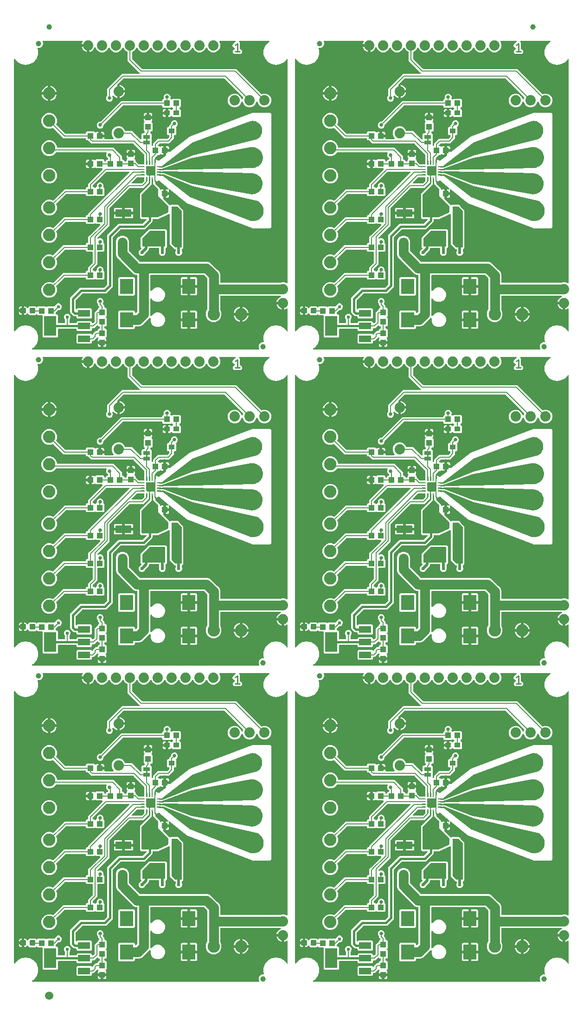
<source format=gtl>
G04 EAGLE Gerber RS-274X export*
G75*
%MOMM*%
%FSLAX34Y34*%
%LPD*%
%INTop Copper*%
%IPPOS*%
%AMOC8*
5,1,8,0,0,1.08239X$1,22.5*%
G01*
%ADD10C,0.279400*%
%ADD11C,1.000000*%
%ADD12C,2.250000*%
%ADD13R,2.400000X2.800000*%
%ADD14C,1.879600*%
%ADD15C,0.191250*%
%ADD16R,1.300000X1.300000*%
%ADD17R,1.100000X1.000000*%
%ADD18R,1.000000X1.100000*%
%ADD19R,1.270000X0.660400*%
%ADD20R,3.000000X1.400000*%
%ADD21R,1.270000X1.470000*%
%ADD22R,2.235200X1.219200*%
%ADD23R,2.200000X3.600000*%
%ADD24R,1.000000X0.900000*%
%ADD25R,1.100000X0.900000*%
%ADD26R,1.000000X2.800000*%
%ADD27C,0.300000*%
%ADD28C,1.500000*%
%ADD29C,0.635000*%
%ADD30C,0.558800*%
%ADD31C,0.203200*%
%ADD32C,0.254000*%
%ADD33C,0.406400*%
%ADD34C,1.778000*%
%ADD35C,1.270000*%
%ADD36C,0.604000*%
%ADD37C,0.508000*%

G36*
X963817Y4071D02*
X963817Y4071D01*
X963867Y4069D01*
X963974Y4091D01*
X964083Y4105D01*
X964129Y4123D01*
X964178Y4133D01*
X964277Y4181D01*
X964379Y4222D01*
X964419Y4251D01*
X964464Y4273D01*
X964547Y4344D01*
X964636Y4408D01*
X964668Y4447D01*
X964706Y4479D01*
X964769Y4569D01*
X964839Y4653D01*
X964860Y4698D01*
X964889Y4739D01*
X964928Y4842D01*
X964975Y4941D01*
X964984Y4990D01*
X965002Y5036D01*
X965014Y5146D01*
X965034Y5253D01*
X965031Y5303D01*
X965037Y5352D01*
X965022Y5461D01*
X965015Y5571D01*
X964999Y5618D01*
X964992Y5667D01*
X964940Y5820D01*
X964111Y7822D01*
X964111Y11024D01*
X965336Y13983D01*
X967600Y16247D01*
X970559Y17472D01*
X972695Y17472D01*
X972717Y17475D01*
X972739Y17473D01*
X972875Y17495D01*
X973011Y17512D01*
X973031Y17520D01*
X973053Y17524D01*
X973179Y17579D01*
X973306Y17629D01*
X973324Y17642D01*
X973344Y17651D01*
X973453Y17735D01*
X973564Y17816D01*
X973578Y17833D01*
X973595Y17846D01*
X973679Y17955D01*
X973767Y18061D01*
X973776Y18081D01*
X973789Y18098D01*
X973844Y18224D01*
X973902Y18349D01*
X973906Y18370D01*
X973915Y18390D01*
X973936Y18526D01*
X973962Y18661D01*
X973961Y18683D01*
X973964Y18704D01*
X973951Y18841D01*
X973942Y18978D01*
X973935Y18999D01*
X973933Y19021D01*
X973888Y19176D01*
X973073Y21414D01*
X973073Y29386D01*
X975800Y36878D01*
X980925Y42985D01*
X987829Y46971D01*
X995680Y48355D01*
X1003531Y46971D01*
X1010435Y42985D01*
X1014774Y37815D01*
X1014800Y37791D01*
X1014820Y37762D01*
X1014916Y37683D01*
X1015007Y37599D01*
X1015038Y37582D01*
X1015065Y37559D01*
X1015178Y37506D01*
X1015287Y37447D01*
X1015321Y37439D01*
X1015353Y37424D01*
X1015475Y37401D01*
X1015595Y37370D01*
X1015631Y37371D01*
X1015666Y37364D01*
X1015789Y37372D01*
X1015913Y37373D01*
X1015948Y37382D01*
X1015983Y37384D01*
X1016101Y37422D01*
X1016221Y37454D01*
X1016252Y37471D01*
X1016285Y37482D01*
X1016390Y37548D01*
X1016499Y37609D01*
X1016524Y37633D01*
X1016554Y37652D01*
X1016639Y37742D01*
X1016729Y37828D01*
X1016748Y37858D01*
X1016772Y37884D01*
X1016832Y37992D01*
X1016898Y38097D01*
X1016909Y38131D01*
X1016926Y38162D01*
X1016957Y38282D01*
X1016994Y38400D01*
X1016996Y38436D01*
X1017005Y38470D01*
X1017015Y38631D01*
X1017015Y77926D01*
X1017010Y77965D01*
X1017013Y78005D01*
X1016990Y78123D01*
X1016975Y78241D01*
X1016961Y78278D01*
X1016953Y78317D01*
X1016902Y78426D01*
X1016858Y78537D01*
X1016835Y78569D01*
X1016818Y78605D01*
X1016742Y78697D01*
X1016672Y78794D01*
X1016641Y78820D01*
X1016616Y78850D01*
X1016519Y78921D01*
X1016427Y78997D01*
X1016391Y79014D01*
X1016358Y79038D01*
X1016247Y79082D01*
X1016139Y79133D01*
X1016100Y79140D01*
X1016063Y79155D01*
X1015944Y79170D01*
X1015827Y79192D01*
X1015787Y79190D01*
X1015747Y79195D01*
X1015628Y79180D01*
X1015509Y79173D01*
X1015471Y79160D01*
X1015432Y79155D01*
X1015320Y79112D01*
X1015207Y79075D01*
X1015173Y79053D01*
X1015136Y79039D01*
X1015000Y78953D01*
X1014637Y78689D01*
X1012963Y77836D01*
X1011176Y77255D01*
X1010919Y77215D01*
X1010919Y87630D01*
X1010904Y87748D01*
X1010897Y87867D01*
X1010884Y87905D01*
X1010879Y87945D01*
X1010836Y88056D01*
X1010799Y88169D01*
X1010777Y88203D01*
X1010762Y88241D01*
X1010692Y88337D01*
X1010629Y88438D01*
X1010599Y88466D01*
X1010575Y88498D01*
X1010484Y88574D01*
X1010397Y88656D01*
X1010362Y88675D01*
X1010331Y88701D01*
X1010223Y88752D01*
X1010119Y88809D01*
X1010079Y88820D01*
X1010043Y88837D01*
X1009926Y88859D01*
X1009811Y88889D01*
X1009750Y88893D01*
X1009730Y88897D01*
X1009710Y88895D01*
X1009650Y88899D01*
X1008379Y88899D01*
X1008379Y90170D01*
X1008364Y90288D01*
X1008357Y90407D01*
X1008344Y90445D01*
X1008339Y90485D01*
X1008295Y90596D01*
X1008259Y90709D01*
X1008237Y90744D01*
X1008222Y90781D01*
X1008152Y90877D01*
X1008089Y90978D01*
X1008059Y91006D01*
X1008035Y91039D01*
X1007944Y91114D01*
X1007857Y91196D01*
X1007822Y91216D01*
X1007790Y91241D01*
X1007683Y91292D01*
X1007578Y91350D01*
X1007539Y91360D01*
X1007503Y91377D01*
X1007386Y91399D01*
X1007271Y91429D01*
X1007210Y91433D01*
X1007190Y91437D01*
X1007170Y91435D01*
X1007110Y91439D01*
X996695Y91439D01*
X996735Y91696D01*
X997316Y93483D01*
X998169Y95157D01*
X999274Y96678D01*
X1000602Y98006D01*
X1002123Y99111D01*
X1003791Y99961D01*
X1003808Y99972D01*
X1003826Y99980D01*
X1003939Y100061D01*
X1004054Y100140D01*
X1004068Y100155D01*
X1004084Y100166D01*
X1004173Y100274D01*
X1004265Y100378D01*
X1004274Y100396D01*
X1004286Y100411D01*
X1004346Y100537D01*
X1004409Y100662D01*
X1004414Y100681D01*
X1004422Y100699D01*
X1004448Y100836D01*
X1004479Y100972D01*
X1004478Y100992D01*
X1004482Y101012D01*
X1004473Y101151D01*
X1004469Y101290D01*
X1004463Y101309D01*
X1004462Y101329D01*
X1004419Y101461D01*
X1004380Y101595D01*
X1004370Y101613D01*
X1004364Y101631D01*
X1004290Y101749D01*
X1004219Y101869D01*
X1004205Y101883D01*
X1004194Y101900D01*
X1004092Y101996D01*
X1003994Y102094D01*
X1003977Y102104D01*
X1003962Y102118D01*
X1003840Y102185D01*
X1003720Y102256D01*
X1003701Y102262D01*
X1003684Y102272D01*
X1003549Y102306D01*
X1003415Y102345D01*
X1003395Y102346D01*
X1003376Y102351D01*
X1003215Y102361D01*
X894988Y102361D01*
X894870Y102346D01*
X894751Y102339D01*
X894713Y102326D01*
X894672Y102321D01*
X894562Y102278D01*
X894449Y102241D01*
X894414Y102219D01*
X894377Y102204D01*
X894281Y102135D01*
X894180Y102071D01*
X894152Y102041D01*
X894119Y102018D01*
X894043Y101926D01*
X893962Y101839D01*
X893942Y101804D01*
X893917Y101773D01*
X893866Y101665D01*
X893808Y101561D01*
X893798Y101521D01*
X893781Y101485D01*
X893759Y101368D01*
X893729Y101253D01*
X893725Y101193D01*
X893721Y101173D01*
X893723Y101152D01*
X893719Y101092D01*
X893719Y77374D01*
X893720Y77365D01*
X893719Y77356D01*
X893740Y77206D01*
X893759Y77059D01*
X893762Y77050D01*
X893763Y77041D01*
X893815Y76888D01*
X896079Y71424D01*
X896079Y65736D01*
X893902Y60480D01*
X889880Y56458D01*
X884624Y54281D01*
X878936Y54281D01*
X873680Y56458D01*
X869658Y60480D01*
X867481Y65736D01*
X867481Y71424D01*
X869745Y76888D01*
X869747Y76897D01*
X869752Y76906D01*
X869789Y77051D01*
X869829Y77195D01*
X869829Y77204D01*
X869831Y77213D01*
X869841Y77374D01*
X869841Y133829D01*
X869829Y133927D01*
X869826Y134026D01*
X869809Y134085D01*
X869801Y134145D01*
X869765Y134237D01*
X869737Y134332D01*
X869707Y134384D01*
X869684Y134440D01*
X869626Y134520D01*
X869576Y134606D01*
X869510Y134681D01*
X869498Y134698D01*
X869488Y134705D01*
X869470Y134727D01*
X864107Y140090D01*
X864028Y140150D01*
X863956Y140218D01*
X863903Y140247D01*
X863855Y140284D01*
X863764Y140324D01*
X863678Y140372D01*
X863619Y140387D01*
X863563Y140411D01*
X863465Y140426D01*
X863370Y140451D01*
X863270Y140457D01*
X863249Y140461D01*
X863237Y140459D01*
X863209Y140461D01*
X767588Y140461D01*
X767470Y140446D01*
X767351Y140439D01*
X767313Y140426D01*
X767272Y140421D01*
X767162Y140378D01*
X767049Y140341D01*
X767014Y140319D01*
X766977Y140304D01*
X766881Y140235D01*
X766780Y140171D01*
X766752Y140141D01*
X766719Y140118D01*
X766643Y140026D01*
X766562Y139939D01*
X766542Y139904D01*
X766517Y139873D01*
X766466Y139765D01*
X766408Y139661D01*
X766398Y139621D01*
X766381Y139585D01*
X766359Y139468D01*
X766329Y139353D01*
X766325Y139293D01*
X766321Y139273D01*
X766323Y139252D01*
X766319Y139192D01*
X766319Y112423D01*
X766336Y112285D01*
X766349Y112147D01*
X766356Y112127D01*
X766359Y112107D01*
X766410Y111978D01*
X766457Y111847D01*
X766468Y111831D01*
X766476Y111812D01*
X766557Y111699D01*
X766635Y111584D01*
X766651Y111571D01*
X766662Y111554D01*
X766770Y111466D01*
X766874Y111374D01*
X766892Y111365D01*
X766907Y111352D01*
X767033Y111292D01*
X767157Y111229D01*
X767177Y111225D01*
X767195Y111216D01*
X767331Y111190D01*
X767467Y111159D01*
X767488Y111160D01*
X767507Y111156D01*
X767646Y111165D01*
X767785Y111169D01*
X767805Y111175D01*
X767825Y111176D01*
X767957Y111219D01*
X768091Y111258D01*
X768108Y111268D01*
X768127Y111274D01*
X768245Y111349D01*
X768365Y111419D01*
X768386Y111438D01*
X768396Y111444D01*
X768410Y111459D01*
X768485Y111525D01*
X772298Y115338D01*
X777153Y117349D01*
X782407Y117349D01*
X787262Y115338D01*
X790978Y111622D01*
X792989Y106767D01*
X792989Y101513D01*
X790978Y96658D01*
X787262Y92942D01*
X782407Y90931D01*
X777153Y90931D01*
X772298Y92942D01*
X768485Y96755D01*
X768376Y96840D01*
X768269Y96928D01*
X768250Y96937D01*
X768234Y96949D01*
X768106Y97005D01*
X767981Y97064D01*
X767961Y97068D01*
X767942Y97076D01*
X767804Y97098D01*
X767668Y97124D01*
X767648Y97122D01*
X767628Y97126D01*
X767489Y97113D01*
X767351Y97104D01*
X767332Y97098D01*
X767312Y97096D01*
X767180Y97049D01*
X767049Y97006D01*
X767031Y96995D01*
X767012Y96988D01*
X766897Y96910D01*
X766780Y96836D01*
X766766Y96821D01*
X766749Y96810D01*
X766657Y96705D01*
X766562Y96604D01*
X766552Y96586D01*
X766539Y96571D01*
X766475Y96447D01*
X766408Y96326D01*
X766403Y96306D01*
X766394Y96288D01*
X766364Y96152D01*
X766329Y96018D01*
X766327Y95990D01*
X766324Y95978D01*
X766325Y95957D01*
X766319Y95857D01*
X766319Y66703D01*
X766336Y66565D01*
X766349Y66427D01*
X766356Y66407D01*
X766359Y66387D01*
X766410Y66258D01*
X766457Y66127D01*
X766468Y66111D01*
X766476Y66092D01*
X766557Y65979D01*
X766635Y65864D01*
X766651Y65851D01*
X766662Y65834D01*
X766770Y65746D01*
X766874Y65654D01*
X766892Y65645D01*
X766907Y65632D01*
X767033Y65572D01*
X767157Y65509D01*
X767177Y65505D01*
X767195Y65496D01*
X767331Y65470D01*
X767467Y65439D01*
X767488Y65440D01*
X767507Y65436D01*
X767646Y65445D01*
X767785Y65449D01*
X767805Y65455D01*
X767825Y65456D01*
X767957Y65499D01*
X768091Y65538D01*
X768108Y65548D01*
X768127Y65554D01*
X768245Y65629D01*
X768365Y65699D01*
X768386Y65718D01*
X768396Y65724D01*
X768410Y65739D01*
X768485Y65805D01*
X772298Y69618D01*
X777153Y71629D01*
X782407Y71629D01*
X787262Y69618D01*
X790978Y65902D01*
X792989Y61047D01*
X792989Y55793D01*
X790978Y50938D01*
X787262Y47222D01*
X782407Y45211D01*
X777153Y45211D01*
X772298Y47222D01*
X768582Y50938D01*
X766571Y55793D01*
X766571Y60823D01*
X766554Y60961D01*
X766541Y61099D01*
X766534Y61119D01*
X766531Y61139D01*
X766480Y61268D01*
X766433Y61399D01*
X766422Y61416D01*
X766414Y61434D01*
X766333Y61546D01*
X766255Y61662D01*
X766239Y61675D01*
X766228Y61692D01*
X766120Y61780D01*
X766016Y61872D01*
X765998Y61882D01*
X765983Y61894D01*
X765857Y61954D01*
X765733Y62017D01*
X765713Y62021D01*
X765695Y62030D01*
X765559Y62056D01*
X765423Y62087D01*
X765402Y62086D01*
X765383Y62090D01*
X765244Y62081D01*
X765105Y62077D01*
X765085Y62071D01*
X765065Y62070D01*
X764933Y62027D01*
X764799Y61989D01*
X764782Y61978D01*
X764763Y61972D01*
X764645Y61897D01*
X764525Y61827D01*
X764504Y61808D01*
X764494Y61802D01*
X764480Y61787D01*
X764405Y61721D01*
X750983Y48299D01*
X746595Y46481D01*
X739098Y46481D01*
X738980Y46466D01*
X738861Y46459D01*
X738823Y46446D01*
X738782Y46441D01*
X738672Y46398D01*
X738559Y46361D01*
X738524Y46339D01*
X738487Y46324D01*
X738391Y46255D01*
X738290Y46191D01*
X738262Y46161D01*
X738229Y46138D01*
X738153Y46046D01*
X738072Y45959D01*
X738052Y45924D01*
X738027Y45893D01*
X737976Y45785D01*
X737918Y45681D01*
X737908Y45641D01*
X737891Y45605D01*
X737869Y45488D01*
X737839Y45373D01*
X737835Y45313D01*
X737831Y45293D01*
X737833Y45272D01*
X737829Y45212D01*
X737829Y43157D01*
X736043Y41371D01*
X709517Y41371D01*
X707731Y43157D01*
X707731Y73683D01*
X709517Y75469D01*
X736043Y75469D01*
X737829Y73683D01*
X737829Y71977D01*
X737846Y71839D01*
X737859Y71701D01*
X737866Y71681D01*
X737869Y71661D01*
X737920Y71532D01*
X737967Y71401D01*
X737978Y71384D01*
X737986Y71366D01*
X738067Y71253D01*
X738145Y71138D01*
X738161Y71125D01*
X738172Y71108D01*
X738280Y71020D01*
X738384Y70928D01*
X738402Y70918D01*
X738417Y70906D01*
X738543Y70846D01*
X738667Y70783D01*
X738687Y70779D01*
X738705Y70770D01*
X738841Y70744D01*
X738977Y70713D01*
X738998Y70714D01*
X739017Y70710D01*
X739156Y70719D01*
X739295Y70723D01*
X739315Y70729D01*
X739335Y70730D01*
X739467Y70773D01*
X739601Y70811D01*
X739618Y70822D01*
X739637Y70828D01*
X739755Y70903D01*
X739875Y70973D01*
X739896Y70992D01*
X739906Y70998D01*
X739920Y71013D01*
X739995Y71079D01*
X742070Y73153D01*
X742130Y73232D01*
X742198Y73304D01*
X742227Y73357D01*
X742264Y73405D01*
X742304Y73496D01*
X742352Y73582D01*
X742367Y73641D01*
X742391Y73697D01*
X742406Y73794D01*
X742431Y73890D01*
X742437Y73990D01*
X742441Y74011D01*
X742439Y74023D01*
X742441Y74051D01*
X742441Y139192D01*
X742426Y139310D01*
X742419Y139429D01*
X742406Y139467D01*
X742401Y139508D01*
X742358Y139618D01*
X742321Y139731D01*
X742299Y139766D01*
X742284Y139803D01*
X742215Y139899D01*
X742151Y140000D01*
X742121Y140028D01*
X742098Y140061D01*
X742006Y140137D01*
X741919Y140218D01*
X741884Y140238D01*
X741853Y140263D01*
X741745Y140314D01*
X741641Y140372D01*
X741601Y140382D01*
X741565Y140399D01*
X741448Y140421D01*
X741333Y140451D01*
X741273Y140455D01*
X741253Y140459D01*
X741232Y140457D01*
X741172Y140461D01*
X739305Y140461D01*
X734917Y142279D01*
X704953Y172243D01*
X703136Y176631D01*
X703136Y201993D01*
X704953Y206381D01*
X705304Y206732D01*
X705365Y206810D01*
X705433Y206882D01*
X705462Y206935D01*
X705499Y206983D01*
X705538Y207074D01*
X705586Y207161D01*
X705601Y207219D01*
X705625Y207275D01*
X705641Y207373D01*
X705666Y207469D01*
X705672Y207569D01*
X705675Y207589D01*
X705674Y207602D01*
X705676Y207630D01*
X705676Y208231D01*
X707462Y210017D01*
X708729Y210017D01*
X708739Y210018D01*
X708748Y210017D01*
X708897Y210038D01*
X709045Y210057D01*
X709054Y210061D01*
X709063Y210062D01*
X709215Y210114D01*
X712700Y211557D01*
X717449Y211557D01*
X720934Y210114D01*
X720943Y210112D01*
X720951Y210107D01*
X721096Y210070D01*
X721241Y210030D01*
X721250Y210030D01*
X721259Y210028D01*
X721420Y210017D01*
X722687Y210017D01*
X724473Y208231D01*
X724473Y207630D01*
X724486Y207531D01*
X724489Y207432D01*
X724506Y207374D01*
X724513Y207314D01*
X724550Y207222D01*
X724577Y207127D01*
X724608Y207075D01*
X724630Y207018D01*
X724688Y206938D01*
X724739Y206853D01*
X724805Y206777D01*
X724817Y206761D01*
X724826Y206753D01*
X724845Y206732D01*
X725196Y206381D01*
X727013Y201993D01*
X727013Y184476D01*
X727026Y184378D01*
X727029Y184279D01*
X727046Y184221D01*
X727053Y184161D01*
X727090Y184069D01*
X727117Y183974D01*
X727148Y183921D01*
X727170Y183865D01*
X727228Y183785D01*
X727279Y183700D01*
X727345Y183624D01*
X727357Y183608D01*
X727366Y183600D01*
X727385Y183579D01*
X746253Y164710D01*
X746332Y164650D01*
X746404Y164582D01*
X746457Y164553D01*
X746505Y164516D01*
X746596Y164476D01*
X746682Y164428D01*
X746741Y164413D01*
X746797Y164389D01*
X746895Y164374D01*
X746990Y164349D01*
X747090Y164343D01*
X747111Y164339D01*
X747123Y164341D01*
X747151Y164339D01*
X871055Y164339D01*
X875443Y162521D01*
X878980Y158984D01*
X888364Y149600D01*
X891901Y146063D01*
X893719Y141675D01*
X893719Y127508D01*
X893734Y127390D01*
X893741Y127271D01*
X893754Y127233D01*
X893759Y127192D01*
X893802Y127082D01*
X893839Y126969D01*
X893861Y126934D01*
X893876Y126897D01*
X893945Y126801D01*
X894009Y126700D01*
X894039Y126672D01*
X894062Y126639D01*
X894154Y126563D01*
X894241Y126482D01*
X894276Y126462D01*
X894307Y126437D01*
X894415Y126386D01*
X894519Y126328D01*
X894559Y126318D01*
X894595Y126301D01*
X894712Y126279D01*
X894827Y126249D01*
X894887Y126245D01*
X894907Y126241D01*
X894928Y126243D01*
X894988Y126239D01*
X1004425Y126239D01*
X1004434Y126240D01*
X1004444Y126239D01*
X1004593Y126260D01*
X1004741Y126279D01*
X1004749Y126282D01*
X1004759Y126283D01*
X1004911Y126335D01*
X1005904Y126747D01*
X1010856Y126747D01*
X1015260Y124922D01*
X1015308Y124909D01*
X1015353Y124888D01*
X1015461Y124867D01*
X1015567Y124838D01*
X1015617Y124838D01*
X1015666Y124828D01*
X1015775Y124835D01*
X1015885Y124833D01*
X1015933Y124845D01*
X1015983Y124848D01*
X1016087Y124882D01*
X1016194Y124907D01*
X1016238Y124931D01*
X1016285Y124946D01*
X1016378Y125005D01*
X1016475Y125056D01*
X1016512Y125090D01*
X1016554Y125116D01*
X1016629Y125196D01*
X1016711Y125270D01*
X1016738Y125312D01*
X1016772Y125348D01*
X1016825Y125444D01*
X1016885Y125536D01*
X1016902Y125583D01*
X1016926Y125626D01*
X1016953Y125733D01*
X1016989Y125837D01*
X1016993Y125886D01*
X1017005Y125934D01*
X1017015Y126095D01*
X1017015Y532869D01*
X1017011Y532905D01*
X1017013Y532940D01*
X1016991Y533062D01*
X1016975Y533185D01*
X1016962Y533218D01*
X1016956Y533253D01*
X1016904Y533365D01*
X1016858Y533481D01*
X1016838Y533509D01*
X1016823Y533541D01*
X1016744Y533638D01*
X1016672Y533738D01*
X1016644Y533761D01*
X1016622Y533788D01*
X1016522Y533861D01*
X1016427Y533941D01*
X1016395Y533956D01*
X1016366Y533977D01*
X1016251Y534023D01*
X1016139Y534076D01*
X1016104Y534083D01*
X1016071Y534096D01*
X1015948Y534113D01*
X1015827Y534136D01*
X1015791Y534134D01*
X1015756Y534139D01*
X1015633Y534124D01*
X1015509Y534116D01*
X1015475Y534105D01*
X1015440Y534101D01*
X1015324Y534056D01*
X1015207Y534018D01*
X1015177Y533999D01*
X1015144Y533987D01*
X1015043Y533914D01*
X1014938Y533848D01*
X1014914Y533822D01*
X1014885Y533802D01*
X1014774Y533685D01*
X1010436Y528515D01*
X1003531Y524529D01*
X995680Y523145D01*
X987829Y524529D01*
X980925Y528515D01*
X975800Y534622D01*
X973073Y542114D01*
X973073Y550086D01*
X975800Y557578D01*
X980924Y563685D01*
X983318Y565067D01*
X983434Y565155D01*
X983552Y565240D01*
X983561Y565251D01*
X983571Y565259D01*
X983662Y565373D01*
X983755Y565485D01*
X983761Y565498D01*
X983769Y565508D01*
X983829Y565642D01*
X983890Y565773D01*
X983893Y565786D01*
X983898Y565799D01*
X983923Y565943D01*
X983950Y566086D01*
X983949Y566099D01*
X983952Y566112D01*
X983939Y566258D01*
X983930Y566403D01*
X983926Y566416D01*
X983925Y566429D01*
X983877Y566567D01*
X983832Y566705D01*
X983825Y566717D01*
X983821Y566730D01*
X983740Y566851D01*
X983662Y566974D01*
X983652Y566983D01*
X983645Y566995D01*
X983537Y567092D01*
X983431Y567192D01*
X983419Y567199D01*
X983409Y567208D01*
X983279Y567275D01*
X983152Y567346D01*
X983139Y567349D01*
X983127Y567355D01*
X982985Y567389D01*
X982844Y567425D01*
X982826Y567426D01*
X982817Y567428D01*
X982800Y567428D01*
X982683Y567435D01*
X929439Y567435D01*
X929301Y567418D01*
X929163Y567405D01*
X929144Y567398D01*
X929123Y567395D01*
X928994Y567344D01*
X928863Y567297D01*
X928846Y567286D01*
X928828Y567278D01*
X928715Y567197D01*
X928600Y567119D01*
X928587Y567103D01*
X928570Y567092D01*
X928482Y566984D01*
X928390Y566880D01*
X928380Y566862D01*
X928368Y566847D01*
X928308Y566721D01*
X928245Y566597D01*
X928241Y566577D01*
X928232Y566559D01*
X928206Y566422D01*
X928175Y566287D01*
X928176Y566266D01*
X928172Y566247D01*
X928181Y566108D01*
X928185Y565969D01*
X928191Y565949D01*
X928192Y565929D01*
X928235Y565797D01*
X928273Y565663D01*
X928284Y565646D01*
X928290Y565627D01*
X928364Y565509D01*
X928435Y565389D01*
X928454Y565368D01*
X928460Y565358D01*
X928475Y565344D01*
X928541Y565269D01*
X929509Y564301D01*
X929525Y564172D01*
X929536Y564145D01*
X929541Y564117D01*
X929594Y563998D01*
X929642Y563876D01*
X929659Y563853D01*
X929664Y563843D01*
X929493Y562307D01*
X929493Y562292D01*
X929485Y562167D01*
X929485Y553212D01*
X929500Y553094D01*
X929508Y552975D01*
X929520Y552937D01*
X929525Y552896D01*
X929569Y552786D01*
X929606Y552673D01*
X929627Y552638D01*
X929642Y552601D01*
X929712Y552505D01*
X929776Y552404D01*
X929805Y552376D01*
X929829Y552343D01*
X929921Y552267D01*
X930008Y552186D01*
X930043Y552166D01*
X930074Y552141D01*
X930182Y552090D01*
X930286Y552032D01*
X930325Y552022D01*
X930362Y552005D01*
X930479Y551983D01*
X930594Y551953D01*
X930654Y551949D01*
X930674Y551945D01*
X930695Y551947D01*
X930755Y551943D01*
X931044Y551943D01*
X933648Y549338D01*
X933648Y545656D01*
X931044Y543051D01*
X919036Y543051D01*
X916431Y545656D01*
X916431Y549338D01*
X919036Y551943D01*
X919325Y551943D01*
X919443Y551958D01*
X919562Y551965D01*
X919600Y551978D01*
X919640Y551983D01*
X919751Y552026D01*
X919864Y552063D01*
X919898Y552085D01*
X919936Y552100D01*
X920032Y552169D01*
X920133Y552233D01*
X920161Y552263D01*
X920193Y552286D01*
X920269Y552378D01*
X920351Y552465D01*
X920370Y552500D01*
X920396Y552531D01*
X920447Y552639D01*
X920504Y552743D01*
X920514Y552783D01*
X920532Y552819D01*
X920554Y552936D01*
X920584Y553051D01*
X920588Y553111D01*
X920591Y553131D01*
X920590Y553152D01*
X920594Y553212D01*
X920594Y553575D01*
X920588Y553624D01*
X920590Y553673D01*
X920568Y553781D01*
X920554Y553891D01*
X920536Y553936D01*
X920526Y553984D01*
X920478Y554084D01*
X920437Y554186D01*
X920408Y554226D01*
X920387Y554270D01*
X920315Y554354D01*
X920250Y554444D01*
X920212Y554475D01*
X920181Y554512D01*
X920090Y554576D01*
X920005Y554646D01*
X919961Y554667D01*
X919921Y554696D01*
X919817Y554735D01*
X919718Y554782D01*
X919669Y554791D01*
X919623Y554809D01*
X919465Y554837D01*
X918556Y554938D01*
X916255Y557813D01*
X916662Y561474D01*
X921288Y565175D01*
X921323Y565211D01*
X921364Y565240D01*
X921433Y565325D01*
X921510Y565403D01*
X921534Y565447D01*
X921567Y565485D01*
X921613Y565584D01*
X921667Y565679D01*
X921681Y565728D01*
X921702Y565773D01*
X921723Y565880D01*
X921752Y565986D01*
X921752Y566036D01*
X921762Y566086D01*
X921755Y566194D01*
X921757Y566304D01*
X921745Y566353D01*
X921742Y566403D01*
X921708Y566507D01*
X921683Y566613D01*
X921660Y566658D01*
X921644Y566705D01*
X921586Y566798D01*
X921535Y566894D01*
X921501Y566932D01*
X921474Y566974D01*
X921394Y567049D01*
X921321Y567130D01*
X921279Y567158D01*
X921242Y567192D01*
X921147Y567245D01*
X921055Y567305D01*
X921008Y567321D01*
X920964Y567346D01*
X920858Y567373D01*
X920755Y567408D01*
X920705Y567412D01*
X920656Y567425D01*
X920495Y567435D01*
X893175Y567435D01*
X893126Y567429D01*
X893076Y567431D01*
X892969Y567409D01*
X892859Y567395D01*
X892813Y567377D01*
X892765Y567367D01*
X892666Y567319D01*
X892564Y567278D01*
X892524Y567249D01*
X892479Y567227D01*
X892395Y567156D01*
X892306Y567092D01*
X892275Y567053D01*
X892237Y567021D01*
X892174Y566931D01*
X892104Y566847D01*
X892082Y566802D01*
X892054Y566761D01*
X892015Y566658D01*
X891968Y566559D01*
X891959Y566510D01*
X891941Y566464D01*
X891929Y566354D01*
X891908Y566247D01*
X891911Y566197D01*
X891906Y566148D01*
X891921Y566039D01*
X891928Y565929D01*
X891943Y565882D01*
X891950Y565833D01*
X892002Y565680D01*
X893827Y561276D01*
X893827Y556324D01*
X891932Y551750D01*
X888430Y548248D01*
X883856Y546353D01*
X878904Y546353D01*
X874330Y548248D01*
X870828Y551750D01*
X869853Y554105D01*
X869784Y554225D01*
X869719Y554348D01*
X869705Y554363D01*
X869695Y554381D01*
X869598Y554481D01*
X869505Y554584D01*
X869488Y554595D01*
X869474Y554609D01*
X869356Y554682D01*
X869239Y554758D01*
X869220Y554765D01*
X869203Y554776D01*
X869070Y554816D01*
X868938Y554862D01*
X868918Y554863D01*
X868899Y554869D01*
X868760Y554876D01*
X868621Y554887D01*
X868601Y554883D01*
X868581Y554884D01*
X868445Y554856D01*
X868308Y554832D01*
X868289Y554824D01*
X868270Y554820D01*
X868145Y554759D01*
X868018Y554702D01*
X868002Y554689D01*
X867984Y554680D01*
X867878Y554590D01*
X867770Y554503D01*
X867757Y554487D01*
X867742Y554474D01*
X867662Y554360D01*
X867578Y554249D01*
X867566Y554224D01*
X867559Y554214D01*
X867552Y554195D01*
X867507Y554105D01*
X866532Y551750D01*
X863030Y548248D01*
X858456Y546353D01*
X853504Y546353D01*
X848930Y548248D01*
X845428Y551750D01*
X844453Y554105D01*
X844384Y554225D01*
X844319Y554348D01*
X844305Y554363D01*
X844295Y554381D01*
X844198Y554481D01*
X844105Y554584D01*
X844088Y554595D01*
X844074Y554609D01*
X843956Y554682D01*
X843839Y554758D01*
X843820Y554765D01*
X843803Y554776D01*
X843670Y554816D01*
X843538Y554862D01*
X843518Y554863D01*
X843499Y554869D01*
X843360Y554876D01*
X843221Y554887D01*
X843201Y554883D01*
X843181Y554884D01*
X843045Y554856D01*
X842908Y554832D01*
X842889Y554824D01*
X842870Y554820D01*
X842745Y554759D01*
X842618Y554702D01*
X842602Y554689D01*
X842584Y554680D01*
X842478Y554590D01*
X842370Y554503D01*
X842357Y554487D01*
X842342Y554474D01*
X842262Y554360D01*
X842178Y554249D01*
X842166Y554224D01*
X842159Y554214D01*
X842152Y554195D01*
X842107Y554105D01*
X841132Y551750D01*
X837630Y548248D01*
X833056Y546353D01*
X828104Y546353D01*
X823530Y548248D01*
X820028Y551750D01*
X819053Y554105D01*
X818984Y554225D01*
X818919Y554348D01*
X818905Y554363D01*
X818895Y554381D01*
X818798Y554481D01*
X818705Y554584D01*
X818688Y554595D01*
X818674Y554609D01*
X818556Y554682D01*
X818439Y554758D01*
X818420Y554765D01*
X818403Y554776D01*
X818270Y554816D01*
X818138Y554862D01*
X818118Y554863D01*
X818099Y554869D01*
X817960Y554876D01*
X817821Y554887D01*
X817801Y554883D01*
X817781Y554884D01*
X817645Y554856D01*
X817508Y554832D01*
X817489Y554824D01*
X817470Y554820D01*
X817345Y554759D01*
X817218Y554702D01*
X817202Y554689D01*
X817184Y554680D01*
X817078Y554590D01*
X816970Y554503D01*
X816957Y554487D01*
X816942Y554474D01*
X816862Y554360D01*
X816778Y554249D01*
X816766Y554224D01*
X816759Y554214D01*
X816752Y554195D01*
X816707Y554105D01*
X815732Y551750D01*
X812230Y548248D01*
X807656Y546353D01*
X802704Y546353D01*
X798130Y548248D01*
X794628Y551750D01*
X793653Y554105D01*
X793584Y554225D01*
X793519Y554348D01*
X793505Y554363D01*
X793495Y554381D01*
X793398Y554481D01*
X793305Y554584D01*
X793288Y554595D01*
X793274Y554609D01*
X793156Y554682D01*
X793039Y554758D01*
X793020Y554765D01*
X793003Y554776D01*
X792870Y554816D01*
X792738Y554862D01*
X792718Y554863D01*
X792699Y554869D01*
X792560Y554876D01*
X792421Y554887D01*
X792401Y554883D01*
X792381Y554884D01*
X792245Y554856D01*
X792108Y554832D01*
X792089Y554824D01*
X792070Y554820D01*
X791945Y554759D01*
X791818Y554702D01*
X791802Y554689D01*
X791784Y554680D01*
X791678Y554590D01*
X791570Y554503D01*
X791557Y554487D01*
X791542Y554474D01*
X791462Y554360D01*
X791378Y554249D01*
X791366Y554224D01*
X791359Y554214D01*
X791352Y554195D01*
X791307Y554105D01*
X790332Y551750D01*
X786830Y548248D01*
X782256Y546353D01*
X777304Y546353D01*
X772730Y548248D01*
X769228Y551750D01*
X768253Y554105D01*
X768184Y554225D01*
X768119Y554348D01*
X768105Y554363D01*
X768095Y554381D01*
X767998Y554481D01*
X767905Y554584D01*
X767888Y554595D01*
X767874Y554609D01*
X767756Y554682D01*
X767639Y554758D01*
X767620Y554765D01*
X767603Y554776D01*
X767470Y554816D01*
X767338Y554862D01*
X767318Y554863D01*
X767299Y554869D01*
X767160Y554876D01*
X767021Y554887D01*
X767001Y554883D01*
X766981Y554884D01*
X766845Y554856D01*
X766708Y554832D01*
X766689Y554824D01*
X766670Y554820D01*
X766545Y554759D01*
X766418Y554702D01*
X766402Y554689D01*
X766384Y554680D01*
X766278Y554590D01*
X766170Y554503D01*
X766157Y554487D01*
X766142Y554474D01*
X766062Y554360D01*
X765978Y554249D01*
X765966Y554224D01*
X765959Y554214D01*
X765952Y554195D01*
X765907Y554105D01*
X764932Y551750D01*
X761430Y548248D01*
X756856Y546353D01*
X751904Y546353D01*
X747330Y548248D01*
X743828Y551750D01*
X742853Y554105D01*
X742784Y554225D01*
X742719Y554348D01*
X742705Y554363D01*
X742695Y554381D01*
X742598Y554481D01*
X742505Y554584D01*
X742488Y554595D01*
X742474Y554609D01*
X742356Y554682D01*
X742239Y554758D01*
X742220Y554765D01*
X742203Y554776D01*
X742070Y554816D01*
X741938Y554862D01*
X741918Y554863D01*
X741899Y554869D01*
X741760Y554876D01*
X741621Y554887D01*
X741601Y554883D01*
X741581Y554884D01*
X741445Y554856D01*
X741308Y554832D01*
X741289Y554824D01*
X741270Y554820D01*
X741145Y554759D01*
X741018Y554702D01*
X741002Y554689D01*
X740984Y554680D01*
X740878Y554590D01*
X740770Y554503D01*
X740757Y554487D01*
X740742Y554474D01*
X740662Y554360D01*
X740578Y554249D01*
X740566Y554224D01*
X740559Y554214D01*
X740552Y554195D01*
X740507Y554105D01*
X739532Y551750D01*
X736030Y548248D01*
X733828Y547336D01*
X733803Y547321D01*
X733775Y547312D01*
X733665Y547243D01*
X733552Y547178D01*
X733531Y547158D01*
X733506Y547142D01*
X733417Y547048D01*
X733324Y546957D01*
X733308Y546932D01*
X733288Y546910D01*
X733225Y546797D01*
X733157Y546686D01*
X733149Y546658D01*
X733134Y546632D01*
X733102Y546506D01*
X733064Y546382D01*
X733062Y546353D01*
X733055Y546324D01*
X733045Y546163D01*
X733045Y534619D01*
X733057Y534521D01*
X733060Y534422D01*
X733077Y534363D01*
X733085Y534303D01*
X733121Y534211D01*
X733149Y534116D01*
X733170Y534079D01*
X733173Y534072D01*
X733182Y534057D01*
X733202Y534008D01*
X733260Y533928D01*
X733310Y533842D01*
X733339Y533810D01*
X733343Y533803D01*
X733352Y533794D01*
X733376Y533767D01*
X733388Y533750D01*
X733398Y533742D01*
X733416Y533721D01*
X750917Y516221D01*
X750995Y516160D01*
X751067Y516093D01*
X751120Y516063D01*
X751168Y516026D01*
X751259Y515987D01*
X751346Y515939D01*
X751404Y515924D01*
X751460Y515900D01*
X751558Y515884D01*
X751654Y515860D01*
X751754Y515853D01*
X751774Y515850D01*
X751786Y515851D01*
X751814Y515849D01*
X922815Y515849D01*
X968410Y470254D01*
X968433Y470236D01*
X968452Y470214D01*
X968558Y470139D01*
X968661Y470059D01*
X968688Y470048D01*
X968712Y470031D01*
X968834Y469985D01*
X968953Y469933D01*
X968982Y469928D01*
X969010Y469918D01*
X969139Y469903D01*
X969267Y469883D01*
X969296Y469886D01*
X969326Y469883D01*
X969454Y469901D01*
X969584Y469913D01*
X969611Y469923D01*
X969641Y469927D01*
X969793Y469979D01*
X971995Y470891D01*
X976947Y470891D01*
X981522Y468996D01*
X985023Y465495D01*
X986918Y460920D01*
X986918Y455969D01*
X985023Y451394D01*
X981522Y447893D01*
X976947Y445998D01*
X971995Y445998D01*
X967421Y447893D01*
X963919Y451394D01*
X962055Y455895D01*
X961986Y456016D01*
X961921Y456139D01*
X961907Y456154D01*
X961897Y456172D01*
X961800Y456272D01*
X961707Y456374D01*
X961690Y456386D01*
X961676Y456400D01*
X961558Y456473D01*
X961441Y456549D01*
X961422Y456556D01*
X961405Y456566D01*
X961272Y456607D01*
X961140Y456652D01*
X961120Y456654D01*
X961101Y456660D01*
X960963Y456667D01*
X960823Y456678D01*
X960803Y456674D01*
X960783Y456675D01*
X960647Y456647D01*
X960510Y456623D01*
X960492Y456615D01*
X960472Y456611D01*
X960346Y456550D01*
X960220Y456493D01*
X960204Y456480D01*
X960186Y456471D01*
X960080Y456381D01*
X959972Y456294D01*
X959959Y456278D01*
X959944Y456265D01*
X959864Y456151D01*
X959780Y456040D01*
X959768Y456015D01*
X959761Y456005D01*
X959754Y455986D01*
X959709Y455895D01*
X957845Y451394D01*
X954344Y447893D01*
X949769Y445998D01*
X944817Y445998D01*
X940243Y447893D01*
X936741Y451394D01*
X934877Y455895D01*
X934808Y456016D01*
X934743Y456139D01*
X934729Y456154D01*
X934719Y456172D01*
X934622Y456272D01*
X934529Y456374D01*
X934512Y456386D01*
X934498Y456400D01*
X934380Y456473D01*
X934263Y456549D01*
X934244Y456556D01*
X934227Y456566D01*
X934094Y456607D01*
X933962Y456652D01*
X933942Y456654D01*
X933923Y456660D01*
X933785Y456667D01*
X933645Y456678D01*
X933625Y456674D01*
X933605Y456675D01*
X933469Y456647D01*
X933332Y456623D01*
X933314Y456615D01*
X933294Y456611D01*
X933168Y456550D01*
X933042Y456493D01*
X933026Y456480D01*
X933008Y456471D01*
X932902Y456381D01*
X932794Y456294D01*
X932781Y456278D01*
X932766Y456265D01*
X932686Y456151D01*
X932602Y456040D01*
X932590Y456015D01*
X932583Y456005D01*
X932576Y455986D01*
X932531Y455895D01*
X930667Y451394D01*
X927166Y447893D01*
X922591Y445998D01*
X917639Y445998D01*
X913065Y447893D01*
X909563Y451394D01*
X907668Y455969D01*
X907668Y460920D01*
X909563Y465495D01*
X913065Y468996D01*
X917639Y470891D01*
X922591Y470891D01*
X927166Y468996D01*
X930667Y465495D01*
X932531Y460994D01*
X932600Y460873D01*
X932665Y460750D01*
X932679Y460735D01*
X932689Y460717D01*
X932786Y460617D01*
X932879Y460515D01*
X932896Y460504D01*
X932910Y460489D01*
X933029Y460416D01*
X933145Y460340D01*
X933164Y460333D01*
X933181Y460323D01*
X933314Y460282D01*
X933446Y460237D01*
X933466Y460235D01*
X933485Y460229D01*
X933624Y460223D01*
X933763Y460212D01*
X933783Y460215D01*
X933803Y460214D01*
X933939Y460242D01*
X934076Y460266D01*
X934095Y460274D01*
X934114Y460278D01*
X934240Y460340D01*
X934366Y460396D01*
X934382Y460409D01*
X934400Y460418D01*
X934506Y460508D01*
X934615Y460595D01*
X934627Y460611D01*
X934642Y460624D01*
X934722Y460738D01*
X934806Y460849D01*
X934818Y460874D01*
X934825Y460884D01*
X934832Y460904D01*
X934877Y460994D01*
X935758Y463123D01*
X935766Y463151D01*
X935780Y463177D01*
X935808Y463304D01*
X935842Y463429D01*
X935843Y463459D01*
X935849Y463488D01*
X935845Y463617D01*
X935847Y463747D01*
X935841Y463776D01*
X935840Y463806D01*
X935804Y463930D01*
X935773Y464057D01*
X935760Y464083D01*
X935751Y464111D01*
X935685Y464223D01*
X935625Y464338D01*
X935605Y464360D01*
X935590Y464385D01*
X935483Y464506D01*
X901785Y498204D01*
X901707Y498265D01*
X901635Y498333D01*
X901582Y498362D01*
X901534Y498399D01*
X901443Y498438D01*
X901356Y498486D01*
X901298Y498501D01*
X901242Y498525D01*
X901144Y498541D01*
X901048Y498566D01*
X900948Y498572D01*
X900928Y498575D01*
X900916Y498574D01*
X900888Y498576D01*
X718032Y498576D01*
X717934Y498563D01*
X717835Y498560D01*
X717777Y498544D01*
X717717Y498536D01*
X717625Y498500D01*
X717530Y498472D01*
X717477Y498441D01*
X717421Y498419D01*
X717341Y498361D01*
X717256Y498311D01*
X717180Y498244D01*
X717164Y498232D01*
X717156Y498223D01*
X717135Y498204D01*
X706325Y487395D01*
X706265Y487316D01*
X706197Y487244D01*
X706167Y487191D01*
X706130Y487143D01*
X706091Y487052D01*
X706043Y486966D01*
X706028Y486907D01*
X706004Y486851D01*
X705988Y486754D01*
X705964Y486658D01*
X705957Y486558D01*
X705954Y486537D01*
X705955Y486525D01*
X705953Y486497D01*
X705953Y475986D01*
X705968Y475867D01*
X705976Y475749D01*
X705988Y475710D01*
X705993Y475670D01*
X706037Y475559D01*
X706074Y475446D01*
X706095Y475412D01*
X706110Y475374D01*
X706180Y475278D01*
X706244Y475177D01*
X706273Y475150D01*
X706297Y475117D01*
X706389Y475041D01*
X706423Y475009D01*
X706415Y475004D01*
X706387Y474974D01*
X706354Y474951D01*
X706278Y474859D01*
X706197Y474772D01*
X706177Y474737D01*
X706151Y474706D01*
X706101Y474598D01*
X706043Y474494D01*
X706033Y474455D01*
X706016Y474418D01*
X705993Y474301D01*
X705964Y474186D01*
X705960Y474126D01*
X705956Y474106D01*
X705957Y474085D01*
X705953Y474025D01*
X705953Y463274D01*
X705407Y463361D01*
X703620Y463941D01*
X701946Y464794D01*
X700425Y465899D01*
X699179Y467145D01*
X699124Y467188D01*
X699075Y467238D01*
X698999Y467285D01*
X698928Y467340D01*
X698864Y467368D01*
X698804Y467404D01*
X698718Y467431D01*
X698636Y467467D01*
X698567Y467478D01*
X698500Y467498D01*
X698411Y467502D01*
X698322Y467516D01*
X698252Y467510D01*
X698183Y467513D01*
X698095Y467495D01*
X698005Y467487D01*
X697939Y467463D01*
X697871Y467449D01*
X697791Y467409D01*
X697706Y467379D01*
X697648Y467340D01*
X697585Y467309D01*
X697517Y467251D01*
X697443Y467200D01*
X697397Y467148D01*
X697343Y467103D01*
X697292Y467029D01*
X697232Y466962D01*
X697200Y466900D01*
X697160Y466843D01*
X697129Y466759D01*
X697088Y466679D01*
X697072Y466611D01*
X697048Y466545D01*
X697038Y466456D01*
X697018Y466368D01*
X697020Y466299D01*
X697012Y466229D01*
X697025Y466140D01*
X697028Y466051D01*
X697047Y465984D01*
X697057Y465914D01*
X697109Y465762D01*
X697891Y463874D01*
X697891Y461398D01*
X696944Y459110D01*
X695193Y457359D01*
X692905Y456412D01*
X690429Y456412D01*
X688142Y457359D01*
X686391Y459110D01*
X685444Y461398D01*
X685444Y463874D01*
X686391Y466161D01*
X687231Y467001D01*
X687292Y467079D01*
X687359Y467151D01*
X687389Y467204D01*
X687426Y467252D01*
X687465Y467343D01*
X687513Y467430D01*
X687528Y467488D01*
X687552Y467544D01*
X687568Y467642D01*
X687592Y467738D01*
X687599Y467838D01*
X687602Y467858D01*
X687601Y467870D01*
X687603Y467898D01*
X687603Y480169D01*
X714139Y506705D01*
X745871Y506705D01*
X746009Y506723D01*
X746148Y506736D01*
X746167Y506743D01*
X746187Y506745D01*
X746316Y506796D01*
X746447Y506843D01*
X746464Y506855D01*
X746483Y506862D01*
X746595Y506944D01*
X746710Y507022D01*
X746724Y507037D01*
X746740Y507049D01*
X746829Y507156D01*
X746921Y507260D01*
X746930Y507278D01*
X746943Y507294D01*
X747002Y507420D01*
X747065Y507544D01*
X747070Y507563D01*
X747078Y507582D01*
X747104Y507718D01*
X747135Y507854D01*
X747134Y507874D01*
X747138Y507894D01*
X747130Y508032D01*
X747125Y508172D01*
X747120Y508191D01*
X747118Y508211D01*
X747076Y508343D01*
X747037Y508477D01*
X747027Y508495D01*
X747020Y508514D01*
X746946Y508632D01*
X746875Y508751D01*
X746857Y508772D01*
X746850Y508783D01*
X746835Y508797D01*
X746769Y508872D01*
X745168Y510473D01*
X724915Y530726D01*
X724915Y546163D01*
X724912Y546193D01*
X724914Y546222D01*
X724892Y546350D01*
X724875Y546479D01*
X724865Y546506D01*
X724860Y546535D01*
X724806Y546654D01*
X724758Y546775D01*
X724741Y546798D01*
X724729Y546825D01*
X724648Y546927D01*
X724572Y547032D01*
X724549Y547051D01*
X724530Y547074D01*
X724427Y547152D01*
X724327Y547235D01*
X724300Y547247D01*
X724276Y547265D01*
X724132Y547336D01*
X721930Y548248D01*
X718428Y551750D01*
X717453Y554105D01*
X717384Y554225D01*
X717319Y554348D01*
X717305Y554363D01*
X717295Y554381D01*
X717198Y554481D01*
X717105Y554584D01*
X717088Y554595D01*
X717074Y554609D01*
X716956Y554682D01*
X716839Y554758D01*
X716820Y554765D01*
X716803Y554776D01*
X716670Y554816D01*
X716538Y554862D01*
X716518Y554863D01*
X716499Y554869D01*
X716360Y554876D01*
X716221Y554887D01*
X716201Y554883D01*
X716181Y554884D01*
X716045Y554856D01*
X715908Y554832D01*
X715889Y554824D01*
X715870Y554820D01*
X715745Y554759D01*
X715618Y554702D01*
X715602Y554689D01*
X715584Y554680D01*
X715478Y554590D01*
X715370Y554503D01*
X715357Y554487D01*
X715342Y554474D01*
X715262Y554360D01*
X715178Y554249D01*
X715166Y554224D01*
X715159Y554214D01*
X715152Y554195D01*
X715107Y554105D01*
X714132Y551750D01*
X710630Y548248D01*
X706056Y546353D01*
X701104Y546353D01*
X696530Y548248D01*
X693028Y551750D01*
X692053Y554105D01*
X691984Y554225D01*
X691919Y554348D01*
X691905Y554363D01*
X691895Y554381D01*
X691798Y554481D01*
X691705Y554584D01*
X691688Y554595D01*
X691674Y554609D01*
X691556Y554682D01*
X691439Y554758D01*
X691420Y554765D01*
X691403Y554776D01*
X691270Y554816D01*
X691138Y554862D01*
X691118Y554863D01*
X691099Y554869D01*
X690960Y554876D01*
X690821Y554887D01*
X690801Y554883D01*
X690781Y554884D01*
X690645Y554856D01*
X690508Y554832D01*
X690489Y554824D01*
X690470Y554820D01*
X690345Y554759D01*
X690218Y554702D01*
X690202Y554689D01*
X690184Y554680D01*
X690078Y554590D01*
X689970Y554503D01*
X689957Y554487D01*
X689942Y554474D01*
X689862Y554360D01*
X689778Y554249D01*
X689766Y554224D01*
X689759Y554214D01*
X689752Y554195D01*
X689707Y554105D01*
X688732Y551750D01*
X685230Y548248D01*
X680656Y546353D01*
X675704Y546353D01*
X671130Y548248D01*
X667628Y551750D01*
X666375Y554775D01*
X666360Y554801D01*
X666351Y554830D01*
X666282Y554939D01*
X666217Y555052D01*
X666196Y555073D01*
X666180Y555098D01*
X666086Y555187D01*
X665996Y555280D01*
X665970Y555296D01*
X665949Y555316D01*
X665835Y555379D01*
X665725Y555446D01*
X665696Y555455D01*
X665670Y555469D01*
X665544Y555502D01*
X665421Y555540D01*
X665391Y555541D01*
X665362Y555549D01*
X665232Y555549D01*
X665103Y555555D01*
X665074Y555549D01*
X665044Y555549D01*
X664918Y555517D01*
X664792Y555491D01*
X664765Y555478D01*
X664736Y555470D01*
X664622Y555408D01*
X664506Y555351D01*
X664483Y555332D01*
X664457Y555317D01*
X664362Y555229D01*
X664264Y555145D01*
X664247Y555120D01*
X664225Y555100D01*
X664156Y554991D01*
X664081Y554885D01*
X664070Y554857D01*
X664054Y554831D01*
X663995Y554682D01*
X663844Y554217D01*
X662991Y552543D01*
X661886Y551022D01*
X660558Y549694D01*
X659037Y548589D01*
X657363Y547736D01*
X655576Y547155D01*
X655319Y547115D01*
X655319Y557530D01*
X655304Y557648D01*
X655297Y557767D01*
X655284Y557805D01*
X655279Y557845D01*
X655236Y557956D01*
X655199Y558069D01*
X655177Y558103D01*
X655162Y558141D01*
X655092Y558237D01*
X655029Y558338D01*
X654999Y558366D01*
X654975Y558398D01*
X654884Y558474D01*
X654797Y558556D01*
X654762Y558575D01*
X654731Y558601D01*
X654623Y558652D01*
X654519Y558709D01*
X654479Y558720D01*
X654443Y558737D01*
X654326Y558759D01*
X654211Y558789D01*
X654150Y558793D01*
X654130Y558797D01*
X654110Y558795D01*
X654050Y558799D01*
X652779Y558799D01*
X652779Y560070D01*
X652764Y560188D01*
X652757Y560307D01*
X652744Y560345D01*
X652739Y560385D01*
X652695Y560496D01*
X652659Y560609D01*
X652637Y560644D01*
X652622Y560681D01*
X652552Y560777D01*
X652489Y560878D01*
X652459Y560906D01*
X652435Y560939D01*
X652344Y561014D01*
X652257Y561096D01*
X652222Y561116D01*
X652190Y561141D01*
X652083Y561192D01*
X651978Y561250D01*
X651939Y561260D01*
X651903Y561277D01*
X651786Y561299D01*
X651671Y561329D01*
X651610Y561333D01*
X651590Y561337D01*
X651570Y561335D01*
X651510Y561339D01*
X641095Y561339D01*
X641135Y561596D01*
X641716Y563383D01*
X642569Y565057D01*
X642833Y565420D01*
X642852Y565455D01*
X642877Y565485D01*
X642928Y565594D01*
X642986Y565699D01*
X642996Y565737D01*
X643013Y565773D01*
X643035Y565891D01*
X643065Y566007D01*
X643065Y566046D01*
X643072Y566086D01*
X643065Y566205D01*
X643065Y566325D01*
X643055Y566363D01*
X643053Y566403D01*
X643016Y566517D01*
X642986Y566633D01*
X642967Y566668D01*
X642955Y566705D01*
X642891Y566806D01*
X642833Y566911D01*
X642806Y566941D01*
X642785Y566974D01*
X642697Y567056D01*
X642615Y567143D01*
X642582Y567165D01*
X642553Y567192D01*
X642448Y567250D01*
X642347Y567314D01*
X642309Y567326D01*
X642274Y567346D01*
X642159Y567375D01*
X642045Y567413D01*
X642005Y567415D01*
X641966Y567425D01*
X641806Y567435D01*
X570667Y567435D01*
X570617Y567429D01*
X570568Y567431D01*
X570460Y567409D01*
X570351Y567395D01*
X570305Y567377D01*
X570256Y567367D01*
X570157Y567319D01*
X570055Y567278D01*
X570015Y567249D01*
X569970Y567227D01*
X569887Y567156D01*
X569798Y567092D01*
X569766Y567053D01*
X569728Y567021D01*
X569665Y566931D01*
X569595Y566847D01*
X569574Y566802D01*
X569545Y566761D01*
X569506Y566658D01*
X569460Y566559D01*
X569450Y566510D01*
X569433Y566464D01*
X569420Y566354D01*
X569400Y566247D01*
X569403Y566197D01*
X569397Y566148D01*
X569413Y566039D01*
X569420Y565929D01*
X569435Y565882D01*
X569442Y565833D01*
X569494Y565680D01*
X570176Y564033D01*
X570176Y560831D01*
X568951Y557873D01*
X566687Y555609D01*
X563728Y554383D01*
X561335Y554383D01*
X561314Y554381D01*
X561292Y554383D01*
X561156Y554361D01*
X561020Y554344D01*
X560999Y554336D01*
X560978Y554332D01*
X560851Y554277D01*
X560724Y554227D01*
X560706Y554214D01*
X560686Y554205D01*
X560578Y554120D01*
X560467Y554040D01*
X560453Y554023D01*
X560435Y554009D01*
X560352Y553901D01*
X560264Y553795D01*
X560255Y553775D01*
X560241Y553758D01*
X560187Y553631D01*
X560128Y553507D01*
X560124Y553486D01*
X560116Y553465D01*
X560094Y553329D01*
X560069Y553195D01*
X560070Y553173D01*
X560067Y553151D01*
X560080Y553014D01*
X560088Y552877D01*
X560095Y552856D01*
X560097Y552835D01*
X560143Y552680D01*
X561087Y550086D01*
X561087Y542114D01*
X558360Y534622D01*
X553236Y528515D01*
X546331Y524529D01*
X538480Y523145D01*
X530629Y524529D01*
X523725Y528515D01*
X519386Y533685D01*
X519360Y533709D01*
X519340Y533738D01*
X519244Y533817D01*
X519153Y533901D01*
X519122Y533918D01*
X519095Y533941D01*
X518982Y533994D01*
X518873Y534053D01*
X518839Y534061D01*
X518807Y534076D01*
X518685Y534099D01*
X518565Y534130D01*
X518529Y534129D01*
X518494Y534136D01*
X518371Y534128D01*
X518247Y534127D01*
X518212Y534118D01*
X518177Y534116D01*
X518059Y534078D01*
X517939Y534046D01*
X517908Y534029D01*
X517875Y534018D01*
X517770Y533952D01*
X517661Y533891D01*
X517636Y533867D01*
X517606Y533848D01*
X517521Y533758D01*
X517431Y533672D01*
X517412Y533642D01*
X517388Y533616D01*
X517328Y533508D01*
X517262Y533403D01*
X517251Y533369D01*
X517234Y533338D01*
X517203Y533218D01*
X517166Y533100D01*
X517164Y533064D01*
X517155Y533030D01*
X517145Y532869D01*
X517145Y38631D01*
X517149Y38595D01*
X517147Y38560D01*
X517169Y38438D01*
X517185Y38315D01*
X517198Y38282D01*
X517204Y38247D01*
X517256Y38135D01*
X517302Y38019D01*
X517322Y37991D01*
X517337Y37959D01*
X517416Y37862D01*
X517488Y37762D01*
X517516Y37739D01*
X517538Y37712D01*
X517638Y37639D01*
X517733Y37559D01*
X517765Y37544D01*
X517794Y37523D01*
X517909Y37477D01*
X518021Y37424D01*
X518056Y37417D01*
X518089Y37404D01*
X518212Y37387D01*
X518333Y37364D01*
X518369Y37366D01*
X518404Y37361D01*
X518527Y37376D01*
X518651Y37384D01*
X518685Y37395D01*
X518720Y37399D01*
X518836Y37444D01*
X518953Y37482D01*
X518983Y37501D01*
X519016Y37513D01*
X519117Y37586D01*
X519222Y37652D01*
X519246Y37678D01*
X519275Y37698D01*
X519386Y37815D01*
X523724Y42985D01*
X530629Y46971D01*
X538480Y48355D01*
X546331Y46971D01*
X553235Y42985D01*
X558360Y36878D01*
X561087Y29386D01*
X561087Y21414D01*
X558360Y13922D01*
X553236Y7815D01*
X550842Y6433D01*
X550726Y6345D01*
X550608Y6260D01*
X550599Y6249D01*
X550589Y6241D01*
X550498Y6127D01*
X550405Y6015D01*
X550399Y6002D01*
X550391Y5992D01*
X550331Y5858D01*
X550270Y5727D01*
X550267Y5714D01*
X550262Y5701D01*
X550237Y5557D01*
X550210Y5414D01*
X550211Y5401D01*
X550208Y5388D01*
X550221Y5242D01*
X550230Y5097D01*
X550234Y5084D01*
X550235Y5071D01*
X550283Y4933D01*
X550328Y4795D01*
X550335Y4783D01*
X550339Y4770D01*
X550420Y4649D01*
X550498Y4526D01*
X550508Y4517D01*
X550515Y4505D01*
X550623Y4408D01*
X550729Y4308D01*
X550741Y4301D01*
X550751Y4292D01*
X550881Y4225D01*
X551008Y4154D01*
X551021Y4151D01*
X551033Y4145D01*
X551175Y4111D01*
X551316Y4075D01*
X551334Y4074D01*
X551343Y4072D01*
X551360Y4072D01*
X551477Y4065D01*
X963768Y4065D01*
X963817Y4071D01*
G37*
G36*
X963817Y1157231D02*
X963817Y1157231D01*
X963867Y1157229D01*
X963974Y1157251D01*
X964083Y1157265D01*
X964129Y1157283D01*
X964178Y1157293D01*
X964277Y1157341D01*
X964379Y1157382D01*
X964419Y1157411D01*
X964464Y1157433D01*
X964547Y1157504D01*
X964636Y1157568D01*
X964668Y1157607D01*
X964706Y1157639D01*
X964769Y1157729D01*
X964839Y1157813D01*
X964860Y1157858D01*
X964889Y1157899D01*
X964928Y1158002D01*
X964975Y1158101D01*
X964984Y1158150D01*
X965002Y1158196D01*
X965014Y1158306D01*
X965034Y1158413D01*
X965031Y1158463D01*
X965037Y1158512D01*
X965022Y1158621D01*
X965015Y1158731D01*
X964999Y1158778D01*
X964992Y1158827D01*
X964940Y1158980D01*
X964111Y1160982D01*
X964111Y1164184D01*
X965336Y1167143D01*
X967600Y1169407D01*
X970559Y1170632D01*
X972695Y1170632D01*
X972717Y1170635D01*
X972739Y1170633D01*
X972875Y1170655D01*
X973011Y1170672D01*
X973031Y1170680D01*
X973053Y1170684D01*
X973179Y1170739D01*
X973306Y1170789D01*
X973324Y1170802D01*
X973344Y1170811D01*
X973453Y1170895D01*
X973564Y1170976D01*
X973578Y1170993D01*
X973595Y1171006D01*
X973679Y1171115D01*
X973767Y1171221D01*
X973776Y1171241D01*
X973789Y1171258D01*
X973844Y1171384D01*
X973902Y1171509D01*
X973906Y1171530D01*
X973915Y1171550D01*
X973936Y1171686D01*
X973962Y1171821D01*
X973961Y1171843D01*
X973964Y1171864D01*
X973951Y1172001D01*
X973942Y1172138D01*
X973935Y1172159D01*
X973933Y1172181D01*
X973888Y1172336D01*
X973073Y1174574D01*
X973073Y1182546D01*
X975800Y1190038D01*
X980924Y1196145D01*
X987829Y1200131D01*
X995680Y1201515D01*
X1003531Y1200131D01*
X1010435Y1196145D01*
X1014774Y1190975D01*
X1014800Y1190951D01*
X1014820Y1190922D01*
X1014916Y1190843D01*
X1015007Y1190759D01*
X1015038Y1190742D01*
X1015065Y1190719D01*
X1015178Y1190666D01*
X1015287Y1190607D01*
X1015321Y1190599D01*
X1015353Y1190584D01*
X1015475Y1190561D01*
X1015595Y1190530D01*
X1015631Y1190531D01*
X1015666Y1190524D01*
X1015789Y1190532D01*
X1015913Y1190533D01*
X1015948Y1190542D01*
X1015983Y1190544D01*
X1016101Y1190582D01*
X1016221Y1190614D01*
X1016252Y1190631D01*
X1016285Y1190642D01*
X1016390Y1190708D01*
X1016499Y1190769D01*
X1016524Y1190793D01*
X1016554Y1190812D01*
X1016639Y1190902D01*
X1016729Y1190988D01*
X1016748Y1191018D01*
X1016772Y1191044D01*
X1016832Y1191152D01*
X1016898Y1191257D01*
X1016909Y1191291D01*
X1016926Y1191322D01*
X1016957Y1191442D01*
X1016994Y1191560D01*
X1016996Y1191596D01*
X1017005Y1191630D01*
X1017015Y1191791D01*
X1017015Y1231086D01*
X1017010Y1231125D01*
X1017013Y1231165D01*
X1016990Y1231283D01*
X1016975Y1231401D01*
X1016961Y1231438D01*
X1016953Y1231477D01*
X1016902Y1231586D01*
X1016858Y1231697D01*
X1016835Y1231729D01*
X1016818Y1231765D01*
X1016742Y1231857D01*
X1016672Y1231954D01*
X1016641Y1231980D01*
X1016616Y1232010D01*
X1016519Y1232081D01*
X1016427Y1232157D01*
X1016391Y1232174D01*
X1016358Y1232198D01*
X1016247Y1232242D01*
X1016139Y1232293D01*
X1016100Y1232300D01*
X1016063Y1232315D01*
X1015944Y1232330D01*
X1015827Y1232352D01*
X1015787Y1232350D01*
X1015747Y1232355D01*
X1015628Y1232340D01*
X1015509Y1232333D01*
X1015471Y1232320D01*
X1015432Y1232315D01*
X1015320Y1232272D01*
X1015207Y1232235D01*
X1015173Y1232213D01*
X1015136Y1232199D01*
X1015000Y1232113D01*
X1014637Y1231849D01*
X1012963Y1230996D01*
X1011176Y1230415D01*
X1010919Y1230375D01*
X1010919Y1240790D01*
X1010904Y1240908D01*
X1010897Y1241027D01*
X1010884Y1241065D01*
X1010879Y1241105D01*
X1010836Y1241216D01*
X1010799Y1241329D01*
X1010777Y1241363D01*
X1010762Y1241401D01*
X1010692Y1241497D01*
X1010629Y1241598D01*
X1010599Y1241626D01*
X1010575Y1241658D01*
X1010484Y1241734D01*
X1010397Y1241816D01*
X1010362Y1241835D01*
X1010331Y1241861D01*
X1010223Y1241912D01*
X1010119Y1241969D01*
X1010079Y1241980D01*
X1010043Y1241997D01*
X1009926Y1242019D01*
X1009811Y1242049D01*
X1009750Y1242053D01*
X1009730Y1242057D01*
X1009710Y1242055D01*
X1009650Y1242059D01*
X1008379Y1242059D01*
X1008379Y1243330D01*
X1008364Y1243448D01*
X1008357Y1243567D01*
X1008344Y1243605D01*
X1008339Y1243645D01*
X1008295Y1243756D01*
X1008259Y1243869D01*
X1008237Y1243904D01*
X1008222Y1243941D01*
X1008152Y1244037D01*
X1008089Y1244138D01*
X1008059Y1244166D01*
X1008035Y1244199D01*
X1007944Y1244274D01*
X1007857Y1244356D01*
X1007822Y1244376D01*
X1007790Y1244401D01*
X1007683Y1244452D01*
X1007578Y1244510D01*
X1007539Y1244520D01*
X1007503Y1244537D01*
X1007386Y1244559D01*
X1007271Y1244589D01*
X1007210Y1244593D01*
X1007190Y1244597D01*
X1007170Y1244595D01*
X1007110Y1244599D01*
X996695Y1244599D01*
X996735Y1244856D01*
X997316Y1246643D01*
X998169Y1248317D01*
X999274Y1249838D01*
X1000602Y1251166D01*
X1002123Y1252271D01*
X1003791Y1253121D01*
X1003808Y1253132D01*
X1003826Y1253140D01*
X1003939Y1253221D01*
X1004054Y1253300D01*
X1004068Y1253315D01*
X1004084Y1253326D01*
X1004173Y1253434D01*
X1004265Y1253538D01*
X1004274Y1253556D01*
X1004287Y1253571D01*
X1004346Y1253697D01*
X1004409Y1253822D01*
X1004414Y1253841D01*
X1004422Y1253859D01*
X1004448Y1253996D01*
X1004479Y1254132D01*
X1004478Y1254152D01*
X1004482Y1254172D01*
X1004473Y1254311D01*
X1004469Y1254450D01*
X1004463Y1254469D01*
X1004462Y1254489D01*
X1004419Y1254621D01*
X1004380Y1254755D01*
X1004370Y1254773D01*
X1004364Y1254791D01*
X1004289Y1254909D01*
X1004219Y1255029D01*
X1004205Y1255043D01*
X1004194Y1255060D01*
X1004092Y1255156D01*
X1003994Y1255254D01*
X1003977Y1255264D01*
X1003962Y1255278D01*
X1003840Y1255345D01*
X1003720Y1255416D01*
X1003701Y1255422D01*
X1003684Y1255432D01*
X1003549Y1255466D01*
X1003415Y1255505D01*
X1003395Y1255506D01*
X1003376Y1255511D01*
X1003215Y1255521D01*
X894988Y1255521D01*
X894870Y1255506D01*
X894751Y1255499D01*
X894713Y1255486D01*
X894672Y1255481D01*
X894562Y1255438D01*
X894449Y1255401D01*
X894414Y1255379D01*
X894377Y1255364D01*
X894281Y1255295D01*
X894180Y1255231D01*
X894152Y1255201D01*
X894119Y1255178D01*
X894043Y1255086D01*
X893962Y1254999D01*
X893942Y1254964D01*
X893917Y1254933D01*
X893866Y1254825D01*
X893808Y1254721D01*
X893798Y1254681D01*
X893781Y1254645D01*
X893759Y1254528D01*
X893729Y1254413D01*
X893725Y1254353D01*
X893721Y1254333D01*
X893723Y1254312D01*
X893719Y1254252D01*
X893719Y1230534D01*
X893720Y1230525D01*
X893719Y1230516D01*
X893740Y1230366D01*
X893759Y1230219D01*
X893762Y1230210D01*
X893763Y1230201D01*
X893815Y1230048D01*
X896079Y1224584D01*
X896079Y1218896D01*
X893902Y1213640D01*
X889880Y1209618D01*
X884624Y1207441D01*
X878936Y1207441D01*
X873680Y1209618D01*
X869658Y1213640D01*
X867481Y1218896D01*
X867481Y1224584D01*
X869745Y1230048D01*
X869747Y1230057D01*
X869752Y1230066D01*
X869789Y1230211D01*
X869829Y1230355D01*
X869829Y1230364D01*
X869831Y1230373D01*
X869841Y1230534D01*
X869841Y1286989D01*
X869829Y1287087D01*
X869826Y1287186D01*
X869809Y1287245D01*
X869801Y1287305D01*
X869765Y1287397D01*
X869737Y1287492D01*
X869707Y1287544D01*
X869684Y1287600D01*
X869626Y1287680D01*
X869576Y1287766D01*
X869510Y1287841D01*
X869498Y1287858D01*
X869488Y1287865D01*
X869470Y1287887D01*
X864107Y1293250D01*
X864028Y1293310D01*
X863956Y1293378D01*
X863903Y1293407D01*
X863855Y1293444D01*
X863764Y1293484D01*
X863678Y1293532D01*
X863619Y1293547D01*
X863563Y1293571D01*
X863465Y1293586D01*
X863370Y1293611D01*
X863270Y1293617D01*
X863249Y1293621D01*
X863237Y1293619D01*
X863209Y1293621D01*
X767588Y1293621D01*
X767470Y1293606D01*
X767351Y1293599D01*
X767313Y1293586D01*
X767272Y1293581D01*
X767162Y1293538D01*
X767049Y1293501D01*
X767014Y1293479D01*
X766977Y1293464D01*
X766881Y1293395D01*
X766780Y1293331D01*
X766752Y1293301D01*
X766719Y1293278D01*
X766643Y1293186D01*
X766562Y1293099D01*
X766542Y1293064D01*
X766517Y1293033D01*
X766466Y1292925D01*
X766408Y1292821D01*
X766398Y1292781D01*
X766381Y1292745D01*
X766359Y1292628D01*
X766329Y1292513D01*
X766325Y1292453D01*
X766321Y1292433D01*
X766323Y1292412D01*
X766319Y1292352D01*
X766319Y1265583D01*
X766336Y1265445D01*
X766349Y1265307D01*
X766356Y1265287D01*
X766359Y1265267D01*
X766410Y1265138D01*
X766457Y1265007D01*
X766468Y1264991D01*
X766476Y1264972D01*
X766557Y1264859D01*
X766635Y1264744D01*
X766651Y1264731D01*
X766662Y1264714D01*
X766770Y1264626D01*
X766874Y1264534D01*
X766892Y1264525D01*
X766907Y1264512D01*
X767033Y1264452D01*
X767157Y1264389D01*
X767177Y1264385D01*
X767195Y1264376D01*
X767331Y1264350D01*
X767467Y1264319D01*
X767488Y1264320D01*
X767507Y1264316D01*
X767646Y1264325D01*
X767785Y1264329D01*
X767805Y1264335D01*
X767825Y1264336D01*
X767957Y1264379D01*
X768091Y1264418D01*
X768108Y1264428D01*
X768127Y1264434D01*
X768245Y1264509D01*
X768365Y1264579D01*
X768386Y1264598D01*
X768396Y1264604D01*
X768410Y1264619D01*
X768485Y1264685D01*
X772298Y1268498D01*
X777153Y1270509D01*
X782407Y1270509D01*
X787262Y1268498D01*
X790978Y1264782D01*
X792989Y1259927D01*
X792989Y1254673D01*
X790978Y1249818D01*
X787262Y1246102D01*
X782407Y1244091D01*
X777153Y1244091D01*
X772298Y1246102D01*
X768485Y1249915D01*
X768376Y1250000D01*
X768269Y1250088D01*
X768250Y1250097D01*
X768234Y1250109D01*
X768106Y1250165D01*
X767981Y1250224D01*
X767961Y1250228D01*
X767942Y1250236D01*
X767804Y1250258D01*
X767668Y1250284D01*
X767648Y1250282D01*
X767628Y1250286D01*
X767489Y1250273D01*
X767351Y1250264D01*
X767332Y1250258D01*
X767312Y1250256D01*
X767180Y1250209D01*
X767049Y1250166D01*
X767031Y1250155D01*
X767012Y1250148D01*
X766897Y1250070D01*
X766780Y1249996D01*
X766766Y1249981D01*
X766749Y1249970D01*
X766657Y1249865D01*
X766562Y1249764D01*
X766552Y1249746D01*
X766539Y1249731D01*
X766475Y1249607D01*
X766408Y1249486D01*
X766403Y1249466D01*
X766394Y1249448D01*
X766364Y1249312D01*
X766329Y1249178D01*
X766327Y1249150D01*
X766324Y1249138D01*
X766325Y1249117D01*
X766319Y1249017D01*
X766319Y1219863D01*
X766336Y1219725D01*
X766349Y1219587D01*
X766356Y1219567D01*
X766359Y1219547D01*
X766410Y1219418D01*
X766457Y1219287D01*
X766468Y1219271D01*
X766476Y1219252D01*
X766557Y1219139D01*
X766635Y1219024D01*
X766651Y1219011D01*
X766662Y1218994D01*
X766770Y1218906D01*
X766874Y1218814D01*
X766892Y1218805D01*
X766907Y1218792D01*
X767033Y1218732D01*
X767157Y1218669D01*
X767177Y1218665D01*
X767195Y1218656D01*
X767331Y1218630D01*
X767467Y1218599D01*
X767488Y1218600D01*
X767507Y1218596D01*
X767646Y1218605D01*
X767785Y1218609D01*
X767805Y1218615D01*
X767825Y1218616D01*
X767957Y1218659D01*
X768091Y1218698D01*
X768108Y1218708D01*
X768127Y1218714D01*
X768245Y1218789D01*
X768365Y1218859D01*
X768386Y1218878D01*
X768396Y1218884D01*
X768410Y1218899D01*
X768485Y1218965D01*
X772298Y1222778D01*
X777153Y1224789D01*
X782407Y1224789D01*
X787262Y1222778D01*
X790978Y1219062D01*
X792989Y1214207D01*
X792989Y1208953D01*
X790978Y1204098D01*
X787262Y1200382D01*
X782407Y1198371D01*
X777153Y1198371D01*
X772298Y1200382D01*
X768582Y1204098D01*
X766571Y1208953D01*
X766571Y1213983D01*
X766554Y1214121D01*
X766541Y1214259D01*
X766534Y1214279D01*
X766531Y1214299D01*
X766480Y1214428D01*
X766433Y1214559D01*
X766422Y1214576D01*
X766414Y1214594D01*
X766333Y1214706D01*
X766255Y1214822D01*
X766239Y1214835D01*
X766228Y1214852D01*
X766120Y1214940D01*
X766016Y1215032D01*
X765998Y1215042D01*
X765983Y1215054D01*
X765857Y1215114D01*
X765733Y1215177D01*
X765713Y1215181D01*
X765695Y1215190D01*
X765559Y1215216D01*
X765423Y1215247D01*
X765402Y1215246D01*
X765383Y1215250D01*
X765244Y1215241D01*
X765105Y1215237D01*
X765085Y1215231D01*
X765065Y1215230D01*
X764933Y1215187D01*
X764799Y1215149D01*
X764782Y1215138D01*
X764763Y1215132D01*
X764645Y1215057D01*
X764525Y1214987D01*
X764504Y1214968D01*
X764494Y1214962D01*
X764480Y1214947D01*
X764405Y1214881D01*
X750983Y1201459D01*
X746595Y1199641D01*
X739098Y1199641D01*
X738980Y1199626D01*
X738861Y1199619D01*
X738823Y1199606D01*
X738782Y1199601D01*
X738672Y1199558D01*
X738559Y1199521D01*
X738524Y1199499D01*
X738487Y1199484D01*
X738391Y1199415D01*
X738290Y1199351D01*
X738262Y1199321D01*
X738229Y1199298D01*
X738153Y1199206D01*
X738072Y1199119D01*
X738052Y1199084D01*
X738027Y1199053D01*
X737976Y1198945D01*
X737918Y1198841D01*
X737908Y1198801D01*
X737891Y1198765D01*
X737869Y1198648D01*
X737839Y1198533D01*
X737835Y1198473D01*
X737831Y1198453D01*
X737833Y1198432D01*
X737829Y1198372D01*
X737829Y1196317D01*
X736043Y1194531D01*
X709517Y1194531D01*
X707731Y1196317D01*
X707731Y1226843D01*
X709517Y1228629D01*
X736043Y1228629D01*
X737829Y1226843D01*
X737829Y1225137D01*
X737846Y1224999D01*
X737859Y1224861D01*
X737866Y1224841D01*
X737869Y1224821D01*
X737920Y1224692D01*
X737967Y1224561D01*
X737978Y1224544D01*
X737986Y1224526D01*
X738067Y1224413D01*
X738145Y1224298D01*
X738161Y1224285D01*
X738172Y1224268D01*
X738280Y1224180D01*
X738384Y1224088D01*
X738402Y1224078D01*
X738417Y1224066D01*
X738543Y1224006D01*
X738667Y1223943D01*
X738687Y1223939D01*
X738705Y1223930D01*
X738841Y1223904D01*
X738977Y1223873D01*
X738998Y1223874D01*
X739017Y1223870D01*
X739156Y1223879D01*
X739295Y1223883D01*
X739315Y1223889D01*
X739335Y1223890D01*
X739467Y1223933D01*
X739601Y1223971D01*
X739618Y1223982D01*
X739637Y1223988D01*
X739755Y1224063D01*
X739875Y1224133D01*
X739896Y1224152D01*
X739906Y1224158D01*
X739920Y1224173D01*
X739995Y1224239D01*
X742070Y1226313D01*
X742130Y1226392D01*
X742198Y1226464D01*
X742227Y1226517D01*
X742264Y1226565D01*
X742304Y1226656D01*
X742352Y1226742D01*
X742367Y1226801D01*
X742391Y1226857D01*
X742406Y1226954D01*
X742431Y1227050D01*
X742437Y1227150D01*
X742441Y1227171D01*
X742439Y1227183D01*
X742441Y1227211D01*
X742441Y1292352D01*
X742426Y1292470D01*
X742419Y1292589D01*
X742406Y1292627D01*
X742401Y1292668D01*
X742358Y1292778D01*
X742321Y1292891D01*
X742299Y1292926D01*
X742284Y1292963D01*
X742215Y1293059D01*
X742151Y1293160D01*
X742121Y1293188D01*
X742098Y1293221D01*
X742006Y1293297D01*
X741919Y1293378D01*
X741884Y1293398D01*
X741853Y1293423D01*
X741745Y1293474D01*
X741641Y1293532D01*
X741601Y1293542D01*
X741565Y1293559D01*
X741448Y1293581D01*
X741333Y1293611D01*
X741273Y1293615D01*
X741253Y1293619D01*
X741232Y1293617D01*
X741172Y1293621D01*
X739305Y1293621D01*
X734917Y1295439D01*
X704953Y1325403D01*
X703136Y1329791D01*
X703136Y1355153D01*
X704953Y1359541D01*
X705304Y1359892D01*
X705365Y1359970D01*
X705433Y1360042D01*
X705462Y1360095D01*
X705499Y1360143D01*
X705538Y1360234D01*
X705586Y1360321D01*
X705601Y1360379D01*
X705625Y1360435D01*
X705641Y1360533D01*
X705666Y1360629D01*
X705672Y1360729D01*
X705675Y1360749D01*
X705674Y1360761D01*
X705676Y1360790D01*
X705676Y1361391D01*
X707462Y1363177D01*
X708729Y1363177D01*
X708739Y1363178D01*
X708748Y1363177D01*
X708897Y1363198D01*
X709045Y1363217D01*
X709054Y1363221D01*
X709063Y1363222D01*
X709215Y1363274D01*
X712700Y1364717D01*
X717449Y1364717D01*
X720934Y1363274D01*
X720943Y1363272D01*
X720951Y1363267D01*
X721096Y1363230D01*
X721241Y1363190D01*
X721250Y1363190D01*
X721259Y1363188D01*
X721420Y1363177D01*
X722687Y1363177D01*
X724473Y1361391D01*
X724473Y1360790D01*
X724486Y1360691D01*
X724489Y1360592D01*
X724506Y1360534D01*
X724513Y1360474D01*
X724550Y1360382D01*
X724577Y1360287D01*
X724608Y1360235D01*
X724630Y1360178D01*
X724688Y1360098D01*
X724739Y1360013D01*
X724805Y1359937D01*
X724817Y1359921D01*
X724826Y1359913D01*
X724845Y1359892D01*
X725196Y1359541D01*
X727013Y1355153D01*
X727013Y1337636D01*
X727026Y1337538D01*
X727029Y1337439D01*
X727046Y1337381D01*
X727053Y1337321D01*
X727090Y1337229D01*
X727117Y1337134D01*
X727148Y1337081D01*
X727170Y1337025D01*
X727228Y1336945D01*
X727279Y1336860D01*
X727345Y1336784D01*
X727357Y1336768D01*
X727366Y1336760D01*
X727385Y1336739D01*
X746253Y1317870D01*
X746332Y1317810D01*
X746404Y1317742D01*
X746457Y1317713D01*
X746505Y1317676D01*
X746596Y1317636D01*
X746682Y1317588D01*
X746741Y1317573D01*
X746797Y1317549D01*
X746895Y1317534D01*
X746990Y1317509D01*
X747090Y1317503D01*
X747111Y1317499D01*
X747123Y1317501D01*
X747151Y1317499D01*
X871055Y1317499D01*
X875443Y1315681D01*
X878980Y1312144D01*
X888364Y1302760D01*
X891901Y1299223D01*
X893719Y1294835D01*
X893719Y1280668D01*
X893734Y1280550D01*
X893741Y1280431D01*
X893754Y1280393D01*
X893759Y1280352D01*
X893802Y1280242D01*
X893839Y1280129D01*
X893861Y1280094D01*
X893876Y1280057D01*
X893945Y1279961D01*
X894009Y1279860D01*
X894039Y1279832D01*
X894062Y1279799D01*
X894154Y1279723D01*
X894241Y1279642D01*
X894276Y1279622D01*
X894307Y1279597D01*
X894415Y1279546D01*
X894519Y1279488D01*
X894559Y1279478D01*
X894595Y1279461D01*
X894712Y1279439D01*
X894827Y1279409D01*
X894887Y1279405D01*
X894907Y1279401D01*
X894928Y1279403D01*
X894988Y1279399D01*
X1004425Y1279399D01*
X1004434Y1279400D01*
X1004444Y1279399D01*
X1004593Y1279420D01*
X1004741Y1279439D01*
X1004749Y1279442D01*
X1004759Y1279443D01*
X1004911Y1279495D01*
X1005904Y1279907D01*
X1010856Y1279907D01*
X1015260Y1278082D01*
X1015308Y1278069D01*
X1015353Y1278048D01*
X1015461Y1278027D01*
X1015567Y1277998D01*
X1015617Y1277998D01*
X1015666Y1277988D01*
X1015775Y1277995D01*
X1015885Y1277993D01*
X1015933Y1278005D01*
X1015983Y1278008D01*
X1016087Y1278042D01*
X1016194Y1278067D01*
X1016238Y1278091D01*
X1016285Y1278106D01*
X1016378Y1278165D01*
X1016475Y1278216D01*
X1016512Y1278250D01*
X1016554Y1278276D01*
X1016629Y1278356D01*
X1016711Y1278430D01*
X1016738Y1278472D01*
X1016772Y1278508D01*
X1016825Y1278604D01*
X1016885Y1278696D01*
X1016902Y1278743D01*
X1016926Y1278786D01*
X1016953Y1278893D01*
X1016989Y1278997D01*
X1016993Y1279046D01*
X1017005Y1279094D01*
X1017015Y1279255D01*
X1017015Y1686029D01*
X1017011Y1686065D01*
X1017013Y1686100D01*
X1016991Y1686222D01*
X1016975Y1686345D01*
X1016962Y1686378D01*
X1016956Y1686413D01*
X1016904Y1686525D01*
X1016858Y1686641D01*
X1016838Y1686669D01*
X1016823Y1686701D01*
X1016744Y1686798D01*
X1016672Y1686898D01*
X1016644Y1686921D01*
X1016622Y1686948D01*
X1016522Y1687021D01*
X1016427Y1687101D01*
X1016395Y1687116D01*
X1016366Y1687137D01*
X1016251Y1687183D01*
X1016139Y1687236D01*
X1016104Y1687243D01*
X1016071Y1687256D01*
X1015948Y1687273D01*
X1015827Y1687296D01*
X1015791Y1687294D01*
X1015756Y1687299D01*
X1015633Y1687284D01*
X1015509Y1687276D01*
X1015475Y1687265D01*
X1015440Y1687261D01*
X1015324Y1687216D01*
X1015207Y1687178D01*
X1015177Y1687159D01*
X1015144Y1687147D01*
X1015043Y1687074D01*
X1014938Y1687008D01*
X1014914Y1686982D01*
X1014885Y1686962D01*
X1014774Y1686845D01*
X1010436Y1681675D01*
X1003531Y1677689D01*
X995680Y1676305D01*
X987829Y1677689D01*
X980925Y1681675D01*
X975800Y1687782D01*
X973073Y1695274D01*
X973073Y1703246D01*
X975800Y1710738D01*
X980924Y1716845D01*
X983318Y1718227D01*
X983434Y1718315D01*
X983552Y1718400D01*
X983561Y1718411D01*
X983571Y1718419D01*
X983662Y1718533D01*
X983755Y1718645D01*
X983761Y1718658D01*
X983769Y1718668D01*
X983829Y1718802D01*
X983890Y1718933D01*
X983893Y1718946D01*
X983898Y1718959D01*
X983923Y1719103D01*
X983950Y1719246D01*
X983949Y1719259D01*
X983952Y1719272D01*
X983939Y1719418D01*
X983930Y1719563D01*
X983926Y1719576D01*
X983925Y1719589D01*
X983877Y1719727D01*
X983832Y1719865D01*
X983825Y1719877D01*
X983821Y1719890D01*
X983740Y1720011D01*
X983662Y1720134D01*
X983652Y1720143D01*
X983645Y1720155D01*
X983537Y1720252D01*
X983431Y1720352D01*
X983419Y1720359D01*
X983409Y1720368D01*
X983279Y1720435D01*
X983152Y1720506D01*
X983139Y1720509D01*
X983127Y1720515D01*
X982985Y1720549D01*
X982844Y1720585D01*
X982826Y1720586D01*
X982817Y1720588D01*
X982800Y1720588D01*
X982683Y1720595D01*
X929439Y1720595D01*
X929301Y1720578D01*
X929163Y1720565D01*
X929144Y1720558D01*
X929123Y1720555D01*
X928994Y1720504D01*
X928863Y1720457D01*
X928846Y1720446D01*
X928828Y1720438D01*
X928715Y1720357D01*
X928600Y1720279D01*
X928587Y1720263D01*
X928570Y1720252D01*
X928482Y1720144D01*
X928390Y1720040D01*
X928380Y1720022D01*
X928368Y1720007D01*
X928308Y1719881D01*
X928245Y1719757D01*
X928241Y1719737D01*
X928232Y1719719D01*
X928206Y1719582D01*
X928175Y1719447D01*
X928176Y1719426D01*
X928172Y1719407D01*
X928181Y1719268D01*
X928185Y1719129D01*
X928191Y1719109D01*
X928192Y1719089D01*
X928235Y1718957D01*
X928273Y1718823D01*
X928284Y1718806D01*
X928290Y1718787D01*
X928364Y1718669D01*
X928435Y1718549D01*
X928454Y1718528D01*
X928460Y1718518D01*
X928475Y1718504D01*
X928541Y1718429D01*
X929509Y1717461D01*
X929525Y1717332D01*
X929536Y1717305D01*
X929541Y1717277D01*
X929594Y1717158D01*
X929642Y1717036D01*
X929659Y1717013D01*
X929664Y1717003D01*
X929493Y1715467D01*
X929493Y1715452D01*
X929485Y1715327D01*
X929485Y1706372D01*
X929500Y1706254D01*
X929508Y1706135D01*
X929520Y1706097D01*
X929525Y1706056D01*
X929569Y1705946D01*
X929606Y1705833D01*
X929627Y1705798D01*
X929642Y1705761D01*
X929712Y1705665D01*
X929776Y1705564D01*
X929805Y1705536D01*
X929829Y1705503D01*
X929921Y1705427D01*
X930008Y1705346D01*
X930043Y1705326D01*
X930074Y1705301D01*
X930182Y1705250D01*
X930286Y1705192D01*
X930325Y1705182D01*
X930362Y1705165D01*
X930479Y1705143D01*
X930594Y1705113D01*
X930654Y1705109D01*
X930674Y1705105D01*
X930695Y1705107D01*
X930755Y1705103D01*
X931044Y1705103D01*
X933648Y1702498D01*
X933648Y1698816D01*
X931044Y1696211D01*
X919036Y1696211D01*
X916431Y1698816D01*
X916431Y1702498D01*
X919036Y1705103D01*
X919325Y1705103D01*
X919443Y1705118D01*
X919562Y1705125D01*
X919600Y1705138D01*
X919640Y1705143D01*
X919751Y1705186D01*
X919864Y1705223D01*
X919898Y1705245D01*
X919936Y1705260D01*
X920032Y1705329D01*
X920133Y1705393D01*
X920161Y1705423D01*
X920193Y1705446D01*
X920269Y1705538D01*
X920351Y1705625D01*
X920370Y1705660D01*
X920396Y1705691D01*
X920447Y1705799D01*
X920504Y1705903D01*
X920514Y1705943D01*
X920532Y1705979D01*
X920554Y1706096D01*
X920584Y1706211D01*
X920588Y1706271D01*
X920591Y1706291D01*
X920590Y1706312D01*
X920594Y1706372D01*
X920594Y1706735D01*
X920588Y1706784D01*
X920590Y1706833D01*
X920568Y1706941D01*
X920554Y1707051D01*
X920536Y1707096D01*
X920526Y1707144D01*
X920478Y1707244D01*
X920437Y1707346D01*
X920408Y1707386D01*
X920387Y1707430D01*
X920315Y1707514D01*
X920250Y1707604D01*
X920212Y1707635D01*
X920181Y1707672D01*
X920090Y1707736D01*
X920005Y1707806D01*
X919961Y1707827D01*
X919921Y1707856D01*
X919817Y1707895D01*
X919718Y1707942D01*
X919669Y1707951D01*
X919623Y1707969D01*
X919465Y1707997D01*
X918556Y1708098D01*
X916255Y1710973D01*
X916662Y1714634D01*
X921288Y1718335D01*
X921323Y1718371D01*
X921364Y1718400D01*
X921433Y1718485D01*
X921510Y1718563D01*
X921534Y1718607D01*
X921567Y1718645D01*
X921613Y1718744D01*
X921667Y1718839D01*
X921681Y1718888D01*
X921702Y1718933D01*
X921723Y1719040D01*
X921752Y1719146D01*
X921752Y1719196D01*
X921762Y1719246D01*
X921755Y1719354D01*
X921757Y1719464D01*
X921745Y1719513D01*
X921742Y1719563D01*
X921708Y1719667D01*
X921683Y1719773D01*
X921660Y1719818D01*
X921644Y1719865D01*
X921586Y1719958D01*
X921535Y1720054D01*
X921501Y1720092D01*
X921474Y1720134D01*
X921394Y1720209D01*
X921321Y1720290D01*
X921279Y1720318D01*
X921242Y1720352D01*
X921147Y1720405D01*
X921055Y1720465D01*
X921008Y1720481D01*
X920964Y1720506D01*
X920858Y1720533D01*
X920755Y1720568D01*
X920705Y1720572D01*
X920656Y1720585D01*
X920495Y1720595D01*
X893175Y1720595D01*
X893126Y1720589D01*
X893076Y1720591D01*
X892969Y1720569D01*
X892859Y1720555D01*
X892813Y1720537D01*
X892765Y1720527D01*
X892666Y1720479D01*
X892564Y1720438D01*
X892524Y1720409D01*
X892479Y1720387D01*
X892395Y1720316D01*
X892306Y1720252D01*
X892275Y1720213D01*
X892237Y1720181D01*
X892174Y1720091D01*
X892104Y1720007D01*
X892082Y1719962D01*
X892054Y1719921D01*
X892015Y1719818D01*
X891968Y1719719D01*
X891959Y1719670D01*
X891941Y1719624D01*
X891929Y1719514D01*
X891908Y1719407D01*
X891911Y1719357D01*
X891906Y1719308D01*
X891921Y1719199D01*
X891928Y1719089D01*
X891943Y1719042D01*
X891950Y1718993D01*
X892002Y1718840D01*
X893827Y1714436D01*
X893827Y1709484D01*
X891932Y1704910D01*
X888430Y1701408D01*
X883856Y1699513D01*
X878904Y1699513D01*
X874330Y1701408D01*
X870828Y1704910D01*
X869853Y1707265D01*
X869784Y1707385D01*
X869719Y1707508D01*
X869705Y1707523D01*
X869695Y1707541D01*
X869598Y1707641D01*
X869505Y1707744D01*
X869488Y1707755D01*
X869474Y1707769D01*
X869356Y1707842D01*
X869239Y1707918D01*
X869220Y1707925D01*
X869203Y1707936D01*
X869070Y1707976D01*
X868938Y1708022D01*
X868918Y1708023D01*
X868899Y1708029D01*
X868760Y1708036D01*
X868621Y1708047D01*
X868601Y1708043D01*
X868581Y1708044D01*
X868445Y1708016D01*
X868308Y1707992D01*
X868289Y1707984D01*
X868270Y1707980D01*
X868145Y1707919D01*
X868018Y1707862D01*
X868002Y1707849D01*
X867984Y1707840D01*
X867878Y1707750D01*
X867770Y1707663D01*
X867757Y1707647D01*
X867742Y1707634D01*
X867662Y1707520D01*
X867578Y1707409D01*
X867566Y1707384D01*
X867559Y1707374D01*
X867552Y1707355D01*
X867507Y1707265D01*
X866532Y1704910D01*
X863030Y1701408D01*
X858456Y1699513D01*
X853504Y1699513D01*
X848930Y1701408D01*
X845428Y1704910D01*
X844453Y1707265D01*
X844384Y1707385D01*
X844319Y1707508D01*
X844305Y1707523D01*
X844295Y1707541D01*
X844198Y1707641D01*
X844105Y1707744D01*
X844088Y1707755D01*
X844074Y1707769D01*
X843956Y1707842D01*
X843839Y1707918D01*
X843820Y1707925D01*
X843803Y1707936D01*
X843670Y1707976D01*
X843538Y1708022D01*
X843518Y1708023D01*
X843499Y1708029D01*
X843360Y1708036D01*
X843221Y1708047D01*
X843201Y1708043D01*
X843181Y1708044D01*
X843045Y1708016D01*
X842908Y1707992D01*
X842889Y1707984D01*
X842870Y1707980D01*
X842745Y1707919D01*
X842618Y1707862D01*
X842602Y1707849D01*
X842584Y1707840D01*
X842478Y1707750D01*
X842370Y1707663D01*
X842357Y1707647D01*
X842342Y1707634D01*
X842262Y1707520D01*
X842178Y1707409D01*
X842166Y1707384D01*
X842159Y1707374D01*
X842152Y1707355D01*
X842107Y1707265D01*
X841132Y1704910D01*
X837630Y1701408D01*
X833056Y1699513D01*
X828104Y1699513D01*
X823530Y1701408D01*
X820028Y1704910D01*
X819053Y1707265D01*
X818984Y1707385D01*
X818919Y1707508D01*
X818905Y1707523D01*
X818895Y1707541D01*
X818798Y1707641D01*
X818705Y1707744D01*
X818688Y1707755D01*
X818674Y1707769D01*
X818556Y1707842D01*
X818439Y1707918D01*
X818420Y1707925D01*
X818403Y1707936D01*
X818270Y1707976D01*
X818138Y1708022D01*
X818118Y1708023D01*
X818099Y1708029D01*
X817960Y1708036D01*
X817821Y1708047D01*
X817801Y1708043D01*
X817781Y1708044D01*
X817645Y1708016D01*
X817508Y1707992D01*
X817489Y1707984D01*
X817470Y1707980D01*
X817345Y1707919D01*
X817218Y1707862D01*
X817202Y1707849D01*
X817184Y1707840D01*
X817078Y1707750D01*
X816970Y1707663D01*
X816957Y1707647D01*
X816942Y1707634D01*
X816862Y1707520D01*
X816778Y1707409D01*
X816766Y1707384D01*
X816759Y1707374D01*
X816752Y1707355D01*
X816707Y1707265D01*
X815732Y1704910D01*
X812230Y1701408D01*
X807656Y1699513D01*
X802704Y1699513D01*
X798130Y1701408D01*
X794628Y1704910D01*
X793653Y1707265D01*
X793584Y1707385D01*
X793519Y1707508D01*
X793505Y1707523D01*
X793495Y1707541D01*
X793398Y1707641D01*
X793305Y1707744D01*
X793288Y1707755D01*
X793274Y1707769D01*
X793156Y1707842D01*
X793039Y1707918D01*
X793020Y1707925D01*
X793003Y1707936D01*
X792870Y1707976D01*
X792738Y1708022D01*
X792718Y1708023D01*
X792699Y1708029D01*
X792560Y1708036D01*
X792421Y1708047D01*
X792401Y1708043D01*
X792381Y1708044D01*
X792245Y1708016D01*
X792108Y1707992D01*
X792089Y1707984D01*
X792070Y1707980D01*
X791945Y1707919D01*
X791818Y1707862D01*
X791802Y1707849D01*
X791784Y1707840D01*
X791678Y1707750D01*
X791570Y1707663D01*
X791557Y1707647D01*
X791542Y1707634D01*
X791462Y1707520D01*
X791378Y1707409D01*
X791366Y1707384D01*
X791359Y1707374D01*
X791352Y1707355D01*
X791307Y1707265D01*
X790332Y1704910D01*
X786830Y1701408D01*
X782256Y1699513D01*
X777304Y1699513D01*
X772730Y1701408D01*
X769228Y1704910D01*
X768253Y1707265D01*
X768184Y1707385D01*
X768119Y1707508D01*
X768105Y1707523D01*
X768095Y1707541D01*
X767998Y1707641D01*
X767905Y1707744D01*
X767888Y1707755D01*
X767874Y1707769D01*
X767756Y1707842D01*
X767639Y1707918D01*
X767620Y1707925D01*
X767603Y1707936D01*
X767470Y1707976D01*
X767338Y1708022D01*
X767318Y1708023D01*
X767299Y1708029D01*
X767160Y1708036D01*
X767021Y1708047D01*
X767001Y1708043D01*
X766981Y1708044D01*
X766845Y1708016D01*
X766708Y1707992D01*
X766689Y1707984D01*
X766670Y1707980D01*
X766545Y1707919D01*
X766418Y1707862D01*
X766402Y1707849D01*
X766384Y1707840D01*
X766278Y1707750D01*
X766170Y1707663D01*
X766157Y1707647D01*
X766142Y1707634D01*
X766062Y1707520D01*
X765978Y1707409D01*
X765966Y1707384D01*
X765959Y1707374D01*
X765952Y1707355D01*
X765907Y1707265D01*
X764932Y1704910D01*
X761430Y1701408D01*
X756856Y1699513D01*
X751904Y1699513D01*
X747330Y1701408D01*
X743828Y1704910D01*
X742853Y1707265D01*
X742784Y1707385D01*
X742719Y1707508D01*
X742705Y1707523D01*
X742695Y1707541D01*
X742598Y1707641D01*
X742505Y1707744D01*
X742488Y1707755D01*
X742474Y1707769D01*
X742356Y1707842D01*
X742239Y1707918D01*
X742220Y1707925D01*
X742203Y1707936D01*
X742070Y1707976D01*
X741938Y1708022D01*
X741918Y1708023D01*
X741899Y1708029D01*
X741760Y1708036D01*
X741621Y1708047D01*
X741601Y1708043D01*
X741581Y1708044D01*
X741445Y1708016D01*
X741308Y1707992D01*
X741289Y1707984D01*
X741270Y1707980D01*
X741145Y1707919D01*
X741018Y1707862D01*
X741002Y1707849D01*
X740984Y1707840D01*
X740878Y1707750D01*
X740770Y1707663D01*
X740757Y1707647D01*
X740742Y1707634D01*
X740662Y1707520D01*
X740578Y1707409D01*
X740566Y1707384D01*
X740559Y1707374D01*
X740552Y1707355D01*
X740507Y1707265D01*
X739532Y1704910D01*
X736030Y1701408D01*
X733828Y1700496D01*
X733803Y1700481D01*
X733775Y1700472D01*
X733665Y1700403D01*
X733552Y1700338D01*
X733531Y1700318D01*
X733506Y1700302D01*
X733417Y1700208D01*
X733324Y1700117D01*
X733308Y1700092D01*
X733288Y1700070D01*
X733225Y1699957D01*
X733157Y1699846D01*
X733149Y1699818D01*
X733134Y1699792D01*
X733102Y1699666D01*
X733064Y1699542D01*
X733062Y1699513D01*
X733055Y1699484D01*
X733045Y1699323D01*
X733045Y1687779D01*
X733057Y1687681D01*
X733060Y1687582D01*
X733077Y1687523D01*
X733085Y1687463D01*
X733121Y1687371D01*
X733149Y1687276D01*
X733170Y1687239D01*
X733173Y1687232D01*
X733182Y1687217D01*
X733202Y1687168D01*
X733260Y1687088D01*
X733310Y1687002D01*
X733339Y1686970D01*
X733343Y1686963D01*
X733352Y1686954D01*
X733376Y1686927D01*
X733388Y1686910D01*
X733398Y1686902D01*
X733416Y1686881D01*
X750917Y1669381D01*
X750995Y1669320D01*
X751067Y1669253D01*
X751120Y1669223D01*
X751168Y1669186D01*
X751259Y1669147D01*
X751346Y1669099D01*
X751404Y1669084D01*
X751460Y1669060D01*
X751558Y1669044D01*
X751654Y1669020D01*
X751754Y1669013D01*
X751774Y1669010D01*
X751786Y1669011D01*
X751814Y1669009D01*
X922815Y1669009D01*
X968410Y1623414D01*
X968433Y1623396D01*
X968452Y1623374D01*
X968558Y1623299D01*
X968661Y1623219D01*
X968688Y1623208D01*
X968712Y1623191D01*
X968834Y1623145D01*
X968953Y1623093D01*
X968982Y1623088D01*
X969010Y1623078D01*
X969139Y1623063D01*
X969267Y1623043D01*
X969296Y1623046D01*
X969326Y1623043D01*
X969454Y1623061D01*
X969584Y1623073D01*
X969611Y1623083D01*
X969641Y1623087D01*
X969793Y1623139D01*
X971995Y1624051D01*
X976947Y1624051D01*
X981522Y1622156D01*
X985023Y1618655D01*
X986918Y1614080D01*
X986918Y1609129D01*
X985023Y1604554D01*
X981522Y1601053D01*
X976947Y1599158D01*
X971995Y1599158D01*
X967421Y1601053D01*
X963919Y1604554D01*
X962055Y1609055D01*
X961986Y1609176D01*
X961921Y1609299D01*
X961907Y1609314D01*
X961897Y1609332D01*
X961800Y1609432D01*
X961707Y1609534D01*
X961690Y1609546D01*
X961676Y1609560D01*
X961558Y1609633D01*
X961441Y1609709D01*
X961422Y1609716D01*
X961405Y1609726D01*
X961272Y1609767D01*
X961140Y1609812D01*
X961120Y1609814D01*
X961101Y1609820D01*
X960963Y1609827D01*
X960823Y1609838D01*
X960803Y1609834D01*
X960783Y1609835D01*
X960647Y1609807D01*
X960510Y1609783D01*
X960492Y1609775D01*
X960472Y1609771D01*
X960346Y1609710D01*
X960220Y1609653D01*
X960204Y1609640D01*
X960186Y1609631D01*
X960080Y1609541D01*
X959972Y1609454D01*
X959959Y1609438D01*
X959944Y1609425D01*
X959864Y1609311D01*
X959780Y1609200D01*
X959768Y1609175D01*
X959761Y1609165D01*
X959754Y1609146D01*
X959709Y1609055D01*
X957845Y1604554D01*
X954344Y1601053D01*
X949769Y1599158D01*
X944817Y1599158D01*
X940243Y1601053D01*
X936741Y1604554D01*
X934877Y1609055D01*
X934808Y1609176D01*
X934743Y1609299D01*
X934729Y1609314D01*
X934719Y1609332D01*
X934622Y1609432D01*
X934529Y1609534D01*
X934512Y1609546D01*
X934498Y1609560D01*
X934380Y1609633D01*
X934263Y1609709D01*
X934244Y1609716D01*
X934227Y1609726D01*
X934094Y1609767D01*
X933962Y1609812D01*
X933942Y1609814D01*
X933923Y1609820D01*
X933785Y1609827D01*
X933645Y1609838D01*
X933625Y1609834D01*
X933605Y1609835D01*
X933469Y1609807D01*
X933332Y1609783D01*
X933314Y1609775D01*
X933294Y1609771D01*
X933168Y1609710D01*
X933042Y1609653D01*
X933026Y1609640D01*
X933008Y1609631D01*
X932902Y1609541D01*
X932794Y1609454D01*
X932781Y1609438D01*
X932766Y1609425D01*
X932686Y1609311D01*
X932602Y1609200D01*
X932590Y1609175D01*
X932583Y1609165D01*
X932576Y1609146D01*
X932531Y1609055D01*
X930667Y1604554D01*
X927166Y1601053D01*
X922591Y1599158D01*
X917639Y1599158D01*
X913065Y1601053D01*
X909563Y1604554D01*
X907668Y1609129D01*
X907668Y1614080D01*
X909563Y1618655D01*
X913065Y1622156D01*
X917639Y1624051D01*
X922591Y1624051D01*
X927166Y1622156D01*
X930667Y1618655D01*
X932531Y1614154D01*
X932600Y1614033D01*
X932665Y1613910D01*
X932679Y1613895D01*
X932689Y1613877D01*
X932786Y1613777D01*
X932879Y1613675D01*
X932896Y1613664D01*
X932910Y1613649D01*
X933029Y1613576D01*
X933145Y1613500D01*
X933164Y1613493D01*
X933181Y1613483D01*
X933314Y1613442D01*
X933446Y1613397D01*
X933466Y1613395D01*
X933485Y1613389D01*
X933624Y1613383D01*
X933763Y1613372D01*
X933783Y1613375D01*
X933803Y1613374D01*
X933939Y1613402D01*
X934076Y1613426D01*
X934095Y1613434D01*
X934114Y1613438D01*
X934240Y1613500D01*
X934366Y1613556D01*
X934382Y1613569D01*
X934400Y1613578D01*
X934506Y1613668D01*
X934615Y1613755D01*
X934627Y1613771D01*
X934642Y1613784D01*
X934722Y1613898D01*
X934806Y1614009D01*
X934818Y1614034D01*
X934825Y1614044D01*
X934832Y1614064D01*
X934877Y1614154D01*
X935758Y1616283D01*
X935766Y1616311D01*
X935780Y1616337D01*
X935808Y1616464D01*
X935842Y1616589D01*
X935843Y1616619D01*
X935849Y1616648D01*
X935845Y1616777D01*
X935847Y1616907D01*
X935841Y1616936D01*
X935840Y1616966D01*
X935804Y1617090D01*
X935773Y1617217D01*
X935760Y1617243D01*
X935751Y1617271D01*
X935685Y1617383D01*
X935625Y1617498D01*
X935605Y1617520D01*
X935590Y1617545D01*
X935483Y1617666D01*
X901785Y1651364D01*
X901707Y1651425D01*
X901635Y1651493D01*
X901582Y1651522D01*
X901534Y1651559D01*
X901443Y1651598D01*
X901356Y1651646D01*
X901298Y1651661D01*
X901242Y1651685D01*
X901144Y1651701D01*
X901048Y1651726D01*
X900948Y1651732D01*
X900928Y1651735D01*
X900916Y1651734D01*
X900888Y1651736D01*
X718032Y1651736D01*
X717934Y1651723D01*
X717835Y1651720D01*
X717777Y1651704D01*
X717717Y1651696D01*
X717625Y1651660D01*
X717530Y1651632D01*
X717477Y1651601D01*
X717421Y1651579D01*
X717341Y1651521D01*
X717256Y1651471D01*
X717180Y1651404D01*
X717164Y1651392D01*
X717156Y1651383D01*
X717135Y1651364D01*
X706325Y1640555D01*
X706265Y1640476D01*
X706197Y1640404D01*
X706167Y1640351D01*
X706130Y1640303D01*
X706091Y1640212D01*
X706043Y1640126D01*
X706028Y1640067D01*
X706004Y1640011D01*
X705988Y1639914D01*
X705964Y1639818D01*
X705957Y1639718D01*
X705954Y1639697D01*
X705955Y1639685D01*
X705953Y1639657D01*
X705953Y1629146D01*
X705968Y1629027D01*
X705976Y1628909D01*
X705988Y1628870D01*
X705993Y1628830D01*
X706037Y1628719D01*
X706074Y1628606D01*
X706095Y1628572D01*
X706110Y1628534D01*
X706180Y1628438D01*
X706244Y1628337D01*
X706273Y1628310D01*
X706297Y1628277D01*
X706389Y1628201D01*
X706423Y1628169D01*
X706415Y1628164D01*
X706387Y1628134D01*
X706354Y1628111D01*
X706278Y1628019D01*
X706197Y1627932D01*
X706177Y1627897D01*
X706151Y1627866D01*
X706101Y1627758D01*
X706043Y1627654D01*
X706033Y1627615D01*
X706016Y1627578D01*
X705993Y1627461D01*
X705964Y1627346D01*
X705960Y1627286D01*
X705956Y1627266D01*
X705957Y1627245D01*
X705953Y1627185D01*
X705953Y1616434D01*
X705407Y1616521D01*
X703620Y1617101D01*
X701946Y1617954D01*
X700425Y1619059D01*
X699179Y1620305D01*
X699124Y1620348D01*
X699075Y1620398D01*
X698999Y1620445D01*
X698928Y1620500D01*
X698864Y1620528D01*
X698804Y1620564D01*
X698718Y1620591D01*
X698636Y1620627D01*
X698567Y1620638D01*
X698500Y1620658D01*
X698411Y1620662D01*
X698322Y1620676D01*
X698252Y1620670D01*
X698183Y1620673D01*
X698095Y1620655D01*
X698005Y1620647D01*
X697939Y1620623D01*
X697871Y1620609D01*
X697791Y1620569D01*
X697706Y1620539D01*
X697648Y1620500D01*
X697585Y1620469D01*
X697517Y1620411D01*
X697443Y1620360D01*
X697397Y1620308D01*
X697343Y1620263D01*
X697292Y1620189D01*
X697232Y1620122D01*
X697200Y1620060D01*
X697160Y1620003D01*
X697129Y1619919D01*
X697088Y1619839D01*
X697072Y1619771D01*
X697048Y1619705D01*
X697038Y1619616D01*
X697018Y1619528D01*
X697020Y1619459D01*
X697012Y1619389D01*
X697025Y1619300D01*
X697028Y1619211D01*
X697047Y1619144D01*
X697057Y1619074D01*
X697109Y1618922D01*
X697891Y1617034D01*
X697891Y1614558D01*
X696944Y1612270D01*
X695193Y1610519D01*
X692905Y1609572D01*
X690429Y1609572D01*
X688142Y1610519D01*
X686391Y1612270D01*
X685444Y1614558D01*
X685444Y1617034D01*
X686391Y1619321D01*
X687231Y1620161D01*
X687292Y1620239D01*
X687359Y1620311D01*
X687389Y1620364D01*
X687426Y1620412D01*
X687465Y1620503D01*
X687513Y1620590D01*
X687528Y1620648D01*
X687552Y1620704D01*
X687568Y1620802D01*
X687592Y1620898D01*
X687599Y1620998D01*
X687602Y1621018D01*
X687601Y1621030D01*
X687603Y1621058D01*
X687603Y1633329D01*
X714139Y1659865D01*
X745871Y1659865D01*
X746009Y1659883D01*
X746148Y1659896D01*
X746167Y1659903D01*
X746187Y1659905D01*
X746316Y1659956D01*
X746447Y1660003D01*
X746464Y1660015D01*
X746483Y1660022D01*
X746595Y1660104D01*
X746710Y1660182D01*
X746724Y1660197D01*
X746740Y1660209D01*
X746829Y1660316D01*
X746921Y1660420D01*
X746930Y1660438D01*
X746943Y1660454D01*
X747002Y1660580D01*
X747065Y1660704D01*
X747070Y1660723D01*
X747078Y1660742D01*
X747104Y1660878D01*
X747135Y1661014D01*
X747134Y1661034D01*
X747138Y1661054D01*
X747130Y1661192D01*
X747125Y1661332D01*
X747120Y1661351D01*
X747118Y1661371D01*
X747076Y1661503D01*
X747037Y1661637D01*
X747027Y1661655D01*
X747020Y1661674D01*
X746946Y1661792D01*
X746875Y1661911D01*
X746857Y1661932D01*
X746850Y1661943D01*
X746835Y1661957D01*
X746769Y1662032D01*
X745168Y1663633D01*
X724915Y1683886D01*
X724915Y1699323D01*
X724912Y1699353D01*
X724914Y1699382D01*
X724892Y1699510D01*
X724875Y1699639D01*
X724865Y1699666D01*
X724860Y1699695D01*
X724806Y1699814D01*
X724758Y1699935D01*
X724741Y1699958D01*
X724729Y1699985D01*
X724648Y1700087D01*
X724572Y1700192D01*
X724549Y1700211D01*
X724530Y1700234D01*
X724427Y1700312D01*
X724327Y1700395D01*
X724300Y1700407D01*
X724276Y1700425D01*
X724132Y1700496D01*
X721930Y1701408D01*
X718428Y1704910D01*
X717453Y1707265D01*
X717384Y1707385D01*
X717319Y1707508D01*
X717305Y1707523D01*
X717295Y1707541D01*
X717198Y1707641D01*
X717105Y1707744D01*
X717088Y1707755D01*
X717074Y1707769D01*
X716956Y1707842D01*
X716839Y1707918D01*
X716820Y1707925D01*
X716803Y1707936D01*
X716670Y1707976D01*
X716538Y1708022D01*
X716518Y1708023D01*
X716499Y1708029D01*
X716360Y1708036D01*
X716221Y1708047D01*
X716201Y1708043D01*
X716181Y1708044D01*
X716045Y1708016D01*
X715908Y1707992D01*
X715889Y1707984D01*
X715870Y1707980D01*
X715745Y1707919D01*
X715618Y1707862D01*
X715602Y1707849D01*
X715584Y1707840D01*
X715478Y1707750D01*
X715370Y1707663D01*
X715357Y1707647D01*
X715342Y1707634D01*
X715262Y1707520D01*
X715178Y1707409D01*
X715166Y1707384D01*
X715159Y1707374D01*
X715152Y1707355D01*
X715107Y1707265D01*
X714132Y1704910D01*
X710630Y1701408D01*
X706056Y1699513D01*
X701104Y1699513D01*
X696530Y1701408D01*
X693028Y1704910D01*
X692053Y1707265D01*
X691984Y1707385D01*
X691919Y1707508D01*
X691905Y1707523D01*
X691895Y1707541D01*
X691798Y1707641D01*
X691705Y1707744D01*
X691688Y1707755D01*
X691674Y1707769D01*
X691556Y1707842D01*
X691439Y1707918D01*
X691420Y1707925D01*
X691403Y1707936D01*
X691270Y1707976D01*
X691138Y1708022D01*
X691118Y1708023D01*
X691099Y1708029D01*
X690960Y1708036D01*
X690821Y1708047D01*
X690801Y1708043D01*
X690781Y1708044D01*
X690645Y1708016D01*
X690508Y1707992D01*
X690489Y1707984D01*
X690470Y1707980D01*
X690345Y1707919D01*
X690218Y1707862D01*
X690202Y1707849D01*
X690184Y1707840D01*
X690078Y1707750D01*
X689970Y1707663D01*
X689957Y1707647D01*
X689942Y1707634D01*
X689862Y1707520D01*
X689778Y1707409D01*
X689766Y1707384D01*
X689759Y1707374D01*
X689752Y1707355D01*
X689707Y1707265D01*
X688732Y1704910D01*
X685230Y1701408D01*
X680656Y1699513D01*
X675704Y1699513D01*
X671130Y1701408D01*
X667628Y1704910D01*
X666375Y1707935D01*
X666360Y1707961D01*
X666351Y1707990D01*
X666281Y1708099D01*
X666217Y1708212D01*
X666196Y1708233D01*
X666180Y1708258D01*
X666086Y1708347D01*
X665996Y1708440D01*
X665970Y1708456D01*
X665949Y1708476D01*
X665835Y1708539D01*
X665725Y1708606D01*
X665696Y1708615D01*
X665670Y1708629D01*
X665545Y1708662D01*
X665421Y1708700D01*
X665391Y1708701D01*
X665362Y1708709D01*
X665232Y1708709D01*
X665103Y1708715D01*
X665074Y1708709D01*
X665044Y1708709D01*
X664919Y1708677D01*
X664792Y1708651D01*
X664765Y1708638D01*
X664736Y1708630D01*
X664623Y1708568D01*
X664506Y1708511D01*
X664483Y1708492D01*
X664457Y1708477D01*
X664363Y1708389D01*
X664264Y1708305D01*
X664247Y1708280D01*
X664225Y1708260D01*
X664156Y1708151D01*
X664081Y1708045D01*
X664070Y1708017D01*
X664054Y1707991D01*
X663995Y1707842D01*
X663844Y1707377D01*
X662991Y1705703D01*
X661886Y1704182D01*
X660558Y1702854D01*
X659037Y1701749D01*
X657363Y1700896D01*
X655576Y1700315D01*
X655319Y1700275D01*
X655319Y1710690D01*
X655304Y1710808D01*
X655297Y1710927D01*
X655284Y1710965D01*
X655279Y1711005D01*
X655236Y1711116D01*
X655199Y1711229D01*
X655177Y1711263D01*
X655162Y1711301D01*
X655092Y1711397D01*
X655029Y1711498D01*
X654999Y1711526D01*
X654975Y1711558D01*
X654884Y1711634D01*
X654797Y1711716D01*
X654762Y1711735D01*
X654731Y1711761D01*
X654623Y1711812D01*
X654519Y1711869D01*
X654479Y1711880D01*
X654443Y1711897D01*
X654326Y1711919D01*
X654211Y1711949D01*
X654150Y1711953D01*
X654130Y1711957D01*
X654110Y1711955D01*
X654050Y1711959D01*
X652779Y1711959D01*
X652779Y1713230D01*
X652764Y1713348D01*
X652757Y1713467D01*
X652744Y1713505D01*
X652739Y1713545D01*
X652695Y1713656D01*
X652659Y1713769D01*
X652637Y1713804D01*
X652622Y1713841D01*
X652552Y1713937D01*
X652489Y1714038D01*
X652459Y1714066D01*
X652435Y1714099D01*
X652344Y1714174D01*
X652257Y1714256D01*
X652222Y1714276D01*
X652190Y1714301D01*
X652083Y1714352D01*
X651978Y1714410D01*
X651939Y1714420D01*
X651903Y1714437D01*
X651786Y1714459D01*
X651671Y1714489D01*
X651610Y1714493D01*
X651590Y1714497D01*
X651570Y1714495D01*
X651510Y1714499D01*
X641095Y1714499D01*
X641135Y1714756D01*
X641716Y1716543D01*
X642569Y1718217D01*
X642833Y1718580D01*
X642852Y1718615D01*
X642877Y1718645D01*
X642928Y1718754D01*
X642986Y1718859D01*
X642996Y1718897D01*
X643013Y1718933D01*
X643035Y1719051D01*
X643065Y1719167D01*
X643065Y1719206D01*
X643072Y1719246D01*
X643065Y1719365D01*
X643065Y1719485D01*
X643055Y1719523D01*
X643053Y1719563D01*
X643016Y1719677D01*
X642986Y1719793D01*
X642967Y1719828D01*
X642955Y1719865D01*
X642891Y1719966D01*
X642833Y1720071D01*
X642806Y1720101D01*
X642785Y1720134D01*
X642697Y1720216D01*
X642615Y1720303D01*
X642582Y1720325D01*
X642553Y1720352D01*
X642448Y1720410D01*
X642347Y1720474D01*
X642309Y1720486D01*
X642274Y1720506D01*
X642159Y1720535D01*
X642045Y1720573D01*
X642005Y1720575D01*
X641966Y1720585D01*
X641806Y1720595D01*
X570667Y1720595D01*
X570617Y1720589D01*
X570568Y1720591D01*
X570460Y1720569D01*
X570351Y1720555D01*
X570305Y1720537D01*
X570256Y1720527D01*
X570158Y1720479D01*
X570055Y1720438D01*
X570015Y1720409D01*
X569970Y1720387D01*
X569887Y1720316D01*
X569798Y1720252D01*
X569766Y1720213D01*
X569728Y1720181D01*
X569665Y1720091D01*
X569595Y1720007D01*
X569574Y1719962D01*
X569545Y1719921D01*
X569506Y1719818D01*
X569460Y1719719D01*
X569450Y1719670D01*
X569433Y1719624D01*
X569420Y1719514D01*
X569400Y1719407D01*
X569403Y1719357D01*
X569397Y1719308D01*
X569413Y1719199D01*
X569420Y1719089D01*
X569435Y1719042D01*
X569442Y1718993D01*
X569494Y1718840D01*
X570176Y1717193D01*
X570176Y1713991D01*
X568951Y1711033D01*
X566687Y1708769D01*
X563728Y1707543D01*
X561335Y1707543D01*
X561314Y1707541D01*
X561292Y1707543D01*
X561156Y1707521D01*
X561020Y1707504D01*
X560999Y1707496D01*
X560978Y1707492D01*
X560851Y1707437D01*
X560724Y1707387D01*
X560706Y1707374D01*
X560686Y1707365D01*
X560578Y1707280D01*
X560467Y1707200D01*
X560453Y1707183D01*
X560435Y1707169D01*
X560352Y1707061D01*
X560264Y1706955D01*
X560255Y1706935D01*
X560241Y1706918D01*
X560187Y1706791D01*
X560128Y1706667D01*
X560124Y1706646D01*
X560116Y1706625D01*
X560094Y1706489D01*
X560069Y1706355D01*
X560070Y1706333D01*
X560067Y1706311D01*
X560080Y1706174D01*
X560088Y1706037D01*
X560095Y1706016D01*
X560097Y1705995D01*
X560143Y1705840D01*
X561087Y1703246D01*
X561087Y1695274D01*
X558360Y1687782D01*
X553235Y1681675D01*
X546331Y1677689D01*
X538480Y1676305D01*
X530629Y1677689D01*
X523725Y1681675D01*
X519386Y1686845D01*
X519360Y1686869D01*
X519340Y1686898D01*
X519244Y1686977D01*
X519153Y1687061D01*
X519122Y1687078D01*
X519095Y1687101D01*
X518982Y1687154D01*
X518873Y1687213D01*
X518839Y1687221D01*
X518807Y1687236D01*
X518685Y1687259D01*
X518565Y1687290D01*
X518529Y1687289D01*
X518494Y1687296D01*
X518371Y1687288D01*
X518247Y1687287D01*
X518212Y1687278D01*
X518177Y1687276D01*
X518059Y1687238D01*
X517939Y1687206D01*
X517908Y1687189D01*
X517875Y1687178D01*
X517770Y1687112D01*
X517661Y1687051D01*
X517636Y1687027D01*
X517606Y1687008D01*
X517521Y1686918D01*
X517431Y1686832D01*
X517412Y1686802D01*
X517388Y1686776D01*
X517328Y1686668D01*
X517262Y1686563D01*
X517251Y1686529D01*
X517234Y1686498D01*
X517203Y1686378D01*
X517166Y1686260D01*
X517164Y1686224D01*
X517155Y1686190D01*
X517145Y1686029D01*
X517145Y1191791D01*
X517149Y1191755D01*
X517147Y1191720D01*
X517169Y1191598D01*
X517185Y1191475D01*
X517198Y1191442D01*
X517204Y1191407D01*
X517256Y1191295D01*
X517302Y1191179D01*
X517322Y1191151D01*
X517337Y1191119D01*
X517416Y1191022D01*
X517488Y1190922D01*
X517516Y1190899D01*
X517538Y1190872D01*
X517638Y1190799D01*
X517733Y1190719D01*
X517765Y1190704D01*
X517794Y1190683D01*
X517909Y1190637D01*
X518021Y1190584D01*
X518056Y1190577D01*
X518089Y1190564D01*
X518212Y1190547D01*
X518333Y1190524D01*
X518369Y1190526D01*
X518404Y1190521D01*
X518527Y1190536D01*
X518651Y1190544D01*
X518685Y1190555D01*
X518720Y1190559D01*
X518836Y1190604D01*
X518953Y1190642D01*
X518983Y1190661D01*
X519016Y1190673D01*
X519117Y1190746D01*
X519222Y1190812D01*
X519246Y1190838D01*
X519275Y1190858D01*
X519386Y1190975D01*
X523724Y1196145D01*
X530629Y1200131D01*
X538480Y1201515D01*
X546331Y1200131D01*
X553235Y1196145D01*
X558360Y1190038D01*
X561087Y1182546D01*
X561087Y1174574D01*
X558360Y1167082D01*
X553236Y1160975D01*
X550842Y1159593D01*
X550726Y1159505D01*
X550608Y1159420D01*
X550599Y1159409D01*
X550589Y1159401D01*
X550498Y1159287D01*
X550405Y1159175D01*
X550399Y1159162D01*
X550391Y1159152D01*
X550331Y1159018D01*
X550270Y1158887D01*
X550267Y1158874D01*
X550262Y1158861D01*
X550237Y1158717D01*
X550210Y1158574D01*
X550211Y1158561D01*
X550208Y1158548D01*
X550221Y1158402D01*
X550230Y1158257D01*
X550234Y1158244D01*
X550235Y1158231D01*
X550283Y1158093D01*
X550328Y1157955D01*
X550335Y1157943D01*
X550339Y1157930D01*
X550420Y1157809D01*
X550498Y1157686D01*
X550508Y1157677D01*
X550515Y1157665D01*
X550623Y1157568D01*
X550729Y1157468D01*
X550741Y1157461D01*
X550751Y1157452D01*
X550881Y1157385D01*
X551008Y1157314D01*
X551021Y1157311D01*
X551033Y1157305D01*
X551175Y1157271D01*
X551316Y1157235D01*
X551334Y1157234D01*
X551343Y1157232D01*
X551360Y1157232D01*
X551477Y1157225D01*
X963768Y1157225D01*
X963817Y1157231D01*
G37*
G36*
X450737Y4071D02*
X450737Y4071D01*
X450787Y4069D01*
X450894Y4091D01*
X451003Y4105D01*
X451049Y4123D01*
X451098Y4133D01*
X451197Y4181D01*
X451299Y4222D01*
X451339Y4251D01*
X451384Y4273D01*
X451467Y4344D01*
X451556Y4408D01*
X451588Y4447D01*
X451626Y4479D01*
X451689Y4569D01*
X451759Y4653D01*
X451780Y4698D01*
X451809Y4739D01*
X451848Y4842D01*
X451895Y4941D01*
X451904Y4990D01*
X451922Y5036D01*
X451934Y5146D01*
X451954Y5253D01*
X451951Y5303D01*
X451957Y5352D01*
X451942Y5461D01*
X451935Y5571D01*
X451919Y5618D01*
X451912Y5667D01*
X451860Y5820D01*
X451031Y7822D01*
X451031Y11024D01*
X452256Y13983D01*
X454520Y16247D01*
X457479Y17472D01*
X459615Y17472D01*
X459637Y17475D01*
X459659Y17473D01*
X459795Y17495D01*
X459931Y17512D01*
X459951Y17520D01*
X459973Y17524D01*
X460099Y17579D01*
X460226Y17629D01*
X460244Y17642D01*
X460264Y17651D01*
X460373Y17735D01*
X460484Y17816D01*
X460498Y17833D01*
X460515Y17846D01*
X460599Y17955D01*
X460687Y18061D01*
X460696Y18081D01*
X460709Y18098D01*
X460764Y18224D01*
X460822Y18349D01*
X460826Y18370D01*
X460835Y18390D01*
X460856Y18526D01*
X460882Y18661D01*
X460881Y18683D01*
X460884Y18704D01*
X460871Y18841D01*
X460862Y18978D01*
X460855Y18999D01*
X460853Y19021D01*
X460808Y19176D01*
X459993Y21414D01*
X459993Y29386D01*
X462720Y36878D01*
X467845Y42985D01*
X474749Y46971D01*
X482600Y48355D01*
X490451Y46971D01*
X497355Y42985D01*
X501694Y37815D01*
X501720Y37791D01*
X501740Y37762D01*
X501836Y37683D01*
X501927Y37599D01*
X501958Y37582D01*
X501985Y37559D01*
X502098Y37506D01*
X502207Y37447D01*
X502241Y37439D01*
X502273Y37424D01*
X502395Y37401D01*
X502515Y37370D01*
X502551Y37371D01*
X502586Y37364D01*
X502709Y37372D01*
X502833Y37373D01*
X502868Y37382D01*
X502903Y37384D01*
X503021Y37422D01*
X503141Y37454D01*
X503172Y37471D01*
X503205Y37482D01*
X503310Y37548D01*
X503419Y37609D01*
X503444Y37633D01*
X503474Y37652D01*
X503559Y37742D01*
X503649Y37828D01*
X503668Y37858D01*
X503692Y37884D01*
X503752Y37992D01*
X503818Y38097D01*
X503829Y38131D01*
X503846Y38162D01*
X503877Y38282D01*
X503914Y38400D01*
X503916Y38436D01*
X503925Y38470D01*
X503935Y38631D01*
X503935Y77926D01*
X503930Y77965D01*
X503933Y78005D01*
X503910Y78123D01*
X503895Y78241D01*
X503881Y78278D01*
X503873Y78317D01*
X503822Y78426D01*
X503778Y78537D01*
X503755Y78569D01*
X503738Y78605D01*
X503662Y78697D01*
X503592Y78794D01*
X503561Y78820D01*
X503536Y78850D01*
X503439Y78921D01*
X503347Y78997D01*
X503311Y79014D01*
X503278Y79038D01*
X503167Y79082D01*
X503059Y79133D01*
X503020Y79140D01*
X502983Y79155D01*
X502864Y79170D01*
X502747Y79192D01*
X502707Y79190D01*
X502667Y79195D01*
X502548Y79180D01*
X502429Y79173D01*
X502391Y79160D01*
X502352Y79155D01*
X502240Y79112D01*
X502127Y79075D01*
X502093Y79053D01*
X502056Y79039D01*
X501920Y78953D01*
X501557Y78689D01*
X499883Y77836D01*
X498096Y77255D01*
X497839Y77215D01*
X497839Y87630D01*
X497824Y87748D01*
X497817Y87867D01*
X497804Y87905D01*
X497799Y87945D01*
X497756Y88056D01*
X497719Y88169D01*
X497697Y88203D01*
X497682Y88241D01*
X497612Y88337D01*
X497549Y88438D01*
X497519Y88466D01*
X497495Y88498D01*
X497404Y88574D01*
X497317Y88656D01*
X497282Y88675D01*
X497251Y88701D01*
X497143Y88752D01*
X497039Y88809D01*
X496999Y88820D01*
X496963Y88837D01*
X496846Y88859D01*
X496731Y88889D01*
X496670Y88893D01*
X496650Y88897D01*
X496630Y88895D01*
X496570Y88899D01*
X495299Y88899D01*
X495299Y90170D01*
X495284Y90288D01*
X495277Y90407D01*
X495264Y90445D01*
X495259Y90485D01*
X495215Y90596D01*
X495179Y90709D01*
X495157Y90744D01*
X495142Y90781D01*
X495072Y90877D01*
X495009Y90978D01*
X494979Y91006D01*
X494955Y91039D01*
X494864Y91114D01*
X494777Y91196D01*
X494742Y91216D01*
X494710Y91241D01*
X494603Y91292D01*
X494498Y91350D01*
X494459Y91360D01*
X494423Y91377D01*
X494306Y91399D01*
X494191Y91429D01*
X494130Y91433D01*
X494110Y91437D01*
X494090Y91435D01*
X494030Y91439D01*
X483615Y91439D01*
X483655Y91696D01*
X484236Y93483D01*
X485089Y95157D01*
X486194Y96678D01*
X487522Y98006D01*
X489043Y99111D01*
X490711Y99961D01*
X490728Y99972D01*
X490746Y99980D01*
X490859Y100061D01*
X490974Y100140D01*
X490988Y100155D01*
X491004Y100166D01*
X491093Y100274D01*
X491185Y100378D01*
X491194Y100396D01*
X491206Y100411D01*
X491266Y100537D01*
X491329Y100662D01*
X491334Y100681D01*
X491342Y100699D01*
X491368Y100836D01*
X491399Y100972D01*
X491398Y100992D01*
X491402Y101012D01*
X491393Y101151D01*
X491389Y101290D01*
X491383Y101309D01*
X491382Y101329D01*
X491339Y101461D01*
X491300Y101595D01*
X491290Y101613D01*
X491284Y101631D01*
X491210Y101749D01*
X491139Y101869D01*
X491125Y101883D01*
X491114Y101900D01*
X491012Y101996D01*
X490914Y102094D01*
X490897Y102104D01*
X490882Y102118D01*
X490760Y102185D01*
X490640Y102256D01*
X490621Y102262D01*
X490604Y102272D01*
X490469Y102306D01*
X490335Y102345D01*
X490315Y102346D01*
X490296Y102351D01*
X490135Y102361D01*
X381908Y102361D01*
X381790Y102346D01*
X381671Y102339D01*
X381633Y102326D01*
X381592Y102321D01*
X381482Y102278D01*
X381369Y102241D01*
X381334Y102219D01*
X381297Y102204D01*
X381201Y102135D01*
X381100Y102071D01*
X381072Y102041D01*
X381039Y102018D01*
X380963Y101926D01*
X380882Y101839D01*
X380862Y101804D01*
X380837Y101773D01*
X380786Y101665D01*
X380728Y101561D01*
X380718Y101521D01*
X380701Y101485D01*
X380679Y101368D01*
X380649Y101253D01*
X380645Y101193D01*
X380641Y101173D01*
X380643Y101152D01*
X380639Y101092D01*
X380639Y77374D01*
X380640Y77365D01*
X380639Y77356D01*
X380660Y77206D01*
X380679Y77059D01*
X380682Y77050D01*
X380683Y77041D01*
X380735Y76888D01*
X382999Y71424D01*
X382999Y65736D01*
X380822Y60480D01*
X376800Y56458D01*
X371544Y54281D01*
X365856Y54281D01*
X360600Y56458D01*
X356578Y60480D01*
X354401Y65736D01*
X354401Y71424D01*
X356665Y76888D01*
X356667Y76897D01*
X356672Y76906D01*
X356709Y77051D01*
X356749Y77195D01*
X356749Y77204D01*
X356751Y77213D01*
X356761Y77374D01*
X356761Y133829D01*
X356749Y133927D01*
X356746Y134026D01*
X356729Y134085D01*
X356721Y134145D01*
X356685Y134237D01*
X356657Y134332D01*
X356627Y134384D01*
X356604Y134440D01*
X356546Y134520D01*
X356496Y134606D01*
X356430Y134681D01*
X356418Y134698D01*
X356408Y134705D01*
X356390Y134727D01*
X351027Y140090D01*
X350948Y140150D01*
X350876Y140218D01*
X350823Y140247D01*
X350775Y140284D01*
X350684Y140324D01*
X350598Y140372D01*
X350539Y140387D01*
X350483Y140411D01*
X350385Y140426D01*
X350290Y140451D01*
X350190Y140457D01*
X350169Y140461D01*
X350157Y140459D01*
X350129Y140461D01*
X254508Y140461D01*
X254390Y140446D01*
X254271Y140439D01*
X254233Y140426D01*
X254192Y140421D01*
X254082Y140378D01*
X253969Y140341D01*
X253934Y140319D01*
X253897Y140304D01*
X253801Y140235D01*
X253700Y140171D01*
X253672Y140141D01*
X253639Y140118D01*
X253563Y140026D01*
X253482Y139939D01*
X253462Y139904D01*
X253437Y139873D01*
X253386Y139765D01*
X253328Y139661D01*
X253318Y139621D01*
X253301Y139585D01*
X253279Y139468D01*
X253249Y139353D01*
X253245Y139293D01*
X253241Y139273D01*
X253243Y139252D01*
X253239Y139192D01*
X253239Y112423D01*
X253256Y112285D01*
X253269Y112147D01*
X253276Y112127D01*
X253279Y112107D01*
X253330Y111978D01*
X253377Y111847D01*
X253388Y111831D01*
X253396Y111812D01*
X253477Y111699D01*
X253555Y111584D01*
X253571Y111571D01*
X253582Y111554D01*
X253690Y111466D01*
X253794Y111374D01*
X253812Y111365D01*
X253827Y111352D01*
X253953Y111292D01*
X254077Y111229D01*
X254097Y111225D01*
X254115Y111216D01*
X254251Y111190D01*
X254387Y111159D01*
X254408Y111160D01*
X254427Y111156D01*
X254566Y111165D01*
X254705Y111169D01*
X254725Y111175D01*
X254745Y111176D01*
X254877Y111219D01*
X255011Y111258D01*
X255028Y111268D01*
X255047Y111274D01*
X255165Y111349D01*
X255285Y111419D01*
X255306Y111438D01*
X255316Y111444D01*
X255330Y111459D01*
X255405Y111525D01*
X259218Y115338D01*
X264073Y117349D01*
X269327Y117349D01*
X274182Y115338D01*
X277898Y111622D01*
X279909Y106767D01*
X279909Y101513D01*
X277898Y96658D01*
X274182Y92942D01*
X269327Y90931D01*
X264073Y90931D01*
X259218Y92942D01*
X255405Y96755D01*
X255296Y96840D01*
X255189Y96928D01*
X255170Y96937D01*
X255154Y96949D01*
X255026Y97005D01*
X254901Y97064D01*
X254881Y97068D01*
X254862Y97076D01*
X254724Y97098D01*
X254588Y97124D01*
X254568Y97122D01*
X254548Y97126D01*
X254409Y97113D01*
X254271Y97104D01*
X254252Y97098D01*
X254232Y97096D01*
X254100Y97049D01*
X253969Y97006D01*
X253951Y96995D01*
X253932Y96988D01*
X253817Y96910D01*
X253700Y96836D01*
X253686Y96821D01*
X253669Y96810D01*
X253577Y96705D01*
X253482Y96604D01*
X253472Y96586D01*
X253459Y96571D01*
X253395Y96447D01*
X253328Y96326D01*
X253323Y96306D01*
X253314Y96288D01*
X253284Y96152D01*
X253249Y96018D01*
X253247Y95990D01*
X253244Y95978D01*
X253245Y95957D01*
X253239Y95857D01*
X253239Y66703D01*
X253256Y66565D01*
X253269Y66427D01*
X253276Y66407D01*
X253279Y66387D01*
X253330Y66258D01*
X253377Y66127D01*
X253388Y66111D01*
X253396Y66092D01*
X253477Y65979D01*
X253555Y65864D01*
X253571Y65851D01*
X253582Y65834D01*
X253690Y65746D01*
X253794Y65654D01*
X253812Y65645D01*
X253827Y65632D01*
X253953Y65572D01*
X254077Y65509D01*
X254097Y65505D01*
X254115Y65496D01*
X254251Y65470D01*
X254387Y65439D01*
X254408Y65440D01*
X254427Y65436D01*
X254566Y65445D01*
X254705Y65449D01*
X254725Y65455D01*
X254745Y65456D01*
X254877Y65499D01*
X255011Y65538D01*
X255028Y65548D01*
X255047Y65554D01*
X255165Y65629D01*
X255285Y65699D01*
X255306Y65718D01*
X255316Y65724D01*
X255330Y65739D01*
X255405Y65805D01*
X259218Y69618D01*
X264073Y71629D01*
X269327Y71629D01*
X274182Y69618D01*
X277898Y65902D01*
X279909Y61047D01*
X279909Y55793D01*
X277898Y50938D01*
X274182Y47222D01*
X269327Y45211D01*
X264073Y45211D01*
X259218Y47222D01*
X255502Y50938D01*
X253491Y55793D01*
X253491Y60823D01*
X253474Y60961D01*
X253461Y61099D01*
X253454Y61119D01*
X253451Y61139D01*
X253400Y61268D01*
X253353Y61399D01*
X253342Y61416D01*
X253334Y61434D01*
X253253Y61546D01*
X253175Y61662D01*
X253159Y61675D01*
X253148Y61692D01*
X253040Y61780D01*
X252936Y61872D01*
X252918Y61882D01*
X252903Y61894D01*
X252777Y61954D01*
X252653Y62017D01*
X252633Y62021D01*
X252615Y62030D01*
X252479Y62056D01*
X252343Y62087D01*
X252322Y62086D01*
X252303Y62090D01*
X252164Y62081D01*
X252025Y62077D01*
X252005Y62071D01*
X251985Y62070D01*
X251853Y62027D01*
X251719Y61989D01*
X251702Y61978D01*
X251683Y61972D01*
X251565Y61897D01*
X251445Y61827D01*
X251424Y61808D01*
X251414Y61802D01*
X251400Y61787D01*
X251325Y61721D01*
X237903Y48299D01*
X233515Y46481D01*
X226018Y46481D01*
X225900Y46466D01*
X225781Y46459D01*
X225743Y46446D01*
X225702Y46441D01*
X225592Y46398D01*
X225479Y46361D01*
X225444Y46339D01*
X225407Y46324D01*
X225311Y46255D01*
X225210Y46191D01*
X225182Y46161D01*
X225149Y46138D01*
X225073Y46046D01*
X224992Y45959D01*
X224972Y45924D01*
X224947Y45893D01*
X224896Y45785D01*
X224838Y45681D01*
X224828Y45641D01*
X224811Y45605D01*
X224789Y45488D01*
X224759Y45373D01*
X224755Y45313D01*
X224751Y45293D01*
X224753Y45272D01*
X224749Y45212D01*
X224749Y43157D01*
X222963Y41371D01*
X196437Y41371D01*
X194651Y43157D01*
X194651Y73683D01*
X196437Y75469D01*
X222963Y75469D01*
X224749Y73683D01*
X224749Y71977D01*
X224766Y71839D01*
X224779Y71701D01*
X224786Y71681D01*
X224789Y71661D01*
X224840Y71532D01*
X224887Y71401D01*
X224898Y71384D01*
X224906Y71366D01*
X224987Y71253D01*
X225065Y71138D01*
X225081Y71125D01*
X225092Y71108D01*
X225200Y71020D01*
X225304Y70928D01*
X225322Y70918D01*
X225337Y70906D01*
X225463Y70846D01*
X225587Y70783D01*
X225607Y70779D01*
X225625Y70770D01*
X225761Y70744D01*
X225897Y70713D01*
X225918Y70714D01*
X225937Y70710D01*
X226076Y70719D01*
X226215Y70723D01*
X226235Y70729D01*
X226255Y70730D01*
X226387Y70773D01*
X226521Y70811D01*
X226538Y70822D01*
X226557Y70828D01*
X226675Y70903D01*
X226795Y70973D01*
X226816Y70992D01*
X226826Y70998D01*
X226840Y71013D01*
X226915Y71079D01*
X228990Y73153D01*
X229050Y73232D01*
X229118Y73304D01*
X229147Y73357D01*
X229184Y73405D01*
X229224Y73496D01*
X229272Y73582D01*
X229287Y73641D01*
X229311Y73697D01*
X229326Y73794D01*
X229351Y73890D01*
X229357Y73990D01*
X229361Y74011D01*
X229359Y74023D01*
X229361Y74051D01*
X229361Y139192D01*
X229346Y139310D01*
X229339Y139429D01*
X229326Y139467D01*
X229321Y139508D01*
X229278Y139618D01*
X229241Y139731D01*
X229219Y139766D01*
X229204Y139803D01*
X229135Y139899D01*
X229071Y140000D01*
X229041Y140028D01*
X229018Y140061D01*
X228926Y140137D01*
X228839Y140218D01*
X228804Y140238D01*
X228773Y140263D01*
X228665Y140314D01*
X228561Y140372D01*
X228521Y140382D01*
X228485Y140399D01*
X228368Y140421D01*
X228253Y140451D01*
X228193Y140455D01*
X228173Y140459D01*
X228152Y140457D01*
X228092Y140461D01*
X226225Y140461D01*
X221837Y142279D01*
X191873Y172243D01*
X190056Y176631D01*
X190056Y201993D01*
X191873Y206381D01*
X192224Y206732D01*
X192285Y206810D01*
X192353Y206882D01*
X192382Y206935D01*
X192419Y206983D01*
X192458Y207074D01*
X192506Y207161D01*
X192521Y207219D01*
X192545Y207275D01*
X192561Y207373D01*
X192586Y207469D01*
X192592Y207569D01*
X192595Y207589D01*
X192594Y207602D01*
X192596Y207630D01*
X192596Y208231D01*
X194382Y210017D01*
X195649Y210017D01*
X195659Y210018D01*
X195668Y210017D01*
X195817Y210038D01*
X195965Y210057D01*
X195974Y210061D01*
X195983Y210062D01*
X196135Y210114D01*
X199620Y211557D01*
X204369Y211557D01*
X207854Y210114D01*
X207863Y210112D01*
X207871Y210107D01*
X208016Y210070D01*
X208161Y210030D01*
X208170Y210030D01*
X208179Y210028D01*
X208340Y210017D01*
X209607Y210017D01*
X211393Y208231D01*
X211393Y207630D01*
X211406Y207531D01*
X211409Y207432D01*
X211426Y207374D01*
X211433Y207314D01*
X211470Y207222D01*
X211497Y207127D01*
X211528Y207075D01*
X211550Y207018D01*
X211608Y206938D01*
X211659Y206853D01*
X211725Y206777D01*
X211737Y206761D01*
X211746Y206753D01*
X211765Y206732D01*
X212116Y206381D01*
X213933Y201993D01*
X213933Y184476D01*
X213946Y184378D01*
X213949Y184279D01*
X213966Y184221D01*
X213973Y184161D01*
X214010Y184069D01*
X214037Y183974D01*
X214068Y183921D01*
X214090Y183865D01*
X214148Y183785D01*
X214199Y183700D01*
X214265Y183624D01*
X214277Y183608D01*
X214286Y183600D01*
X214305Y183579D01*
X233173Y164710D01*
X233252Y164650D01*
X233324Y164582D01*
X233377Y164553D01*
X233425Y164516D01*
X233516Y164476D01*
X233602Y164428D01*
X233661Y164413D01*
X233717Y164389D01*
X233815Y164374D01*
X233910Y164349D01*
X234010Y164343D01*
X234031Y164339D01*
X234043Y164341D01*
X234071Y164339D01*
X357975Y164339D01*
X362363Y162521D01*
X365900Y158984D01*
X375284Y149600D01*
X378821Y146063D01*
X380639Y141675D01*
X380639Y127508D01*
X380654Y127390D01*
X380661Y127271D01*
X380674Y127233D01*
X380679Y127192D01*
X380722Y127082D01*
X380759Y126969D01*
X380781Y126934D01*
X380796Y126897D01*
X380865Y126801D01*
X380929Y126700D01*
X380959Y126672D01*
X380982Y126639D01*
X381074Y126563D01*
X381161Y126482D01*
X381196Y126462D01*
X381227Y126437D01*
X381335Y126386D01*
X381439Y126328D01*
X381479Y126318D01*
X381515Y126301D01*
X381632Y126279D01*
X381747Y126249D01*
X381807Y126245D01*
X381827Y126241D01*
X381848Y126243D01*
X381908Y126239D01*
X491345Y126239D01*
X491354Y126240D01*
X491364Y126239D01*
X491512Y126260D01*
X491661Y126279D01*
X491669Y126282D01*
X491679Y126283D01*
X491831Y126335D01*
X492824Y126747D01*
X497776Y126747D01*
X502180Y124922D01*
X502228Y124909D01*
X502273Y124888D01*
X502381Y124867D01*
X502487Y124838D01*
X502537Y124838D01*
X502586Y124828D01*
X502695Y124835D01*
X502805Y124833D01*
X502853Y124845D01*
X502903Y124848D01*
X503007Y124882D01*
X503114Y124907D01*
X503158Y124931D01*
X503205Y124946D01*
X503298Y125005D01*
X503395Y125056D01*
X503432Y125090D01*
X503474Y125116D01*
X503549Y125196D01*
X503631Y125270D01*
X503658Y125312D01*
X503692Y125348D01*
X503745Y125444D01*
X503805Y125536D01*
X503822Y125583D01*
X503846Y125626D01*
X503873Y125733D01*
X503909Y125837D01*
X503913Y125886D01*
X503925Y125934D01*
X503935Y126095D01*
X503935Y532869D01*
X503931Y532905D01*
X503933Y532940D01*
X503911Y533062D01*
X503895Y533185D01*
X503882Y533218D01*
X503876Y533253D01*
X503824Y533365D01*
X503778Y533481D01*
X503758Y533509D01*
X503743Y533541D01*
X503664Y533638D01*
X503592Y533738D01*
X503564Y533761D01*
X503542Y533788D01*
X503442Y533861D01*
X503347Y533941D01*
X503315Y533956D01*
X503286Y533977D01*
X503171Y534023D01*
X503059Y534076D01*
X503024Y534083D01*
X502991Y534096D01*
X502868Y534113D01*
X502747Y534136D01*
X502711Y534134D01*
X502676Y534139D01*
X502553Y534124D01*
X502429Y534116D01*
X502395Y534105D01*
X502360Y534101D01*
X502245Y534056D01*
X502127Y534018D01*
X502097Y533999D01*
X502064Y533987D01*
X501963Y533915D01*
X501858Y533848D01*
X501834Y533822D01*
X501805Y533802D01*
X501694Y533685D01*
X497356Y528515D01*
X490451Y524529D01*
X482600Y523145D01*
X474749Y524529D01*
X467845Y528515D01*
X462720Y534622D01*
X459993Y542114D01*
X459993Y550086D01*
X462720Y557578D01*
X467844Y563685D01*
X470238Y565067D01*
X470354Y565155D01*
X470472Y565240D01*
X470481Y565251D01*
X470491Y565259D01*
X470582Y565373D01*
X470675Y565485D01*
X470681Y565498D01*
X470689Y565508D01*
X470749Y565642D01*
X470810Y565773D01*
X470813Y565786D01*
X470818Y565799D01*
X470843Y565943D01*
X470870Y566086D01*
X470869Y566099D01*
X470872Y566112D01*
X470859Y566258D01*
X470850Y566403D01*
X470846Y566416D01*
X470845Y566429D01*
X470797Y566567D01*
X470752Y566705D01*
X470745Y566717D01*
X470741Y566730D01*
X470660Y566851D01*
X470582Y566974D01*
X470572Y566983D01*
X470565Y566995D01*
X470457Y567092D01*
X470351Y567192D01*
X470339Y567199D01*
X470329Y567208D01*
X470199Y567275D01*
X470072Y567346D01*
X470059Y567349D01*
X470047Y567355D01*
X469905Y567389D01*
X469764Y567425D01*
X469746Y567426D01*
X469737Y567428D01*
X469720Y567428D01*
X469603Y567435D01*
X416359Y567435D01*
X416221Y567418D01*
X416083Y567405D01*
X416064Y567398D01*
X416043Y567395D01*
X415914Y567344D01*
X415783Y567297D01*
X415766Y567286D01*
X415748Y567278D01*
X415635Y567197D01*
X415520Y567119D01*
X415507Y567103D01*
X415490Y567092D01*
X415402Y566984D01*
X415310Y566880D01*
X415300Y566862D01*
X415288Y566847D01*
X415228Y566721D01*
X415165Y566597D01*
X415161Y566577D01*
X415152Y566559D01*
X415126Y566422D01*
X415095Y566287D01*
X415096Y566266D01*
X415092Y566247D01*
X415101Y566108D01*
X415105Y565969D01*
X415111Y565949D01*
X415112Y565929D01*
X415155Y565797D01*
X415193Y565663D01*
X415204Y565646D01*
X415210Y565627D01*
X415284Y565509D01*
X415355Y565389D01*
X415374Y565368D01*
X415380Y565358D01*
X415395Y565344D01*
X415461Y565269D01*
X416429Y564301D01*
X416445Y564172D01*
X416456Y564145D01*
X416461Y564117D01*
X416514Y563998D01*
X416562Y563876D01*
X416579Y563853D01*
X416584Y563843D01*
X416413Y562307D01*
X416413Y562292D01*
X416405Y562167D01*
X416405Y553212D01*
X416420Y553094D01*
X416428Y552975D01*
X416440Y552937D01*
X416445Y552896D01*
X416489Y552786D01*
X416526Y552673D01*
X416547Y552638D01*
X416562Y552601D01*
X416632Y552505D01*
X416696Y552404D01*
X416725Y552376D01*
X416749Y552343D01*
X416841Y552267D01*
X416928Y552186D01*
X416963Y552166D01*
X416994Y552141D01*
X417102Y552090D01*
X417206Y552032D01*
X417245Y552022D01*
X417282Y552005D01*
X417399Y551983D01*
X417514Y551953D01*
X417574Y551949D01*
X417594Y551945D01*
X417615Y551947D01*
X417675Y551943D01*
X417964Y551943D01*
X420568Y549338D01*
X420568Y545656D01*
X417964Y543051D01*
X405956Y543051D01*
X403351Y545656D01*
X403351Y549338D01*
X405956Y551943D01*
X406245Y551943D01*
X406363Y551958D01*
X406482Y551965D01*
X406520Y551978D01*
X406560Y551983D01*
X406671Y552026D01*
X406784Y552063D01*
X406818Y552085D01*
X406856Y552100D01*
X406952Y552169D01*
X407053Y552233D01*
X407081Y552263D01*
X407113Y552286D01*
X407189Y552378D01*
X407271Y552465D01*
X407290Y552500D01*
X407316Y552531D01*
X407367Y552639D01*
X407424Y552743D01*
X407434Y552783D01*
X407452Y552819D01*
X407474Y552936D01*
X407504Y553051D01*
X407508Y553111D01*
X407511Y553131D01*
X407510Y553152D01*
X407514Y553212D01*
X407514Y553575D01*
X407508Y553624D01*
X407510Y553673D01*
X407488Y553781D01*
X407474Y553891D01*
X407456Y553936D01*
X407446Y553984D01*
X407398Y554084D01*
X407357Y554186D01*
X407328Y554226D01*
X407307Y554270D01*
X407235Y554354D01*
X407170Y554444D01*
X407132Y554475D01*
X407101Y554512D01*
X407010Y554576D01*
X406925Y554646D01*
X406881Y554667D01*
X406841Y554696D01*
X406737Y554735D01*
X406638Y554782D01*
X406589Y554791D01*
X406543Y554809D01*
X406385Y554837D01*
X405476Y554938D01*
X403175Y557813D01*
X403582Y561474D01*
X408208Y565175D01*
X408243Y565211D01*
X408284Y565240D01*
X408353Y565325D01*
X408430Y565403D01*
X408454Y565447D01*
X408487Y565485D01*
X408533Y565584D01*
X408587Y565679D01*
X408601Y565728D01*
X408622Y565773D01*
X408643Y565880D01*
X408672Y565986D01*
X408672Y566036D01*
X408682Y566086D01*
X408675Y566194D01*
X408677Y566304D01*
X408665Y566353D01*
X408662Y566403D01*
X408628Y566507D01*
X408603Y566613D01*
X408580Y566658D01*
X408564Y566705D01*
X408506Y566798D01*
X408455Y566894D01*
X408421Y566932D01*
X408394Y566974D01*
X408314Y567049D01*
X408241Y567130D01*
X408199Y567158D01*
X408162Y567192D01*
X408067Y567245D01*
X407975Y567305D01*
X407928Y567321D01*
X407884Y567346D01*
X407778Y567373D01*
X407675Y567408D01*
X407625Y567412D01*
X407576Y567425D01*
X407415Y567435D01*
X380095Y567435D01*
X380046Y567429D01*
X379996Y567431D01*
X379889Y567409D01*
X379779Y567395D01*
X379733Y567377D01*
X379685Y567367D01*
X379586Y567319D01*
X379484Y567278D01*
X379444Y567249D01*
X379399Y567227D01*
X379315Y567156D01*
X379226Y567092D01*
X379195Y567053D01*
X379157Y567021D01*
X379094Y566931D01*
X379024Y566847D01*
X379002Y566802D01*
X378974Y566761D01*
X378935Y566658D01*
X378888Y566559D01*
X378879Y566510D01*
X378861Y566464D01*
X378849Y566354D01*
X378828Y566247D01*
X378831Y566197D01*
X378826Y566148D01*
X378841Y566039D01*
X378848Y565929D01*
X378863Y565882D01*
X378870Y565833D01*
X378922Y565680D01*
X380747Y561276D01*
X380747Y556324D01*
X378852Y551750D01*
X375350Y548248D01*
X370776Y546353D01*
X365824Y546353D01*
X361250Y548248D01*
X357748Y551750D01*
X356773Y554105D01*
X356704Y554225D01*
X356639Y554348D01*
X356625Y554363D01*
X356615Y554381D01*
X356518Y554481D01*
X356425Y554584D01*
X356408Y554595D01*
X356394Y554609D01*
X356276Y554682D01*
X356159Y554758D01*
X356140Y554765D01*
X356123Y554776D01*
X355990Y554816D01*
X355858Y554862D01*
X355838Y554863D01*
X355819Y554869D01*
X355680Y554876D01*
X355541Y554887D01*
X355521Y554883D01*
X355501Y554884D01*
X355365Y554856D01*
X355228Y554832D01*
X355209Y554824D01*
X355190Y554820D01*
X355065Y554759D01*
X354938Y554702D01*
X354922Y554689D01*
X354904Y554680D01*
X354798Y554590D01*
X354690Y554503D01*
X354677Y554487D01*
X354662Y554474D01*
X354582Y554360D01*
X354498Y554249D01*
X354486Y554224D01*
X354479Y554214D01*
X354472Y554195D01*
X354427Y554105D01*
X353452Y551750D01*
X349950Y548248D01*
X345376Y546353D01*
X340424Y546353D01*
X335850Y548248D01*
X332348Y551750D01*
X331373Y554105D01*
X331304Y554225D01*
X331239Y554348D01*
X331225Y554363D01*
X331215Y554381D01*
X331118Y554481D01*
X331025Y554584D01*
X331008Y554595D01*
X330994Y554609D01*
X330876Y554682D01*
X330759Y554758D01*
X330740Y554765D01*
X330723Y554776D01*
X330590Y554816D01*
X330458Y554862D01*
X330438Y554863D01*
X330419Y554869D01*
X330280Y554876D01*
X330141Y554887D01*
X330121Y554883D01*
X330101Y554884D01*
X329965Y554856D01*
X329828Y554832D01*
X329809Y554824D01*
X329790Y554820D01*
X329665Y554759D01*
X329538Y554702D01*
X329522Y554689D01*
X329504Y554680D01*
X329398Y554590D01*
X329290Y554503D01*
X329277Y554487D01*
X329262Y554474D01*
X329182Y554360D01*
X329098Y554249D01*
X329086Y554224D01*
X329079Y554214D01*
X329072Y554195D01*
X329027Y554105D01*
X328052Y551750D01*
X324550Y548248D01*
X319976Y546353D01*
X315024Y546353D01*
X310450Y548248D01*
X306948Y551750D01*
X305973Y554105D01*
X305904Y554225D01*
X305839Y554348D01*
X305825Y554363D01*
X305815Y554381D01*
X305718Y554481D01*
X305625Y554584D01*
X305608Y554595D01*
X305594Y554609D01*
X305476Y554682D01*
X305359Y554758D01*
X305340Y554765D01*
X305323Y554776D01*
X305190Y554816D01*
X305058Y554862D01*
X305038Y554863D01*
X305019Y554869D01*
X304880Y554876D01*
X304741Y554887D01*
X304721Y554883D01*
X304701Y554884D01*
X304565Y554856D01*
X304428Y554832D01*
X304409Y554824D01*
X304390Y554820D01*
X304265Y554759D01*
X304138Y554702D01*
X304122Y554689D01*
X304104Y554680D01*
X303998Y554590D01*
X303890Y554503D01*
X303877Y554487D01*
X303862Y554474D01*
X303782Y554360D01*
X303698Y554249D01*
X303686Y554224D01*
X303679Y554214D01*
X303672Y554195D01*
X303627Y554105D01*
X302652Y551750D01*
X299150Y548248D01*
X294576Y546353D01*
X289624Y546353D01*
X285050Y548248D01*
X281548Y551750D01*
X280573Y554105D01*
X280504Y554225D01*
X280439Y554348D01*
X280425Y554363D01*
X280415Y554381D01*
X280318Y554481D01*
X280225Y554584D01*
X280208Y554595D01*
X280194Y554609D01*
X280076Y554682D01*
X279959Y554758D01*
X279940Y554765D01*
X279923Y554776D01*
X279790Y554816D01*
X279658Y554862D01*
X279638Y554863D01*
X279619Y554869D01*
X279480Y554876D01*
X279341Y554887D01*
X279321Y554883D01*
X279301Y554884D01*
X279165Y554856D01*
X279028Y554832D01*
X279009Y554824D01*
X278990Y554820D01*
X278865Y554759D01*
X278738Y554702D01*
X278722Y554689D01*
X278704Y554680D01*
X278598Y554590D01*
X278490Y554503D01*
X278477Y554487D01*
X278462Y554474D01*
X278382Y554360D01*
X278298Y554249D01*
X278286Y554224D01*
X278279Y554214D01*
X278272Y554195D01*
X278227Y554105D01*
X277252Y551750D01*
X273750Y548248D01*
X269176Y546353D01*
X264224Y546353D01*
X259650Y548248D01*
X256148Y551750D01*
X255173Y554105D01*
X255104Y554225D01*
X255039Y554348D01*
X255025Y554363D01*
X255015Y554381D01*
X254918Y554481D01*
X254825Y554584D01*
X254808Y554595D01*
X254794Y554609D01*
X254676Y554682D01*
X254559Y554758D01*
X254540Y554765D01*
X254523Y554776D01*
X254390Y554816D01*
X254258Y554862D01*
X254238Y554863D01*
X254219Y554869D01*
X254080Y554876D01*
X253941Y554887D01*
X253921Y554883D01*
X253901Y554884D01*
X253765Y554856D01*
X253628Y554832D01*
X253609Y554824D01*
X253590Y554820D01*
X253465Y554759D01*
X253338Y554702D01*
X253322Y554689D01*
X253304Y554680D01*
X253198Y554590D01*
X253090Y554503D01*
X253077Y554487D01*
X253062Y554474D01*
X252982Y554360D01*
X252898Y554249D01*
X252886Y554224D01*
X252879Y554214D01*
X252872Y554195D01*
X252827Y554105D01*
X251852Y551750D01*
X248350Y548248D01*
X243776Y546353D01*
X238824Y546353D01*
X234250Y548248D01*
X230748Y551750D01*
X229773Y554105D01*
X229704Y554225D01*
X229639Y554348D01*
X229625Y554363D01*
X229615Y554381D01*
X229518Y554481D01*
X229425Y554584D01*
X229408Y554595D01*
X229394Y554609D01*
X229276Y554682D01*
X229159Y554758D01*
X229140Y554765D01*
X229123Y554776D01*
X228990Y554816D01*
X228858Y554862D01*
X228838Y554863D01*
X228819Y554869D01*
X228680Y554876D01*
X228541Y554887D01*
X228521Y554883D01*
X228501Y554884D01*
X228365Y554856D01*
X228228Y554832D01*
X228209Y554824D01*
X228190Y554820D01*
X228065Y554759D01*
X227938Y554702D01*
X227922Y554689D01*
X227904Y554680D01*
X227798Y554590D01*
X227690Y554503D01*
X227677Y554487D01*
X227662Y554474D01*
X227582Y554360D01*
X227498Y554249D01*
X227486Y554224D01*
X227479Y554214D01*
X227472Y554195D01*
X227427Y554105D01*
X226452Y551750D01*
X222950Y548248D01*
X220748Y547336D01*
X220723Y547321D01*
X220695Y547312D01*
X220585Y547243D01*
X220472Y547178D01*
X220451Y547158D01*
X220426Y547142D01*
X220337Y547048D01*
X220244Y546957D01*
X220228Y546932D01*
X220208Y546910D01*
X220145Y546797D01*
X220077Y546686D01*
X220069Y546658D01*
X220054Y546632D01*
X220022Y546506D01*
X219984Y546382D01*
X219982Y546353D01*
X219975Y546324D01*
X219965Y546163D01*
X219965Y534619D01*
X219977Y534521D01*
X219980Y534422D01*
X219997Y534363D01*
X220005Y534303D01*
X220041Y534211D01*
X220069Y534116D01*
X220090Y534079D01*
X220093Y534072D01*
X220102Y534057D01*
X220122Y534008D01*
X220180Y533928D01*
X220230Y533842D01*
X220259Y533810D01*
X220263Y533803D01*
X220272Y533794D01*
X220296Y533767D01*
X220308Y533750D01*
X220318Y533742D01*
X220336Y533721D01*
X237837Y516221D01*
X237915Y516160D01*
X237987Y516093D01*
X238040Y516063D01*
X238088Y516026D01*
X238179Y515987D01*
X238266Y515939D01*
X238324Y515924D01*
X238380Y515900D01*
X238478Y515884D01*
X238574Y515860D01*
X238674Y515853D01*
X238694Y515850D01*
X238706Y515851D01*
X238734Y515849D01*
X409735Y515849D01*
X455330Y470254D01*
X455353Y470236D01*
X455372Y470214D01*
X455478Y470139D01*
X455581Y470059D01*
X455608Y470048D01*
X455632Y470031D01*
X455754Y469985D01*
X455873Y469933D01*
X455902Y469928D01*
X455930Y469918D01*
X456059Y469903D01*
X456187Y469883D01*
X456216Y469886D01*
X456246Y469883D01*
X456374Y469901D01*
X456504Y469913D01*
X456531Y469923D01*
X456561Y469927D01*
X456713Y469979D01*
X458915Y470891D01*
X463867Y470891D01*
X468442Y468996D01*
X471943Y465495D01*
X473838Y460920D01*
X473838Y455969D01*
X471943Y451394D01*
X468442Y447893D01*
X463867Y445998D01*
X458915Y445998D01*
X454341Y447893D01*
X450839Y451394D01*
X448975Y455895D01*
X448906Y456016D01*
X448841Y456139D01*
X448827Y456154D01*
X448817Y456172D01*
X448720Y456272D01*
X448627Y456374D01*
X448610Y456386D01*
X448596Y456400D01*
X448478Y456473D01*
X448361Y456549D01*
X448342Y456556D01*
X448325Y456566D01*
X448192Y456607D01*
X448060Y456652D01*
X448040Y456654D01*
X448021Y456660D01*
X447883Y456667D01*
X447743Y456678D01*
X447723Y456674D01*
X447703Y456675D01*
X447567Y456647D01*
X447430Y456623D01*
X447412Y456615D01*
X447392Y456611D01*
X447266Y456550D01*
X447140Y456493D01*
X447124Y456480D01*
X447106Y456471D01*
X447000Y456381D01*
X446892Y456294D01*
X446879Y456278D01*
X446864Y456265D01*
X446784Y456151D01*
X446700Y456040D01*
X446688Y456015D01*
X446681Y456005D01*
X446674Y455986D01*
X446629Y455895D01*
X444765Y451394D01*
X441264Y447893D01*
X436689Y445998D01*
X431737Y445998D01*
X427163Y447893D01*
X423661Y451394D01*
X421797Y455895D01*
X421728Y456016D01*
X421663Y456139D01*
X421649Y456154D01*
X421639Y456172D01*
X421542Y456272D01*
X421449Y456374D01*
X421432Y456386D01*
X421418Y456400D01*
X421300Y456473D01*
X421183Y456549D01*
X421164Y456556D01*
X421147Y456566D01*
X421014Y456607D01*
X420882Y456652D01*
X420862Y456654D01*
X420843Y456660D01*
X420705Y456667D01*
X420565Y456678D01*
X420545Y456674D01*
X420525Y456675D01*
X420389Y456647D01*
X420252Y456623D01*
X420234Y456615D01*
X420214Y456611D01*
X420088Y456550D01*
X419962Y456493D01*
X419946Y456480D01*
X419928Y456471D01*
X419822Y456381D01*
X419714Y456294D01*
X419701Y456278D01*
X419686Y456265D01*
X419606Y456151D01*
X419522Y456040D01*
X419510Y456015D01*
X419503Y456005D01*
X419496Y455986D01*
X419451Y455895D01*
X417587Y451394D01*
X414086Y447893D01*
X409511Y445998D01*
X404559Y445998D01*
X399985Y447893D01*
X396483Y451394D01*
X394588Y455969D01*
X394588Y460920D01*
X396483Y465495D01*
X399985Y468996D01*
X404559Y470891D01*
X409511Y470891D01*
X414086Y468996D01*
X417587Y465495D01*
X419451Y460994D01*
X419520Y460873D01*
X419585Y460750D01*
X419599Y460735D01*
X419609Y460717D01*
X419706Y460617D01*
X419799Y460515D01*
X419816Y460504D01*
X419830Y460489D01*
X419949Y460416D01*
X420065Y460340D01*
X420084Y460333D01*
X420101Y460323D01*
X420234Y460282D01*
X420366Y460237D01*
X420386Y460235D01*
X420405Y460229D01*
X420544Y460223D01*
X420683Y460212D01*
X420703Y460215D01*
X420723Y460214D01*
X420859Y460242D01*
X420996Y460266D01*
X421015Y460274D01*
X421034Y460278D01*
X421160Y460340D01*
X421286Y460396D01*
X421302Y460409D01*
X421320Y460418D01*
X421426Y460508D01*
X421535Y460595D01*
X421547Y460611D01*
X421562Y460624D01*
X421642Y460738D01*
X421726Y460849D01*
X421738Y460874D01*
X421745Y460884D01*
X421752Y460904D01*
X421797Y460994D01*
X422678Y463123D01*
X422686Y463151D01*
X422700Y463177D01*
X422728Y463304D01*
X422762Y463429D01*
X422763Y463459D01*
X422769Y463488D01*
X422765Y463617D01*
X422767Y463747D01*
X422761Y463776D01*
X422760Y463806D01*
X422724Y463930D01*
X422693Y464057D01*
X422680Y464083D01*
X422671Y464111D01*
X422605Y464223D01*
X422545Y464338D01*
X422525Y464360D01*
X422510Y464385D01*
X422403Y464506D01*
X388705Y498204D01*
X388627Y498265D01*
X388555Y498333D01*
X388502Y498362D01*
X388454Y498399D01*
X388363Y498438D01*
X388276Y498486D01*
X388218Y498501D01*
X388162Y498525D01*
X388064Y498541D01*
X387968Y498566D01*
X387868Y498572D01*
X387848Y498575D01*
X387836Y498574D01*
X387808Y498576D01*
X204952Y498576D01*
X204854Y498563D01*
X204755Y498560D01*
X204697Y498544D01*
X204637Y498536D01*
X204545Y498500D01*
X204450Y498472D01*
X204397Y498441D01*
X204341Y498419D01*
X204261Y498361D01*
X204176Y498311D01*
X204100Y498244D01*
X204084Y498232D01*
X204076Y498223D01*
X204055Y498204D01*
X193245Y487395D01*
X193185Y487316D01*
X193117Y487244D01*
X193087Y487191D01*
X193050Y487143D01*
X193011Y487052D01*
X192963Y486966D01*
X192948Y486907D01*
X192924Y486851D01*
X192908Y486754D01*
X192884Y486658D01*
X192877Y486558D01*
X192874Y486537D01*
X192875Y486525D01*
X192873Y486497D01*
X192873Y475986D01*
X192888Y475867D01*
X192896Y475749D01*
X192908Y475710D01*
X192913Y475670D01*
X192957Y475559D01*
X192994Y475446D01*
X193015Y475412D01*
X193030Y475374D01*
X193100Y475278D01*
X193164Y475177D01*
X193193Y475150D01*
X193217Y475117D01*
X193309Y475041D01*
X193343Y475009D01*
X193335Y475004D01*
X193307Y474974D01*
X193274Y474951D01*
X193198Y474859D01*
X193117Y474772D01*
X193097Y474737D01*
X193071Y474706D01*
X193021Y474598D01*
X192963Y474494D01*
X192953Y474455D01*
X192936Y474418D01*
X192913Y474301D01*
X192884Y474186D01*
X192880Y474126D01*
X192876Y474106D01*
X192877Y474085D01*
X192873Y474025D01*
X192873Y463274D01*
X192327Y463361D01*
X190540Y463941D01*
X188866Y464794D01*
X187345Y465899D01*
X186099Y467145D01*
X186044Y467188D01*
X185995Y467238D01*
X185919Y467285D01*
X185848Y467340D01*
X185784Y467368D01*
X185724Y467404D01*
X185638Y467431D01*
X185556Y467467D01*
X185487Y467478D01*
X185420Y467498D01*
X185331Y467502D01*
X185242Y467516D01*
X185172Y467510D01*
X185103Y467513D01*
X185015Y467495D01*
X184925Y467487D01*
X184859Y467463D01*
X184791Y467449D01*
X184711Y467409D01*
X184626Y467379D01*
X184568Y467340D01*
X184505Y467309D01*
X184437Y467251D01*
X184363Y467200D01*
X184317Y467148D01*
X184263Y467103D01*
X184212Y467029D01*
X184152Y466962D01*
X184120Y466900D01*
X184080Y466843D01*
X184049Y466759D01*
X184008Y466679D01*
X183992Y466611D01*
X183968Y466545D01*
X183958Y466456D01*
X183938Y466368D01*
X183940Y466299D01*
X183932Y466229D01*
X183945Y466140D01*
X183948Y466051D01*
X183967Y465984D01*
X183977Y465914D01*
X184029Y465762D01*
X184811Y463874D01*
X184811Y461398D01*
X183864Y459110D01*
X182113Y457359D01*
X179825Y456412D01*
X177349Y456412D01*
X175062Y457359D01*
X173311Y459110D01*
X172364Y461398D01*
X172364Y463874D01*
X173311Y466161D01*
X174151Y467001D01*
X174212Y467079D01*
X174279Y467151D01*
X174309Y467204D01*
X174346Y467252D01*
X174385Y467343D01*
X174433Y467430D01*
X174448Y467488D01*
X174472Y467544D01*
X174488Y467642D01*
X174512Y467738D01*
X174519Y467838D01*
X174522Y467858D01*
X174521Y467870D01*
X174523Y467898D01*
X174523Y480169D01*
X201059Y506705D01*
X232791Y506705D01*
X232929Y506723D01*
X233068Y506736D01*
X233087Y506743D01*
X233107Y506745D01*
X233236Y506796D01*
X233367Y506843D01*
X233384Y506855D01*
X233403Y506862D01*
X233515Y506944D01*
X233630Y507022D01*
X233644Y507037D01*
X233660Y507049D01*
X233749Y507156D01*
X233841Y507260D01*
X233850Y507278D01*
X233863Y507294D01*
X233922Y507420D01*
X233985Y507544D01*
X233990Y507563D01*
X233998Y507582D01*
X234024Y507718D01*
X234055Y507854D01*
X234054Y507874D01*
X234058Y507894D01*
X234050Y508032D01*
X234045Y508172D01*
X234040Y508191D01*
X234038Y508211D01*
X233996Y508343D01*
X233957Y508477D01*
X233947Y508495D01*
X233940Y508514D01*
X233866Y508632D01*
X233795Y508751D01*
X233777Y508772D01*
X233770Y508783D01*
X233755Y508797D01*
X233689Y508872D01*
X232088Y510473D01*
X211835Y530726D01*
X211835Y546163D01*
X211832Y546193D01*
X211834Y546222D01*
X211812Y546350D01*
X211795Y546479D01*
X211785Y546506D01*
X211780Y546535D01*
X211726Y546654D01*
X211678Y546775D01*
X211661Y546798D01*
X211649Y546825D01*
X211568Y546927D01*
X211492Y547032D01*
X211469Y547051D01*
X211450Y547074D01*
X211347Y547152D01*
X211247Y547235D01*
X211220Y547247D01*
X211196Y547265D01*
X211052Y547336D01*
X208850Y548248D01*
X205348Y551750D01*
X204373Y554105D01*
X204304Y554225D01*
X204239Y554348D01*
X204225Y554363D01*
X204215Y554381D01*
X204118Y554481D01*
X204025Y554584D01*
X204008Y554595D01*
X203994Y554609D01*
X203876Y554682D01*
X203759Y554758D01*
X203740Y554765D01*
X203723Y554776D01*
X203590Y554816D01*
X203458Y554862D01*
X203438Y554863D01*
X203419Y554869D01*
X203280Y554876D01*
X203141Y554887D01*
X203121Y554883D01*
X203101Y554884D01*
X202965Y554856D01*
X202828Y554832D01*
X202809Y554824D01*
X202790Y554820D01*
X202665Y554759D01*
X202538Y554702D01*
X202522Y554689D01*
X202504Y554680D01*
X202398Y554590D01*
X202290Y554503D01*
X202277Y554487D01*
X202262Y554474D01*
X202182Y554360D01*
X202098Y554249D01*
X202086Y554224D01*
X202079Y554214D01*
X202072Y554195D01*
X202027Y554105D01*
X201052Y551750D01*
X197550Y548248D01*
X192976Y546353D01*
X188024Y546353D01*
X183450Y548248D01*
X179948Y551750D01*
X178973Y554105D01*
X178904Y554225D01*
X178839Y554348D01*
X178825Y554363D01*
X178815Y554381D01*
X178718Y554481D01*
X178625Y554584D01*
X178608Y554595D01*
X178594Y554609D01*
X178476Y554682D01*
X178359Y554758D01*
X178340Y554765D01*
X178323Y554776D01*
X178190Y554816D01*
X178058Y554862D01*
X178038Y554863D01*
X178019Y554869D01*
X177880Y554876D01*
X177741Y554887D01*
X177721Y554883D01*
X177701Y554884D01*
X177565Y554856D01*
X177428Y554832D01*
X177409Y554824D01*
X177390Y554820D01*
X177265Y554759D01*
X177138Y554702D01*
X177122Y554689D01*
X177104Y554680D01*
X176998Y554590D01*
X176890Y554503D01*
X176877Y554487D01*
X176862Y554474D01*
X176782Y554360D01*
X176698Y554249D01*
X176686Y554224D01*
X176679Y554214D01*
X176672Y554195D01*
X176627Y554105D01*
X175652Y551750D01*
X172150Y548248D01*
X167576Y546353D01*
X162624Y546353D01*
X158050Y548248D01*
X154548Y551750D01*
X153295Y554775D01*
X153280Y554801D01*
X153271Y554830D01*
X153201Y554939D01*
X153137Y555052D01*
X153116Y555073D01*
X153100Y555098D01*
X153006Y555187D01*
X152916Y555280D01*
X152890Y555296D01*
X152869Y555316D01*
X152755Y555379D01*
X152645Y555446D01*
X152616Y555455D01*
X152590Y555469D01*
X152465Y555502D01*
X152341Y555540D01*
X152311Y555541D01*
X152282Y555549D01*
X152152Y555549D01*
X152023Y555555D01*
X151994Y555549D01*
X151964Y555549D01*
X151839Y555517D01*
X151712Y555491D01*
X151685Y555478D01*
X151656Y555470D01*
X151543Y555408D01*
X151426Y555351D01*
X151403Y555332D01*
X151377Y555317D01*
X151283Y555229D01*
X151184Y555145D01*
X151167Y555120D01*
X151145Y555100D01*
X151076Y554991D01*
X151001Y554885D01*
X150990Y554857D01*
X150974Y554831D01*
X150915Y554682D01*
X150764Y554217D01*
X149911Y552543D01*
X148806Y551022D01*
X147478Y549694D01*
X145957Y548589D01*
X144283Y547736D01*
X142496Y547155D01*
X142239Y547115D01*
X142239Y557530D01*
X142224Y557648D01*
X142217Y557767D01*
X142204Y557805D01*
X142199Y557845D01*
X142156Y557956D01*
X142119Y558069D01*
X142097Y558103D01*
X142082Y558141D01*
X142012Y558237D01*
X141949Y558338D01*
X141919Y558366D01*
X141895Y558398D01*
X141804Y558474D01*
X141717Y558556D01*
X141682Y558575D01*
X141651Y558601D01*
X141543Y558652D01*
X141439Y558709D01*
X141399Y558720D01*
X141363Y558737D01*
X141246Y558759D01*
X141131Y558789D01*
X141070Y558793D01*
X141050Y558797D01*
X141030Y558795D01*
X140970Y558799D01*
X139699Y558799D01*
X139699Y560070D01*
X139684Y560188D01*
X139677Y560307D01*
X139664Y560345D01*
X139659Y560385D01*
X139615Y560496D01*
X139579Y560609D01*
X139557Y560644D01*
X139542Y560681D01*
X139472Y560777D01*
X139409Y560878D01*
X139379Y560906D01*
X139355Y560939D01*
X139264Y561014D01*
X139177Y561096D01*
X139142Y561116D01*
X139110Y561141D01*
X139003Y561192D01*
X138898Y561250D01*
X138859Y561260D01*
X138823Y561277D01*
X138706Y561299D01*
X138591Y561329D01*
X138530Y561333D01*
X138510Y561337D01*
X138490Y561335D01*
X138430Y561339D01*
X128015Y561339D01*
X128055Y561596D01*
X128636Y563383D01*
X129489Y565057D01*
X129753Y565420D01*
X129772Y565455D01*
X129797Y565485D01*
X129848Y565594D01*
X129906Y565699D01*
X129916Y565737D01*
X129933Y565773D01*
X129955Y565891D01*
X129985Y566007D01*
X129985Y566046D01*
X129992Y566086D01*
X129985Y566205D01*
X129985Y566325D01*
X129975Y566363D01*
X129973Y566403D01*
X129936Y566517D01*
X129906Y566633D01*
X129887Y566668D01*
X129875Y566705D01*
X129811Y566806D01*
X129753Y566911D01*
X129726Y566941D01*
X129705Y566974D01*
X129617Y567056D01*
X129535Y567143D01*
X129502Y567165D01*
X129473Y567192D01*
X129368Y567250D01*
X129267Y567314D01*
X129229Y567326D01*
X129194Y567346D01*
X129079Y567375D01*
X128965Y567413D01*
X128925Y567415D01*
X128886Y567425D01*
X128726Y567435D01*
X57587Y567435D01*
X57537Y567429D01*
X57488Y567431D01*
X57380Y567409D01*
X57271Y567395D01*
X57225Y567377D01*
X57176Y567367D01*
X57077Y567319D01*
X56975Y567278D01*
X56935Y567249D01*
X56890Y567227D01*
X56807Y567156D01*
X56718Y567092D01*
X56686Y567053D01*
X56648Y567021D01*
X56585Y566931D01*
X56515Y566847D01*
X56494Y566802D01*
X56465Y566761D01*
X56426Y566658D01*
X56380Y566559D01*
X56370Y566510D01*
X56353Y566464D01*
X56340Y566354D01*
X56320Y566247D01*
X56323Y566197D01*
X56317Y566148D01*
X56333Y566039D01*
X56340Y565929D01*
X56355Y565882D01*
X56362Y565833D01*
X56414Y565680D01*
X57096Y564033D01*
X57096Y560831D01*
X55871Y557873D01*
X53607Y555609D01*
X50648Y554383D01*
X48255Y554383D01*
X48234Y554381D01*
X48212Y554383D01*
X48076Y554361D01*
X47940Y554344D01*
X47919Y554336D01*
X47898Y554332D01*
X47771Y554277D01*
X47644Y554227D01*
X47626Y554214D01*
X47606Y554205D01*
X47498Y554120D01*
X47387Y554040D01*
X47373Y554023D01*
X47355Y554009D01*
X47272Y553901D01*
X47184Y553795D01*
X47175Y553775D01*
X47161Y553758D01*
X47107Y553631D01*
X47048Y553507D01*
X47044Y553486D01*
X47036Y553465D01*
X47014Y553329D01*
X46989Y553195D01*
X46990Y553173D01*
X46987Y553151D01*
X47000Y553014D01*
X47008Y552877D01*
X47015Y552856D01*
X47017Y552835D01*
X47063Y552680D01*
X48007Y550086D01*
X48007Y542114D01*
X45280Y534622D01*
X40156Y528515D01*
X33251Y524529D01*
X25400Y523145D01*
X17549Y524529D01*
X10645Y528515D01*
X6306Y533685D01*
X6280Y533709D01*
X6260Y533738D01*
X6164Y533817D01*
X6073Y533901D01*
X6042Y533918D01*
X6015Y533941D01*
X5902Y533994D01*
X5793Y534053D01*
X5759Y534061D01*
X5727Y534076D01*
X5605Y534099D01*
X5485Y534130D01*
X5449Y534129D01*
X5414Y534136D01*
X5291Y534128D01*
X5167Y534127D01*
X5132Y534118D01*
X5097Y534116D01*
X4979Y534078D01*
X4859Y534046D01*
X4828Y534029D01*
X4795Y534018D01*
X4690Y533952D01*
X4581Y533891D01*
X4556Y533867D01*
X4526Y533848D01*
X4441Y533758D01*
X4351Y533672D01*
X4332Y533642D01*
X4308Y533616D01*
X4248Y533508D01*
X4182Y533403D01*
X4171Y533369D01*
X4154Y533338D01*
X4123Y533218D01*
X4086Y533100D01*
X4084Y533064D01*
X4075Y533030D01*
X4065Y532869D01*
X4065Y38631D01*
X4069Y38595D01*
X4067Y38560D01*
X4089Y38438D01*
X4105Y38315D01*
X4118Y38282D01*
X4124Y38247D01*
X4176Y38135D01*
X4222Y38019D01*
X4242Y37991D01*
X4257Y37959D01*
X4336Y37862D01*
X4408Y37762D01*
X4436Y37739D01*
X4458Y37712D01*
X4558Y37639D01*
X4653Y37559D01*
X4685Y37544D01*
X4714Y37523D01*
X4829Y37477D01*
X4941Y37424D01*
X4976Y37417D01*
X5009Y37404D01*
X5132Y37387D01*
X5253Y37364D01*
X5289Y37366D01*
X5324Y37361D01*
X5447Y37376D01*
X5571Y37384D01*
X5605Y37395D01*
X5640Y37399D01*
X5756Y37444D01*
X5873Y37482D01*
X5903Y37501D01*
X5936Y37513D01*
X6037Y37586D01*
X6142Y37652D01*
X6166Y37678D01*
X6195Y37698D01*
X6306Y37815D01*
X10644Y42985D01*
X17549Y46971D01*
X25400Y48355D01*
X33251Y46971D01*
X40155Y42985D01*
X45280Y36878D01*
X48007Y29386D01*
X48007Y21414D01*
X45280Y13922D01*
X40156Y7815D01*
X37762Y6433D01*
X37646Y6345D01*
X37528Y6260D01*
X37519Y6249D01*
X37509Y6241D01*
X37418Y6127D01*
X37325Y6015D01*
X37319Y6002D01*
X37311Y5992D01*
X37251Y5858D01*
X37190Y5727D01*
X37187Y5714D01*
X37182Y5701D01*
X37157Y5557D01*
X37130Y5414D01*
X37131Y5401D01*
X37128Y5388D01*
X37141Y5242D01*
X37150Y5097D01*
X37154Y5084D01*
X37155Y5071D01*
X37203Y4933D01*
X37248Y4795D01*
X37255Y4783D01*
X37259Y4770D01*
X37340Y4649D01*
X37418Y4526D01*
X37428Y4517D01*
X37435Y4505D01*
X37543Y4408D01*
X37649Y4308D01*
X37661Y4301D01*
X37671Y4292D01*
X37801Y4225D01*
X37928Y4154D01*
X37941Y4151D01*
X37953Y4145D01*
X38095Y4111D01*
X38236Y4075D01*
X38254Y4074D01*
X38263Y4072D01*
X38280Y4072D01*
X38397Y4065D01*
X450688Y4065D01*
X450737Y4071D01*
G37*
G36*
X963817Y580651D02*
X963817Y580651D01*
X963867Y580649D01*
X963974Y580671D01*
X964083Y580685D01*
X964129Y580703D01*
X964178Y580713D01*
X964277Y580761D01*
X964379Y580802D01*
X964419Y580831D01*
X964464Y580853D01*
X964547Y580924D01*
X964636Y580988D01*
X964668Y581027D01*
X964706Y581059D01*
X964769Y581149D01*
X964839Y581233D01*
X964860Y581278D01*
X964889Y581319D01*
X964928Y581422D01*
X964975Y581521D01*
X964984Y581570D01*
X965002Y581616D01*
X965014Y581726D01*
X965034Y581833D01*
X965031Y581883D01*
X965037Y581932D01*
X965022Y582041D01*
X965015Y582151D01*
X964999Y582198D01*
X964992Y582247D01*
X964940Y582400D01*
X964111Y584402D01*
X964111Y587604D01*
X965336Y590563D01*
X967600Y592827D01*
X970559Y594052D01*
X972695Y594052D01*
X972717Y594055D01*
X972739Y594053D01*
X972875Y594075D01*
X973011Y594092D01*
X973031Y594100D01*
X973053Y594104D01*
X973179Y594159D01*
X973306Y594209D01*
X973324Y594222D01*
X973344Y594231D01*
X973453Y594315D01*
X973564Y594396D01*
X973578Y594413D01*
X973595Y594426D01*
X973679Y594535D01*
X973767Y594641D01*
X973776Y594661D01*
X973789Y594678D01*
X973844Y594804D01*
X973902Y594929D01*
X973906Y594950D01*
X973915Y594970D01*
X973936Y595106D01*
X973962Y595241D01*
X973961Y595263D01*
X973964Y595284D01*
X973951Y595421D01*
X973942Y595558D01*
X973935Y595579D01*
X973933Y595601D01*
X973888Y595756D01*
X973073Y597994D01*
X973073Y605966D01*
X975800Y613458D01*
X980924Y619565D01*
X987829Y623551D01*
X995680Y624935D01*
X1003531Y623551D01*
X1010435Y619565D01*
X1014774Y614395D01*
X1014800Y614371D01*
X1014820Y614342D01*
X1014916Y614263D01*
X1015007Y614179D01*
X1015038Y614162D01*
X1015065Y614139D01*
X1015178Y614086D01*
X1015287Y614027D01*
X1015321Y614019D01*
X1015353Y614004D01*
X1015475Y613981D01*
X1015595Y613950D01*
X1015631Y613951D01*
X1015666Y613944D01*
X1015789Y613952D01*
X1015913Y613953D01*
X1015948Y613962D01*
X1015983Y613964D01*
X1016101Y614002D01*
X1016221Y614034D01*
X1016252Y614051D01*
X1016285Y614062D01*
X1016390Y614128D01*
X1016499Y614189D01*
X1016524Y614213D01*
X1016554Y614232D01*
X1016639Y614322D01*
X1016729Y614408D01*
X1016748Y614438D01*
X1016772Y614464D01*
X1016832Y614572D01*
X1016898Y614677D01*
X1016909Y614711D01*
X1016926Y614742D01*
X1016957Y614862D01*
X1016994Y614980D01*
X1016996Y615016D01*
X1017005Y615050D01*
X1017015Y615211D01*
X1017015Y654506D01*
X1017010Y654545D01*
X1017013Y654585D01*
X1016990Y654703D01*
X1016975Y654821D01*
X1016961Y654858D01*
X1016953Y654897D01*
X1016902Y655006D01*
X1016858Y655117D01*
X1016835Y655149D01*
X1016818Y655185D01*
X1016742Y655277D01*
X1016672Y655374D01*
X1016641Y655400D01*
X1016616Y655430D01*
X1016519Y655501D01*
X1016427Y655577D01*
X1016391Y655594D01*
X1016358Y655618D01*
X1016247Y655662D01*
X1016139Y655713D01*
X1016100Y655720D01*
X1016063Y655735D01*
X1015944Y655750D01*
X1015827Y655772D01*
X1015787Y655770D01*
X1015747Y655775D01*
X1015628Y655760D01*
X1015509Y655753D01*
X1015471Y655740D01*
X1015432Y655735D01*
X1015320Y655692D01*
X1015207Y655655D01*
X1015173Y655633D01*
X1015136Y655619D01*
X1015000Y655533D01*
X1014637Y655269D01*
X1012963Y654416D01*
X1011176Y653835D01*
X1010919Y653795D01*
X1010919Y664210D01*
X1010904Y664328D01*
X1010897Y664447D01*
X1010884Y664485D01*
X1010879Y664525D01*
X1010836Y664636D01*
X1010799Y664749D01*
X1010777Y664783D01*
X1010762Y664821D01*
X1010692Y664917D01*
X1010629Y665018D01*
X1010599Y665046D01*
X1010575Y665078D01*
X1010484Y665154D01*
X1010397Y665236D01*
X1010362Y665255D01*
X1010331Y665281D01*
X1010223Y665332D01*
X1010119Y665389D01*
X1010079Y665400D01*
X1010043Y665417D01*
X1009926Y665439D01*
X1009811Y665469D01*
X1009750Y665473D01*
X1009730Y665477D01*
X1009710Y665475D01*
X1009650Y665479D01*
X1008379Y665479D01*
X1008379Y666750D01*
X1008364Y666868D01*
X1008357Y666987D01*
X1008344Y667025D01*
X1008339Y667065D01*
X1008295Y667176D01*
X1008259Y667289D01*
X1008237Y667324D01*
X1008222Y667361D01*
X1008152Y667457D01*
X1008089Y667558D01*
X1008059Y667586D01*
X1008035Y667619D01*
X1007944Y667694D01*
X1007857Y667776D01*
X1007822Y667796D01*
X1007790Y667821D01*
X1007683Y667872D01*
X1007578Y667930D01*
X1007539Y667940D01*
X1007503Y667957D01*
X1007386Y667979D01*
X1007271Y668009D01*
X1007210Y668013D01*
X1007190Y668017D01*
X1007170Y668015D01*
X1007110Y668019D01*
X996695Y668019D01*
X996735Y668276D01*
X997316Y670063D01*
X998169Y671737D01*
X999274Y673258D01*
X1000602Y674586D01*
X1002123Y675691D01*
X1003791Y676541D01*
X1003808Y676552D01*
X1003826Y676560D01*
X1003939Y676641D01*
X1004054Y676720D01*
X1004068Y676735D01*
X1004084Y676746D01*
X1004173Y676854D01*
X1004265Y676958D01*
X1004274Y676976D01*
X1004287Y676991D01*
X1004346Y677117D01*
X1004409Y677242D01*
X1004414Y677261D01*
X1004422Y677279D01*
X1004448Y677416D01*
X1004479Y677552D01*
X1004478Y677572D01*
X1004482Y677592D01*
X1004473Y677731D01*
X1004469Y677870D01*
X1004463Y677889D01*
X1004462Y677909D01*
X1004419Y678041D01*
X1004380Y678175D01*
X1004370Y678193D01*
X1004364Y678211D01*
X1004289Y678329D01*
X1004219Y678449D01*
X1004205Y678463D01*
X1004194Y678480D01*
X1004092Y678576D01*
X1003994Y678674D01*
X1003977Y678684D01*
X1003962Y678698D01*
X1003840Y678765D01*
X1003720Y678836D01*
X1003701Y678842D01*
X1003684Y678852D01*
X1003549Y678886D01*
X1003415Y678925D01*
X1003395Y678926D01*
X1003376Y678931D01*
X1003215Y678941D01*
X894988Y678941D01*
X894870Y678926D01*
X894751Y678919D01*
X894713Y678906D01*
X894672Y678901D01*
X894562Y678858D01*
X894449Y678821D01*
X894414Y678799D01*
X894377Y678784D01*
X894281Y678715D01*
X894180Y678651D01*
X894152Y678621D01*
X894119Y678598D01*
X894043Y678506D01*
X893962Y678419D01*
X893942Y678384D01*
X893917Y678353D01*
X893866Y678245D01*
X893808Y678141D01*
X893798Y678101D01*
X893781Y678065D01*
X893759Y677948D01*
X893729Y677833D01*
X893725Y677773D01*
X893721Y677753D01*
X893723Y677732D01*
X893719Y677672D01*
X893719Y653954D01*
X893720Y653945D01*
X893719Y653936D01*
X893740Y653786D01*
X893759Y653639D01*
X893762Y653630D01*
X893763Y653621D01*
X893815Y653468D01*
X896079Y648004D01*
X896079Y642316D01*
X893902Y637060D01*
X889880Y633038D01*
X884624Y630861D01*
X878936Y630861D01*
X873680Y633038D01*
X869658Y637060D01*
X867481Y642316D01*
X867481Y648004D01*
X869745Y653468D01*
X869747Y653477D01*
X869752Y653486D01*
X869789Y653631D01*
X869829Y653775D01*
X869829Y653784D01*
X869831Y653793D01*
X869841Y653954D01*
X869841Y710409D01*
X869829Y710507D01*
X869826Y710606D01*
X869809Y710665D01*
X869801Y710725D01*
X869765Y710817D01*
X869737Y710912D01*
X869707Y710964D01*
X869684Y711020D01*
X869626Y711100D01*
X869576Y711186D01*
X869510Y711261D01*
X869498Y711278D01*
X869488Y711285D01*
X869470Y711307D01*
X864107Y716670D01*
X864028Y716730D01*
X863956Y716798D01*
X863903Y716827D01*
X863855Y716864D01*
X863764Y716904D01*
X863678Y716952D01*
X863619Y716967D01*
X863563Y716991D01*
X863465Y717006D01*
X863370Y717031D01*
X863270Y717037D01*
X863249Y717041D01*
X863237Y717039D01*
X863209Y717041D01*
X767588Y717041D01*
X767470Y717026D01*
X767351Y717019D01*
X767313Y717006D01*
X767272Y717001D01*
X767162Y716958D01*
X767049Y716921D01*
X767014Y716899D01*
X766977Y716884D01*
X766881Y716815D01*
X766780Y716751D01*
X766752Y716721D01*
X766719Y716698D01*
X766643Y716606D01*
X766562Y716519D01*
X766542Y716484D01*
X766517Y716453D01*
X766466Y716345D01*
X766408Y716241D01*
X766398Y716201D01*
X766381Y716165D01*
X766359Y716048D01*
X766329Y715933D01*
X766325Y715873D01*
X766321Y715853D01*
X766323Y715832D01*
X766319Y715772D01*
X766319Y689003D01*
X766336Y688865D01*
X766349Y688727D01*
X766356Y688707D01*
X766359Y688687D01*
X766410Y688558D01*
X766457Y688427D01*
X766468Y688411D01*
X766476Y688392D01*
X766557Y688279D01*
X766635Y688164D01*
X766651Y688151D01*
X766662Y688134D01*
X766770Y688046D01*
X766874Y687954D01*
X766892Y687945D01*
X766907Y687932D01*
X767033Y687872D01*
X767157Y687809D01*
X767177Y687805D01*
X767195Y687796D01*
X767331Y687770D01*
X767467Y687739D01*
X767488Y687740D01*
X767507Y687736D01*
X767646Y687745D01*
X767785Y687749D01*
X767805Y687755D01*
X767825Y687756D01*
X767957Y687799D01*
X768091Y687838D01*
X768108Y687848D01*
X768127Y687854D01*
X768245Y687929D01*
X768365Y687999D01*
X768386Y688018D01*
X768396Y688024D01*
X768410Y688039D01*
X768485Y688105D01*
X772298Y691918D01*
X777153Y693929D01*
X782407Y693929D01*
X787262Y691918D01*
X790978Y688202D01*
X792989Y683347D01*
X792989Y678093D01*
X790978Y673238D01*
X787262Y669522D01*
X782407Y667511D01*
X777153Y667511D01*
X772298Y669522D01*
X768485Y673335D01*
X768376Y673420D01*
X768269Y673508D01*
X768250Y673517D01*
X768234Y673529D01*
X768106Y673585D01*
X767981Y673644D01*
X767961Y673648D01*
X767942Y673656D01*
X767804Y673678D01*
X767668Y673704D01*
X767648Y673702D01*
X767628Y673706D01*
X767489Y673693D01*
X767351Y673684D01*
X767332Y673678D01*
X767312Y673676D01*
X767180Y673629D01*
X767049Y673586D01*
X767031Y673575D01*
X767012Y673568D01*
X766897Y673490D01*
X766780Y673416D01*
X766766Y673401D01*
X766749Y673390D01*
X766657Y673285D01*
X766562Y673184D01*
X766552Y673166D01*
X766539Y673151D01*
X766475Y673027D01*
X766408Y672906D01*
X766403Y672886D01*
X766394Y672868D01*
X766364Y672732D01*
X766329Y672598D01*
X766327Y672570D01*
X766324Y672558D01*
X766325Y672537D01*
X766319Y672437D01*
X766319Y643283D01*
X766336Y643145D01*
X766349Y643007D01*
X766356Y642987D01*
X766359Y642967D01*
X766410Y642838D01*
X766457Y642707D01*
X766468Y642691D01*
X766476Y642672D01*
X766557Y642559D01*
X766635Y642444D01*
X766651Y642431D01*
X766662Y642414D01*
X766770Y642326D01*
X766874Y642234D01*
X766892Y642225D01*
X766907Y642212D01*
X767033Y642152D01*
X767157Y642089D01*
X767177Y642085D01*
X767195Y642076D01*
X767331Y642050D01*
X767467Y642019D01*
X767488Y642020D01*
X767507Y642016D01*
X767646Y642025D01*
X767785Y642029D01*
X767805Y642035D01*
X767825Y642036D01*
X767957Y642079D01*
X768091Y642118D01*
X768108Y642128D01*
X768127Y642134D01*
X768245Y642209D01*
X768365Y642279D01*
X768386Y642298D01*
X768396Y642304D01*
X768410Y642319D01*
X768485Y642385D01*
X772298Y646198D01*
X777153Y648209D01*
X782407Y648209D01*
X787262Y646198D01*
X790978Y642482D01*
X792989Y637627D01*
X792989Y632373D01*
X790978Y627518D01*
X787262Y623802D01*
X782407Y621791D01*
X777153Y621791D01*
X772298Y623802D01*
X768582Y627518D01*
X766571Y632373D01*
X766571Y637403D01*
X766554Y637541D01*
X766541Y637679D01*
X766534Y637699D01*
X766531Y637719D01*
X766480Y637848D01*
X766433Y637979D01*
X766422Y637996D01*
X766414Y638014D01*
X766333Y638126D01*
X766255Y638242D01*
X766239Y638255D01*
X766228Y638272D01*
X766120Y638360D01*
X766016Y638452D01*
X765998Y638462D01*
X765983Y638474D01*
X765857Y638534D01*
X765733Y638597D01*
X765713Y638601D01*
X765695Y638610D01*
X765559Y638636D01*
X765423Y638667D01*
X765402Y638666D01*
X765383Y638670D01*
X765244Y638661D01*
X765105Y638657D01*
X765085Y638651D01*
X765065Y638650D01*
X764933Y638607D01*
X764799Y638569D01*
X764782Y638558D01*
X764763Y638552D01*
X764645Y638477D01*
X764525Y638407D01*
X764504Y638388D01*
X764494Y638382D01*
X764480Y638367D01*
X764405Y638301D01*
X750983Y624879D01*
X746595Y623061D01*
X739098Y623061D01*
X738980Y623046D01*
X738861Y623039D01*
X738823Y623026D01*
X738782Y623021D01*
X738672Y622978D01*
X738559Y622941D01*
X738524Y622919D01*
X738487Y622904D01*
X738391Y622835D01*
X738290Y622771D01*
X738262Y622741D01*
X738229Y622718D01*
X738153Y622626D01*
X738072Y622539D01*
X738052Y622504D01*
X738027Y622473D01*
X737976Y622365D01*
X737918Y622261D01*
X737908Y622221D01*
X737891Y622185D01*
X737869Y622068D01*
X737839Y621953D01*
X737835Y621893D01*
X737831Y621873D01*
X737833Y621852D01*
X737829Y621792D01*
X737829Y619737D01*
X736043Y617951D01*
X709517Y617951D01*
X707731Y619737D01*
X707731Y650263D01*
X709517Y652049D01*
X736043Y652049D01*
X737829Y650263D01*
X737829Y648557D01*
X737846Y648419D01*
X737859Y648281D01*
X737866Y648261D01*
X737869Y648241D01*
X737920Y648112D01*
X737967Y647981D01*
X737978Y647964D01*
X737986Y647946D01*
X738067Y647833D01*
X738145Y647718D01*
X738161Y647705D01*
X738172Y647688D01*
X738280Y647600D01*
X738384Y647508D01*
X738402Y647498D01*
X738417Y647486D01*
X738543Y647426D01*
X738667Y647363D01*
X738687Y647359D01*
X738705Y647350D01*
X738841Y647324D01*
X738977Y647293D01*
X738998Y647294D01*
X739017Y647290D01*
X739156Y647299D01*
X739295Y647303D01*
X739315Y647309D01*
X739335Y647310D01*
X739467Y647353D01*
X739601Y647391D01*
X739618Y647402D01*
X739637Y647408D01*
X739755Y647483D01*
X739875Y647553D01*
X739896Y647572D01*
X739906Y647578D01*
X739920Y647593D01*
X739995Y647659D01*
X742070Y649733D01*
X742130Y649812D01*
X742198Y649884D01*
X742227Y649937D01*
X742264Y649985D01*
X742304Y650076D01*
X742352Y650162D01*
X742367Y650221D01*
X742391Y650277D01*
X742406Y650374D01*
X742431Y650470D01*
X742437Y650570D01*
X742441Y650591D01*
X742439Y650603D01*
X742441Y650631D01*
X742441Y715772D01*
X742426Y715890D01*
X742419Y716009D01*
X742406Y716047D01*
X742401Y716088D01*
X742358Y716198D01*
X742321Y716311D01*
X742299Y716346D01*
X742284Y716383D01*
X742215Y716479D01*
X742151Y716580D01*
X742121Y716608D01*
X742098Y716641D01*
X742006Y716717D01*
X741919Y716798D01*
X741884Y716818D01*
X741853Y716843D01*
X741745Y716894D01*
X741641Y716952D01*
X741601Y716962D01*
X741565Y716979D01*
X741448Y717001D01*
X741333Y717031D01*
X741273Y717035D01*
X741253Y717039D01*
X741232Y717037D01*
X741172Y717041D01*
X739305Y717041D01*
X734917Y718859D01*
X704953Y748823D01*
X703136Y753211D01*
X703136Y778573D01*
X704953Y782961D01*
X705304Y783312D01*
X705365Y783390D01*
X705433Y783462D01*
X705462Y783515D01*
X705499Y783563D01*
X705538Y783654D01*
X705586Y783741D01*
X705601Y783799D01*
X705625Y783855D01*
X705641Y783953D01*
X705666Y784049D01*
X705672Y784149D01*
X705675Y784169D01*
X705674Y784181D01*
X705676Y784210D01*
X705676Y784811D01*
X707462Y786597D01*
X708729Y786597D01*
X708739Y786598D01*
X708748Y786597D01*
X708897Y786618D01*
X709045Y786637D01*
X709054Y786641D01*
X709063Y786642D01*
X709215Y786694D01*
X712700Y788137D01*
X717449Y788137D01*
X720934Y786694D01*
X720943Y786692D01*
X720951Y786687D01*
X721096Y786650D01*
X721241Y786610D01*
X721250Y786610D01*
X721259Y786608D01*
X721420Y786597D01*
X722687Y786597D01*
X724473Y784811D01*
X724473Y784210D01*
X724486Y784111D01*
X724489Y784012D01*
X724506Y783954D01*
X724513Y783894D01*
X724550Y783802D01*
X724577Y783707D01*
X724608Y783655D01*
X724630Y783598D01*
X724688Y783518D01*
X724739Y783433D01*
X724805Y783357D01*
X724817Y783341D01*
X724826Y783333D01*
X724845Y783312D01*
X725196Y782961D01*
X727013Y778573D01*
X727013Y761056D01*
X727026Y760958D01*
X727029Y760859D01*
X727046Y760801D01*
X727053Y760741D01*
X727090Y760649D01*
X727117Y760554D01*
X727148Y760501D01*
X727170Y760445D01*
X727228Y760365D01*
X727279Y760280D01*
X727345Y760204D01*
X727357Y760188D01*
X727366Y760180D01*
X727385Y760159D01*
X746253Y741290D01*
X746332Y741230D01*
X746404Y741162D01*
X746457Y741133D01*
X746505Y741096D01*
X746596Y741056D01*
X746682Y741008D01*
X746741Y740993D01*
X746797Y740969D01*
X746895Y740954D01*
X746990Y740929D01*
X747090Y740923D01*
X747111Y740919D01*
X747123Y740921D01*
X747151Y740919D01*
X871055Y740919D01*
X875443Y739101D01*
X878980Y735564D01*
X888364Y726180D01*
X891901Y722643D01*
X893719Y718255D01*
X893719Y704088D01*
X893734Y703970D01*
X893741Y703851D01*
X893754Y703813D01*
X893759Y703772D01*
X893802Y703662D01*
X893839Y703549D01*
X893861Y703514D01*
X893876Y703477D01*
X893945Y703381D01*
X894009Y703280D01*
X894039Y703252D01*
X894062Y703219D01*
X894154Y703143D01*
X894241Y703062D01*
X894276Y703042D01*
X894307Y703017D01*
X894415Y702966D01*
X894519Y702908D01*
X894559Y702898D01*
X894595Y702881D01*
X894712Y702859D01*
X894827Y702829D01*
X894887Y702825D01*
X894907Y702821D01*
X894928Y702823D01*
X894988Y702819D01*
X1004425Y702819D01*
X1004434Y702820D01*
X1004444Y702819D01*
X1004593Y702840D01*
X1004741Y702859D01*
X1004749Y702862D01*
X1004759Y702863D01*
X1004911Y702915D01*
X1005904Y703327D01*
X1010856Y703327D01*
X1015260Y701502D01*
X1015308Y701489D01*
X1015353Y701468D01*
X1015461Y701447D01*
X1015567Y701418D01*
X1015617Y701418D01*
X1015666Y701408D01*
X1015775Y701415D01*
X1015885Y701413D01*
X1015933Y701425D01*
X1015983Y701428D01*
X1016087Y701462D01*
X1016194Y701487D01*
X1016238Y701511D01*
X1016285Y701526D01*
X1016378Y701585D01*
X1016475Y701636D01*
X1016512Y701670D01*
X1016554Y701696D01*
X1016629Y701776D01*
X1016711Y701850D01*
X1016738Y701892D01*
X1016772Y701928D01*
X1016825Y702024D01*
X1016885Y702116D01*
X1016902Y702163D01*
X1016926Y702206D01*
X1016953Y702313D01*
X1016989Y702417D01*
X1016993Y702466D01*
X1017005Y702514D01*
X1017015Y702675D01*
X1017015Y1109449D01*
X1017011Y1109485D01*
X1017013Y1109520D01*
X1016991Y1109642D01*
X1016975Y1109765D01*
X1016962Y1109798D01*
X1016956Y1109833D01*
X1016904Y1109945D01*
X1016858Y1110061D01*
X1016838Y1110089D01*
X1016823Y1110121D01*
X1016744Y1110218D01*
X1016672Y1110318D01*
X1016644Y1110341D01*
X1016622Y1110368D01*
X1016522Y1110441D01*
X1016427Y1110521D01*
X1016395Y1110536D01*
X1016366Y1110557D01*
X1016251Y1110603D01*
X1016139Y1110656D01*
X1016104Y1110663D01*
X1016071Y1110676D01*
X1015948Y1110693D01*
X1015827Y1110716D01*
X1015791Y1110714D01*
X1015756Y1110719D01*
X1015633Y1110704D01*
X1015509Y1110696D01*
X1015475Y1110685D01*
X1015440Y1110681D01*
X1015324Y1110636D01*
X1015207Y1110598D01*
X1015177Y1110579D01*
X1015144Y1110567D01*
X1015043Y1110494D01*
X1014938Y1110428D01*
X1014914Y1110402D01*
X1014885Y1110382D01*
X1014774Y1110265D01*
X1010436Y1105095D01*
X1003531Y1101109D01*
X995680Y1099725D01*
X987829Y1101109D01*
X980925Y1105095D01*
X975800Y1111202D01*
X973073Y1118694D01*
X973073Y1126666D01*
X975800Y1134158D01*
X980924Y1140265D01*
X983318Y1141647D01*
X983434Y1141735D01*
X983552Y1141820D01*
X983561Y1141831D01*
X983571Y1141839D01*
X983662Y1141953D01*
X983755Y1142065D01*
X983761Y1142078D01*
X983769Y1142088D01*
X983829Y1142222D01*
X983890Y1142353D01*
X983893Y1142366D01*
X983898Y1142379D01*
X983923Y1142523D01*
X983950Y1142666D01*
X983949Y1142679D01*
X983952Y1142692D01*
X983939Y1142838D01*
X983930Y1142983D01*
X983926Y1142996D01*
X983925Y1143009D01*
X983877Y1143147D01*
X983832Y1143285D01*
X983825Y1143297D01*
X983821Y1143310D01*
X983740Y1143431D01*
X983662Y1143554D01*
X983652Y1143563D01*
X983645Y1143575D01*
X983537Y1143672D01*
X983431Y1143772D01*
X983419Y1143779D01*
X983409Y1143788D01*
X983279Y1143855D01*
X983152Y1143926D01*
X983139Y1143929D01*
X983127Y1143935D01*
X982985Y1143969D01*
X982844Y1144005D01*
X982826Y1144006D01*
X982817Y1144008D01*
X982800Y1144008D01*
X982683Y1144015D01*
X929439Y1144015D01*
X929301Y1143998D01*
X929163Y1143985D01*
X929144Y1143978D01*
X929123Y1143975D01*
X928994Y1143924D01*
X928863Y1143877D01*
X928846Y1143866D01*
X928828Y1143858D01*
X928715Y1143777D01*
X928600Y1143699D01*
X928587Y1143683D01*
X928570Y1143672D01*
X928482Y1143564D01*
X928390Y1143460D01*
X928380Y1143442D01*
X928368Y1143427D01*
X928308Y1143301D01*
X928245Y1143177D01*
X928241Y1143157D01*
X928232Y1143139D01*
X928206Y1143002D01*
X928175Y1142867D01*
X928176Y1142846D01*
X928172Y1142827D01*
X928181Y1142688D01*
X928185Y1142549D01*
X928191Y1142529D01*
X928192Y1142509D01*
X928235Y1142377D01*
X928273Y1142243D01*
X928284Y1142226D01*
X928290Y1142207D01*
X928364Y1142089D01*
X928435Y1141969D01*
X928454Y1141948D01*
X928460Y1141938D01*
X928475Y1141924D01*
X928541Y1141849D01*
X929509Y1140881D01*
X929525Y1140752D01*
X929536Y1140725D01*
X929541Y1140697D01*
X929594Y1140578D01*
X929642Y1140456D01*
X929659Y1140433D01*
X929664Y1140423D01*
X929493Y1138887D01*
X929493Y1138872D01*
X929485Y1138747D01*
X929485Y1129792D01*
X929500Y1129674D01*
X929508Y1129555D01*
X929520Y1129517D01*
X929525Y1129476D01*
X929569Y1129366D01*
X929606Y1129253D01*
X929627Y1129218D01*
X929642Y1129181D01*
X929712Y1129085D01*
X929776Y1128984D01*
X929805Y1128956D01*
X929829Y1128923D01*
X929921Y1128847D01*
X930008Y1128766D01*
X930043Y1128746D01*
X930074Y1128721D01*
X930182Y1128670D01*
X930286Y1128612D01*
X930325Y1128602D01*
X930362Y1128585D01*
X930479Y1128563D01*
X930594Y1128533D01*
X930654Y1128529D01*
X930674Y1128525D01*
X930695Y1128527D01*
X930755Y1128523D01*
X931044Y1128523D01*
X933648Y1125918D01*
X933648Y1122236D01*
X931044Y1119631D01*
X919036Y1119631D01*
X916431Y1122236D01*
X916431Y1125918D01*
X919036Y1128523D01*
X919325Y1128523D01*
X919443Y1128538D01*
X919562Y1128545D01*
X919600Y1128558D01*
X919640Y1128563D01*
X919751Y1128606D01*
X919864Y1128643D01*
X919898Y1128665D01*
X919936Y1128680D01*
X920032Y1128749D01*
X920133Y1128813D01*
X920161Y1128843D01*
X920193Y1128866D01*
X920269Y1128958D01*
X920351Y1129045D01*
X920370Y1129080D01*
X920396Y1129111D01*
X920447Y1129219D01*
X920504Y1129323D01*
X920514Y1129363D01*
X920532Y1129399D01*
X920554Y1129516D01*
X920584Y1129631D01*
X920588Y1129691D01*
X920591Y1129711D01*
X920590Y1129732D01*
X920594Y1129792D01*
X920594Y1130155D01*
X920588Y1130204D01*
X920590Y1130253D01*
X920568Y1130361D01*
X920554Y1130471D01*
X920536Y1130516D01*
X920526Y1130564D01*
X920478Y1130664D01*
X920437Y1130766D01*
X920408Y1130806D01*
X920387Y1130850D01*
X920315Y1130934D01*
X920250Y1131024D01*
X920212Y1131055D01*
X920181Y1131092D01*
X920090Y1131156D01*
X920005Y1131226D01*
X919961Y1131247D01*
X919921Y1131276D01*
X919817Y1131315D01*
X919718Y1131362D01*
X919669Y1131371D01*
X919623Y1131389D01*
X919465Y1131417D01*
X918556Y1131518D01*
X916255Y1134393D01*
X916662Y1138054D01*
X921288Y1141755D01*
X921323Y1141791D01*
X921364Y1141820D01*
X921433Y1141905D01*
X921510Y1141983D01*
X921534Y1142027D01*
X921567Y1142065D01*
X921613Y1142164D01*
X921667Y1142259D01*
X921681Y1142308D01*
X921702Y1142353D01*
X921723Y1142460D01*
X921752Y1142566D01*
X921752Y1142616D01*
X921762Y1142666D01*
X921755Y1142774D01*
X921757Y1142884D01*
X921745Y1142933D01*
X921742Y1142983D01*
X921708Y1143087D01*
X921683Y1143193D01*
X921660Y1143238D01*
X921644Y1143285D01*
X921586Y1143378D01*
X921535Y1143474D01*
X921501Y1143512D01*
X921474Y1143554D01*
X921394Y1143629D01*
X921321Y1143710D01*
X921279Y1143738D01*
X921242Y1143772D01*
X921147Y1143825D01*
X921055Y1143885D01*
X921008Y1143901D01*
X920964Y1143926D01*
X920858Y1143953D01*
X920755Y1143988D01*
X920705Y1143992D01*
X920656Y1144005D01*
X920495Y1144015D01*
X893175Y1144015D01*
X893126Y1144009D01*
X893076Y1144011D01*
X892969Y1143989D01*
X892859Y1143975D01*
X892813Y1143957D01*
X892765Y1143947D01*
X892666Y1143899D01*
X892564Y1143858D01*
X892524Y1143829D01*
X892479Y1143807D01*
X892395Y1143736D01*
X892306Y1143672D01*
X892275Y1143633D01*
X892237Y1143601D01*
X892174Y1143511D01*
X892104Y1143427D01*
X892082Y1143382D01*
X892054Y1143341D01*
X892015Y1143238D01*
X891968Y1143139D01*
X891959Y1143090D01*
X891941Y1143044D01*
X891929Y1142934D01*
X891908Y1142827D01*
X891911Y1142777D01*
X891906Y1142728D01*
X891921Y1142619D01*
X891928Y1142509D01*
X891943Y1142462D01*
X891950Y1142413D01*
X892002Y1142260D01*
X893827Y1137856D01*
X893827Y1132904D01*
X891932Y1128330D01*
X888430Y1124828D01*
X883856Y1122933D01*
X878904Y1122933D01*
X874330Y1124828D01*
X870828Y1128330D01*
X869853Y1130685D01*
X869784Y1130805D01*
X869719Y1130928D01*
X869705Y1130943D01*
X869695Y1130961D01*
X869598Y1131061D01*
X869505Y1131164D01*
X869488Y1131175D01*
X869474Y1131189D01*
X869356Y1131262D01*
X869239Y1131338D01*
X869220Y1131345D01*
X869203Y1131356D01*
X869070Y1131396D01*
X868938Y1131442D01*
X868918Y1131443D01*
X868899Y1131449D01*
X868760Y1131456D01*
X868621Y1131467D01*
X868601Y1131463D01*
X868581Y1131464D01*
X868445Y1131436D01*
X868308Y1131412D01*
X868289Y1131404D01*
X868270Y1131400D01*
X868145Y1131339D01*
X868018Y1131282D01*
X868002Y1131269D01*
X867984Y1131260D01*
X867878Y1131170D01*
X867770Y1131083D01*
X867757Y1131067D01*
X867742Y1131054D01*
X867662Y1130940D01*
X867578Y1130829D01*
X867566Y1130804D01*
X867559Y1130794D01*
X867552Y1130775D01*
X867507Y1130685D01*
X866532Y1128330D01*
X863030Y1124828D01*
X858456Y1122933D01*
X853504Y1122933D01*
X848930Y1124828D01*
X845428Y1128330D01*
X844453Y1130685D01*
X844384Y1130805D01*
X844319Y1130928D01*
X844305Y1130943D01*
X844295Y1130961D01*
X844198Y1131061D01*
X844105Y1131164D01*
X844088Y1131175D01*
X844074Y1131189D01*
X843956Y1131262D01*
X843839Y1131338D01*
X843820Y1131345D01*
X843803Y1131356D01*
X843670Y1131396D01*
X843538Y1131442D01*
X843518Y1131443D01*
X843499Y1131449D01*
X843360Y1131456D01*
X843221Y1131467D01*
X843201Y1131463D01*
X843181Y1131464D01*
X843045Y1131436D01*
X842908Y1131412D01*
X842889Y1131404D01*
X842870Y1131400D01*
X842745Y1131339D01*
X842618Y1131282D01*
X842602Y1131269D01*
X842584Y1131260D01*
X842478Y1131170D01*
X842370Y1131083D01*
X842357Y1131067D01*
X842342Y1131054D01*
X842262Y1130940D01*
X842178Y1130829D01*
X842166Y1130804D01*
X842159Y1130794D01*
X842152Y1130775D01*
X842107Y1130685D01*
X841132Y1128330D01*
X837630Y1124828D01*
X833056Y1122933D01*
X828104Y1122933D01*
X823530Y1124828D01*
X820028Y1128330D01*
X819053Y1130685D01*
X818984Y1130805D01*
X818919Y1130928D01*
X818905Y1130943D01*
X818895Y1130961D01*
X818798Y1131061D01*
X818705Y1131164D01*
X818688Y1131175D01*
X818674Y1131189D01*
X818556Y1131262D01*
X818439Y1131338D01*
X818420Y1131345D01*
X818403Y1131356D01*
X818270Y1131396D01*
X818138Y1131442D01*
X818118Y1131443D01*
X818099Y1131449D01*
X817960Y1131456D01*
X817821Y1131467D01*
X817801Y1131463D01*
X817781Y1131464D01*
X817645Y1131436D01*
X817508Y1131412D01*
X817489Y1131404D01*
X817470Y1131400D01*
X817345Y1131339D01*
X817218Y1131282D01*
X817202Y1131269D01*
X817184Y1131260D01*
X817078Y1131170D01*
X816970Y1131083D01*
X816957Y1131067D01*
X816942Y1131054D01*
X816862Y1130940D01*
X816778Y1130829D01*
X816766Y1130804D01*
X816759Y1130794D01*
X816752Y1130775D01*
X816707Y1130685D01*
X815732Y1128330D01*
X812230Y1124828D01*
X807656Y1122933D01*
X802704Y1122933D01*
X798130Y1124828D01*
X794628Y1128330D01*
X793653Y1130685D01*
X793584Y1130805D01*
X793519Y1130928D01*
X793505Y1130943D01*
X793495Y1130961D01*
X793398Y1131061D01*
X793305Y1131164D01*
X793288Y1131175D01*
X793274Y1131189D01*
X793156Y1131262D01*
X793039Y1131338D01*
X793020Y1131345D01*
X793003Y1131356D01*
X792870Y1131396D01*
X792738Y1131442D01*
X792718Y1131443D01*
X792699Y1131449D01*
X792560Y1131456D01*
X792421Y1131467D01*
X792401Y1131463D01*
X792381Y1131464D01*
X792245Y1131436D01*
X792108Y1131412D01*
X792089Y1131404D01*
X792070Y1131400D01*
X791945Y1131339D01*
X791818Y1131282D01*
X791802Y1131269D01*
X791784Y1131260D01*
X791678Y1131170D01*
X791570Y1131083D01*
X791557Y1131067D01*
X791542Y1131054D01*
X791462Y1130940D01*
X791378Y1130829D01*
X791366Y1130804D01*
X791359Y1130794D01*
X791352Y1130775D01*
X791307Y1130685D01*
X790332Y1128330D01*
X786830Y1124828D01*
X782256Y1122933D01*
X777304Y1122933D01*
X772730Y1124828D01*
X769228Y1128330D01*
X768253Y1130685D01*
X768184Y1130805D01*
X768119Y1130928D01*
X768105Y1130943D01*
X768095Y1130961D01*
X767998Y1131061D01*
X767905Y1131164D01*
X767888Y1131175D01*
X767874Y1131189D01*
X767756Y1131262D01*
X767639Y1131338D01*
X767620Y1131345D01*
X767603Y1131356D01*
X767470Y1131396D01*
X767338Y1131442D01*
X767318Y1131443D01*
X767299Y1131449D01*
X767160Y1131456D01*
X767021Y1131467D01*
X767001Y1131463D01*
X766981Y1131464D01*
X766845Y1131436D01*
X766708Y1131412D01*
X766689Y1131404D01*
X766670Y1131400D01*
X766545Y1131339D01*
X766418Y1131282D01*
X766402Y1131269D01*
X766384Y1131260D01*
X766278Y1131170D01*
X766170Y1131083D01*
X766157Y1131067D01*
X766142Y1131054D01*
X766062Y1130940D01*
X765978Y1130829D01*
X765966Y1130804D01*
X765959Y1130794D01*
X765952Y1130775D01*
X765907Y1130685D01*
X764932Y1128330D01*
X761430Y1124828D01*
X756856Y1122933D01*
X751904Y1122933D01*
X747330Y1124828D01*
X743828Y1128330D01*
X742853Y1130685D01*
X742784Y1130805D01*
X742719Y1130928D01*
X742705Y1130943D01*
X742695Y1130961D01*
X742598Y1131061D01*
X742505Y1131164D01*
X742488Y1131175D01*
X742474Y1131189D01*
X742356Y1131262D01*
X742239Y1131338D01*
X742220Y1131345D01*
X742203Y1131356D01*
X742070Y1131396D01*
X741938Y1131442D01*
X741918Y1131443D01*
X741899Y1131449D01*
X741760Y1131456D01*
X741621Y1131467D01*
X741601Y1131463D01*
X741581Y1131464D01*
X741445Y1131436D01*
X741308Y1131412D01*
X741289Y1131404D01*
X741270Y1131400D01*
X741145Y1131339D01*
X741018Y1131282D01*
X741002Y1131269D01*
X740984Y1131260D01*
X740878Y1131170D01*
X740770Y1131083D01*
X740757Y1131067D01*
X740742Y1131054D01*
X740662Y1130940D01*
X740578Y1130829D01*
X740566Y1130804D01*
X740559Y1130794D01*
X740552Y1130775D01*
X740507Y1130685D01*
X739532Y1128330D01*
X736030Y1124828D01*
X733828Y1123916D01*
X733803Y1123901D01*
X733775Y1123892D01*
X733665Y1123823D01*
X733552Y1123758D01*
X733531Y1123738D01*
X733506Y1123722D01*
X733417Y1123628D01*
X733324Y1123537D01*
X733308Y1123512D01*
X733288Y1123490D01*
X733225Y1123377D01*
X733157Y1123266D01*
X733149Y1123238D01*
X733134Y1123212D01*
X733102Y1123086D01*
X733064Y1122962D01*
X733062Y1122933D01*
X733055Y1122904D01*
X733045Y1122743D01*
X733045Y1111199D01*
X733057Y1111101D01*
X733060Y1111002D01*
X733077Y1110943D01*
X733085Y1110883D01*
X733121Y1110791D01*
X733149Y1110696D01*
X733170Y1110659D01*
X733173Y1110652D01*
X733182Y1110637D01*
X733202Y1110588D01*
X733260Y1110508D01*
X733310Y1110422D01*
X733339Y1110390D01*
X733343Y1110383D01*
X733352Y1110374D01*
X733376Y1110347D01*
X733388Y1110330D01*
X733398Y1110322D01*
X733416Y1110301D01*
X750917Y1092801D01*
X750995Y1092740D01*
X751067Y1092673D01*
X751120Y1092643D01*
X751168Y1092606D01*
X751259Y1092567D01*
X751346Y1092519D01*
X751404Y1092504D01*
X751460Y1092480D01*
X751558Y1092464D01*
X751654Y1092440D01*
X751754Y1092433D01*
X751774Y1092430D01*
X751786Y1092431D01*
X751814Y1092429D01*
X922815Y1092429D01*
X968410Y1046834D01*
X968433Y1046816D01*
X968452Y1046794D01*
X968558Y1046719D01*
X968661Y1046639D01*
X968688Y1046628D01*
X968712Y1046611D01*
X968834Y1046565D01*
X968953Y1046513D01*
X968982Y1046508D01*
X969010Y1046498D01*
X969139Y1046483D01*
X969267Y1046463D01*
X969296Y1046466D01*
X969326Y1046463D01*
X969454Y1046481D01*
X969584Y1046493D01*
X969611Y1046503D01*
X969641Y1046507D01*
X969793Y1046559D01*
X971995Y1047471D01*
X976947Y1047471D01*
X981522Y1045576D01*
X985023Y1042075D01*
X986918Y1037500D01*
X986918Y1032549D01*
X985023Y1027974D01*
X981522Y1024473D01*
X976947Y1022578D01*
X971995Y1022578D01*
X967421Y1024473D01*
X963919Y1027974D01*
X962055Y1032475D01*
X961986Y1032596D01*
X961921Y1032719D01*
X961907Y1032734D01*
X961897Y1032752D01*
X961800Y1032852D01*
X961707Y1032954D01*
X961690Y1032966D01*
X961676Y1032980D01*
X961558Y1033053D01*
X961441Y1033129D01*
X961422Y1033136D01*
X961405Y1033146D01*
X961272Y1033187D01*
X961140Y1033232D01*
X961120Y1033234D01*
X961101Y1033240D01*
X960963Y1033247D01*
X960823Y1033258D01*
X960803Y1033254D01*
X960783Y1033255D01*
X960647Y1033227D01*
X960510Y1033203D01*
X960492Y1033195D01*
X960472Y1033191D01*
X960346Y1033130D01*
X960220Y1033073D01*
X960204Y1033060D01*
X960186Y1033051D01*
X960080Y1032961D01*
X959972Y1032874D01*
X959959Y1032858D01*
X959944Y1032845D01*
X959864Y1032731D01*
X959780Y1032620D01*
X959768Y1032595D01*
X959761Y1032585D01*
X959754Y1032566D01*
X959709Y1032475D01*
X957845Y1027974D01*
X954344Y1024473D01*
X949769Y1022578D01*
X944817Y1022578D01*
X940243Y1024473D01*
X936741Y1027974D01*
X934877Y1032475D01*
X934808Y1032596D01*
X934743Y1032719D01*
X934729Y1032734D01*
X934719Y1032752D01*
X934622Y1032852D01*
X934529Y1032954D01*
X934512Y1032966D01*
X934498Y1032980D01*
X934380Y1033053D01*
X934263Y1033129D01*
X934244Y1033136D01*
X934227Y1033146D01*
X934094Y1033187D01*
X933962Y1033232D01*
X933942Y1033234D01*
X933923Y1033240D01*
X933785Y1033247D01*
X933645Y1033258D01*
X933625Y1033254D01*
X933605Y1033255D01*
X933469Y1033227D01*
X933332Y1033203D01*
X933314Y1033195D01*
X933294Y1033191D01*
X933168Y1033130D01*
X933042Y1033073D01*
X933026Y1033060D01*
X933008Y1033051D01*
X932902Y1032961D01*
X932794Y1032874D01*
X932781Y1032858D01*
X932766Y1032845D01*
X932686Y1032731D01*
X932602Y1032620D01*
X932590Y1032595D01*
X932583Y1032585D01*
X932576Y1032566D01*
X932531Y1032475D01*
X930667Y1027974D01*
X927166Y1024473D01*
X922591Y1022578D01*
X917639Y1022578D01*
X913065Y1024473D01*
X909563Y1027974D01*
X907668Y1032549D01*
X907668Y1037500D01*
X909563Y1042075D01*
X913065Y1045576D01*
X917639Y1047471D01*
X922591Y1047471D01*
X927166Y1045576D01*
X930667Y1042075D01*
X932531Y1037574D01*
X932600Y1037453D01*
X932665Y1037330D01*
X932679Y1037315D01*
X932689Y1037297D01*
X932786Y1037197D01*
X932879Y1037095D01*
X932896Y1037084D01*
X932910Y1037069D01*
X933029Y1036996D01*
X933145Y1036920D01*
X933164Y1036913D01*
X933181Y1036903D01*
X933314Y1036862D01*
X933446Y1036817D01*
X933466Y1036815D01*
X933485Y1036809D01*
X933624Y1036803D01*
X933763Y1036792D01*
X933783Y1036795D01*
X933803Y1036794D01*
X933939Y1036822D01*
X934076Y1036846D01*
X934095Y1036854D01*
X934114Y1036858D01*
X934240Y1036920D01*
X934366Y1036976D01*
X934382Y1036989D01*
X934400Y1036998D01*
X934506Y1037088D01*
X934615Y1037175D01*
X934627Y1037191D01*
X934642Y1037204D01*
X934722Y1037318D01*
X934806Y1037429D01*
X934818Y1037454D01*
X934825Y1037464D01*
X934832Y1037484D01*
X934877Y1037574D01*
X935758Y1039703D01*
X935766Y1039731D01*
X935780Y1039757D01*
X935808Y1039884D01*
X935842Y1040009D01*
X935843Y1040039D01*
X935849Y1040068D01*
X935845Y1040197D01*
X935847Y1040327D01*
X935841Y1040356D01*
X935840Y1040386D01*
X935804Y1040510D01*
X935773Y1040637D01*
X935760Y1040663D01*
X935751Y1040691D01*
X935685Y1040803D01*
X935625Y1040918D01*
X935605Y1040940D01*
X935590Y1040965D01*
X935483Y1041086D01*
X901785Y1074784D01*
X901707Y1074845D01*
X901635Y1074913D01*
X901582Y1074942D01*
X901534Y1074979D01*
X901443Y1075018D01*
X901356Y1075066D01*
X901298Y1075081D01*
X901242Y1075105D01*
X901144Y1075121D01*
X901048Y1075146D01*
X900948Y1075152D01*
X900928Y1075155D01*
X900916Y1075154D01*
X900888Y1075156D01*
X718032Y1075156D01*
X717934Y1075143D01*
X717835Y1075140D01*
X717777Y1075124D01*
X717717Y1075116D01*
X717625Y1075080D01*
X717530Y1075052D01*
X717477Y1075021D01*
X717421Y1074999D01*
X717341Y1074941D01*
X717256Y1074891D01*
X717180Y1074824D01*
X717164Y1074812D01*
X717156Y1074803D01*
X717135Y1074784D01*
X706325Y1063975D01*
X706265Y1063896D01*
X706197Y1063824D01*
X706167Y1063771D01*
X706130Y1063723D01*
X706091Y1063632D01*
X706043Y1063546D01*
X706028Y1063487D01*
X706004Y1063431D01*
X705988Y1063334D01*
X705964Y1063238D01*
X705957Y1063138D01*
X705954Y1063117D01*
X705955Y1063105D01*
X705953Y1063077D01*
X705953Y1052566D01*
X705968Y1052447D01*
X705976Y1052329D01*
X705988Y1052290D01*
X705993Y1052250D01*
X706037Y1052139D01*
X706074Y1052026D01*
X706095Y1051992D01*
X706110Y1051954D01*
X706180Y1051858D01*
X706244Y1051757D01*
X706273Y1051730D01*
X706297Y1051697D01*
X706389Y1051621D01*
X706423Y1051589D01*
X706415Y1051584D01*
X706387Y1051554D01*
X706354Y1051531D01*
X706278Y1051439D01*
X706197Y1051352D01*
X706177Y1051317D01*
X706151Y1051286D01*
X706101Y1051178D01*
X706043Y1051074D01*
X706033Y1051035D01*
X706016Y1050998D01*
X705993Y1050881D01*
X705964Y1050766D01*
X705960Y1050706D01*
X705956Y1050686D01*
X705957Y1050665D01*
X705953Y1050605D01*
X705953Y1039854D01*
X705407Y1039941D01*
X703620Y1040521D01*
X701946Y1041374D01*
X700425Y1042479D01*
X699179Y1043725D01*
X699124Y1043768D01*
X699075Y1043818D01*
X698999Y1043865D01*
X698928Y1043920D01*
X698864Y1043948D01*
X698804Y1043984D01*
X698718Y1044011D01*
X698636Y1044047D01*
X698567Y1044058D01*
X698500Y1044078D01*
X698411Y1044082D01*
X698322Y1044096D01*
X698252Y1044090D01*
X698183Y1044093D01*
X698095Y1044075D01*
X698005Y1044067D01*
X697939Y1044043D01*
X697871Y1044029D01*
X697791Y1043989D01*
X697706Y1043959D01*
X697648Y1043920D01*
X697585Y1043889D01*
X697517Y1043831D01*
X697443Y1043780D01*
X697397Y1043728D01*
X697343Y1043683D01*
X697292Y1043609D01*
X697232Y1043542D01*
X697200Y1043480D01*
X697160Y1043423D01*
X697129Y1043339D01*
X697088Y1043259D01*
X697072Y1043191D01*
X697048Y1043125D01*
X697038Y1043036D01*
X697018Y1042948D01*
X697020Y1042879D01*
X697012Y1042809D01*
X697025Y1042720D01*
X697028Y1042631D01*
X697047Y1042564D01*
X697057Y1042494D01*
X697109Y1042342D01*
X697891Y1040454D01*
X697891Y1037978D01*
X696944Y1035690D01*
X695193Y1033939D01*
X692905Y1032992D01*
X690429Y1032992D01*
X688142Y1033939D01*
X686391Y1035690D01*
X685444Y1037978D01*
X685444Y1040454D01*
X686391Y1042741D01*
X687231Y1043581D01*
X687292Y1043659D01*
X687359Y1043731D01*
X687389Y1043784D01*
X687426Y1043832D01*
X687465Y1043923D01*
X687513Y1044010D01*
X687528Y1044068D01*
X687552Y1044124D01*
X687568Y1044222D01*
X687592Y1044318D01*
X687599Y1044418D01*
X687602Y1044438D01*
X687601Y1044450D01*
X687603Y1044478D01*
X687603Y1056749D01*
X714139Y1083285D01*
X745871Y1083285D01*
X746009Y1083303D01*
X746148Y1083316D01*
X746167Y1083323D01*
X746187Y1083325D01*
X746316Y1083376D01*
X746447Y1083423D01*
X746464Y1083435D01*
X746483Y1083442D01*
X746595Y1083524D01*
X746710Y1083602D01*
X746724Y1083617D01*
X746740Y1083629D01*
X746829Y1083736D01*
X746921Y1083840D01*
X746930Y1083858D01*
X746943Y1083874D01*
X747002Y1084000D01*
X747065Y1084124D01*
X747070Y1084143D01*
X747078Y1084162D01*
X747104Y1084298D01*
X747135Y1084434D01*
X747134Y1084454D01*
X747138Y1084474D01*
X747130Y1084612D01*
X747125Y1084752D01*
X747120Y1084771D01*
X747118Y1084791D01*
X747076Y1084923D01*
X747037Y1085057D01*
X747027Y1085075D01*
X747020Y1085094D01*
X746946Y1085212D01*
X746875Y1085331D01*
X746857Y1085352D01*
X746850Y1085363D01*
X746835Y1085377D01*
X746769Y1085452D01*
X745168Y1087053D01*
X724915Y1107306D01*
X724915Y1122743D01*
X724912Y1122773D01*
X724914Y1122802D01*
X724892Y1122930D01*
X724875Y1123059D01*
X724865Y1123086D01*
X724860Y1123115D01*
X724806Y1123234D01*
X724758Y1123355D01*
X724741Y1123378D01*
X724729Y1123405D01*
X724648Y1123507D01*
X724572Y1123612D01*
X724549Y1123631D01*
X724530Y1123654D01*
X724427Y1123732D01*
X724327Y1123815D01*
X724300Y1123827D01*
X724276Y1123845D01*
X724132Y1123916D01*
X721930Y1124828D01*
X718428Y1128330D01*
X717453Y1130685D01*
X717384Y1130805D01*
X717319Y1130928D01*
X717305Y1130943D01*
X717295Y1130961D01*
X717198Y1131061D01*
X717105Y1131164D01*
X717088Y1131175D01*
X717074Y1131189D01*
X716956Y1131262D01*
X716839Y1131338D01*
X716820Y1131345D01*
X716803Y1131356D01*
X716670Y1131396D01*
X716538Y1131442D01*
X716518Y1131443D01*
X716499Y1131449D01*
X716360Y1131456D01*
X716221Y1131467D01*
X716201Y1131463D01*
X716181Y1131464D01*
X716045Y1131436D01*
X715908Y1131412D01*
X715889Y1131404D01*
X715870Y1131400D01*
X715745Y1131339D01*
X715618Y1131282D01*
X715602Y1131269D01*
X715584Y1131260D01*
X715478Y1131170D01*
X715370Y1131083D01*
X715357Y1131067D01*
X715342Y1131054D01*
X715262Y1130940D01*
X715178Y1130829D01*
X715166Y1130804D01*
X715159Y1130794D01*
X715152Y1130775D01*
X715107Y1130685D01*
X714132Y1128330D01*
X710630Y1124828D01*
X706056Y1122933D01*
X701104Y1122933D01*
X696530Y1124828D01*
X693028Y1128330D01*
X692053Y1130685D01*
X691984Y1130805D01*
X691919Y1130928D01*
X691905Y1130943D01*
X691895Y1130961D01*
X691798Y1131061D01*
X691705Y1131164D01*
X691688Y1131175D01*
X691674Y1131189D01*
X691556Y1131262D01*
X691439Y1131338D01*
X691420Y1131345D01*
X691403Y1131356D01*
X691270Y1131396D01*
X691138Y1131442D01*
X691118Y1131443D01*
X691099Y1131449D01*
X690960Y1131456D01*
X690821Y1131467D01*
X690801Y1131463D01*
X690781Y1131464D01*
X690645Y1131436D01*
X690508Y1131412D01*
X690489Y1131404D01*
X690470Y1131400D01*
X690345Y1131339D01*
X690218Y1131282D01*
X690202Y1131269D01*
X690184Y1131260D01*
X690078Y1131170D01*
X689970Y1131083D01*
X689957Y1131067D01*
X689942Y1131054D01*
X689862Y1130940D01*
X689778Y1130829D01*
X689766Y1130804D01*
X689759Y1130794D01*
X689752Y1130775D01*
X689707Y1130685D01*
X688732Y1128330D01*
X685230Y1124828D01*
X680656Y1122933D01*
X675704Y1122933D01*
X671130Y1124828D01*
X667628Y1128330D01*
X666375Y1131355D01*
X666360Y1131381D01*
X666351Y1131410D01*
X666281Y1131519D01*
X666217Y1131632D01*
X666197Y1131653D01*
X666181Y1131678D01*
X666086Y1131767D01*
X665996Y1131860D01*
X665971Y1131876D01*
X665949Y1131896D01*
X665835Y1131959D01*
X665725Y1132026D01*
X665696Y1132035D01*
X665670Y1132049D01*
X665545Y1132082D01*
X665421Y1132120D01*
X665391Y1132121D01*
X665362Y1132129D01*
X665232Y1132129D01*
X665103Y1132135D01*
X665074Y1132129D01*
X665044Y1132129D01*
X664919Y1132097D01*
X664792Y1132071D01*
X664765Y1132058D01*
X664736Y1132050D01*
X664623Y1131988D01*
X664506Y1131931D01*
X664483Y1131912D01*
X664457Y1131897D01*
X664363Y1131809D01*
X664264Y1131725D01*
X664247Y1131700D01*
X664225Y1131680D01*
X664156Y1131571D01*
X664081Y1131465D01*
X664070Y1131437D01*
X664054Y1131412D01*
X663995Y1131262D01*
X663844Y1130797D01*
X662991Y1129123D01*
X661886Y1127602D01*
X660558Y1126274D01*
X659037Y1125169D01*
X657363Y1124316D01*
X655576Y1123735D01*
X655319Y1123695D01*
X655319Y1134110D01*
X655304Y1134228D01*
X655297Y1134347D01*
X655284Y1134385D01*
X655279Y1134425D01*
X655236Y1134536D01*
X655199Y1134649D01*
X655177Y1134683D01*
X655162Y1134721D01*
X655092Y1134817D01*
X655029Y1134918D01*
X654999Y1134946D01*
X654975Y1134978D01*
X654884Y1135054D01*
X654797Y1135136D01*
X654762Y1135155D01*
X654731Y1135181D01*
X654623Y1135232D01*
X654519Y1135289D01*
X654479Y1135300D01*
X654443Y1135317D01*
X654326Y1135339D01*
X654211Y1135369D01*
X654150Y1135373D01*
X654130Y1135377D01*
X654110Y1135375D01*
X654050Y1135379D01*
X652779Y1135379D01*
X652779Y1136650D01*
X652764Y1136768D01*
X652757Y1136887D01*
X652744Y1136925D01*
X652739Y1136965D01*
X652695Y1137076D01*
X652659Y1137189D01*
X652637Y1137224D01*
X652622Y1137261D01*
X652552Y1137357D01*
X652489Y1137458D01*
X652459Y1137486D01*
X652435Y1137519D01*
X652344Y1137594D01*
X652257Y1137676D01*
X652222Y1137696D01*
X652190Y1137721D01*
X652083Y1137772D01*
X651978Y1137830D01*
X651939Y1137840D01*
X651903Y1137857D01*
X651786Y1137879D01*
X651671Y1137909D01*
X651610Y1137913D01*
X651590Y1137917D01*
X651570Y1137915D01*
X651510Y1137919D01*
X641095Y1137919D01*
X641135Y1138176D01*
X641716Y1139963D01*
X642569Y1141637D01*
X642833Y1142000D01*
X642852Y1142035D01*
X642877Y1142065D01*
X642928Y1142174D01*
X642986Y1142279D01*
X642996Y1142317D01*
X643013Y1142353D01*
X643035Y1142471D01*
X643065Y1142587D01*
X643065Y1142626D01*
X643072Y1142666D01*
X643065Y1142785D01*
X643065Y1142905D01*
X643055Y1142943D01*
X643053Y1142983D01*
X643016Y1143097D01*
X642986Y1143213D01*
X642967Y1143248D01*
X642955Y1143285D01*
X642891Y1143386D01*
X642833Y1143491D01*
X642806Y1143521D01*
X642785Y1143554D01*
X642697Y1143636D01*
X642615Y1143723D01*
X642582Y1143745D01*
X642553Y1143772D01*
X642448Y1143830D01*
X642347Y1143894D01*
X642309Y1143906D01*
X642274Y1143926D01*
X642159Y1143955D01*
X642045Y1143993D01*
X642005Y1143995D01*
X641966Y1144005D01*
X641806Y1144015D01*
X570667Y1144015D01*
X570617Y1144009D01*
X570568Y1144011D01*
X570460Y1143989D01*
X570351Y1143975D01*
X570305Y1143957D01*
X570256Y1143947D01*
X570158Y1143899D01*
X570055Y1143858D01*
X570015Y1143829D01*
X569970Y1143807D01*
X569887Y1143736D01*
X569798Y1143672D01*
X569766Y1143633D01*
X569728Y1143601D01*
X569665Y1143511D01*
X569595Y1143427D01*
X569574Y1143382D01*
X569545Y1143341D01*
X569506Y1143238D01*
X569460Y1143139D01*
X569450Y1143090D01*
X569433Y1143044D01*
X569420Y1142934D01*
X569400Y1142827D01*
X569403Y1142777D01*
X569397Y1142728D01*
X569413Y1142619D01*
X569420Y1142509D01*
X569435Y1142462D01*
X569442Y1142413D01*
X569494Y1142260D01*
X570176Y1140613D01*
X570176Y1137411D01*
X568951Y1134453D01*
X566687Y1132189D01*
X563728Y1130963D01*
X561335Y1130963D01*
X561314Y1130961D01*
X561292Y1130963D01*
X561156Y1130941D01*
X561020Y1130924D01*
X560999Y1130916D01*
X560978Y1130912D01*
X560851Y1130857D01*
X560724Y1130807D01*
X560706Y1130794D01*
X560686Y1130785D01*
X560578Y1130700D01*
X560467Y1130620D01*
X560453Y1130603D01*
X560435Y1130589D01*
X560352Y1130481D01*
X560264Y1130375D01*
X560255Y1130355D01*
X560241Y1130338D01*
X560187Y1130211D01*
X560128Y1130087D01*
X560124Y1130066D01*
X560116Y1130045D01*
X560094Y1129909D01*
X560069Y1129775D01*
X560070Y1129753D01*
X560067Y1129731D01*
X560080Y1129594D01*
X560088Y1129457D01*
X560095Y1129436D01*
X560097Y1129415D01*
X560143Y1129260D01*
X561087Y1126666D01*
X561087Y1118694D01*
X558360Y1111202D01*
X553236Y1105095D01*
X546331Y1101109D01*
X538480Y1099725D01*
X530629Y1101109D01*
X523725Y1105095D01*
X519386Y1110265D01*
X519360Y1110289D01*
X519340Y1110318D01*
X519244Y1110397D01*
X519153Y1110481D01*
X519122Y1110498D01*
X519095Y1110521D01*
X518982Y1110574D01*
X518873Y1110633D01*
X518839Y1110641D01*
X518807Y1110656D01*
X518685Y1110679D01*
X518565Y1110710D01*
X518529Y1110709D01*
X518494Y1110716D01*
X518371Y1110708D01*
X518247Y1110707D01*
X518212Y1110698D01*
X518177Y1110696D01*
X518059Y1110658D01*
X517939Y1110626D01*
X517908Y1110609D01*
X517875Y1110598D01*
X517770Y1110532D01*
X517661Y1110471D01*
X517636Y1110447D01*
X517606Y1110428D01*
X517521Y1110338D01*
X517431Y1110252D01*
X517412Y1110222D01*
X517388Y1110196D01*
X517328Y1110088D01*
X517262Y1109983D01*
X517251Y1109949D01*
X517234Y1109918D01*
X517203Y1109798D01*
X517166Y1109680D01*
X517164Y1109644D01*
X517155Y1109610D01*
X517145Y1109449D01*
X517145Y615211D01*
X517149Y615175D01*
X517147Y615140D01*
X517169Y615018D01*
X517185Y614895D01*
X517198Y614862D01*
X517204Y614827D01*
X517256Y614715D01*
X517302Y614599D01*
X517322Y614571D01*
X517337Y614539D01*
X517416Y614442D01*
X517488Y614342D01*
X517516Y614319D01*
X517538Y614292D01*
X517638Y614219D01*
X517733Y614139D01*
X517765Y614124D01*
X517794Y614103D01*
X517909Y614057D01*
X518021Y614004D01*
X518056Y613997D01*
X518089Y613984D01*
X518212Y613967D01*
X518333Y613944D01*
X518369Y613946D01*
X518404Y613941D01*
X518527Y613956D01*
X518651Y613964D01*
X518685Y613975D01*
X518720Y613979D01*
X518836Y614024D01*
X518953Y614062D01*
X518983Y614081D01*
X519016Y614093D01*
X519117Y614166D01*
X519222Y614232D01*
X519246Y614258D01*
X519275Y614278D01*
X519386Y614395D01*
X523724Y619565D01*
X530629Y623551D01*
X538480Y624935D01*
X546331Y623551D01*
X553235Y619565D01*
X558360Y613458D01*
X561087Y605966D01*
X561087Y597994D01*
X558360Y590502D01*
X553236Y584395D01*
X550842Y583013D01*
X550726Y582925D01*
X550608Y582840D01*
X550599Y582829D01*
X550589Y582821D01*
X550498Y582707D01*
X550405Y582595D01*
X550399Y582582D01*
X550391Y582572D01*
X550331Y582438D01*
X550270Y582307D01*
X550267Y582294D01*
X550262Y582281D01*
X550237Y582137D01*
X550210Y581994D01*
X550211Y581981D01*
X550208Y581968D01*
X550221Y581822D01*
X550230Y581677D01*
X550234Y581664D01*
X550235Y581651D01*
X550283Y581513D01*
X550328Y581375D01*
X550335Y581363D01*
X550339Y581350D01*
X550420Y581229D01*
X550498Y581106D01*
X550508Y581097D01*
X550515Y581085D01*
X550623Y580988D01*
X550729Y580888D01*
X550741Y580881D01*
X550751Y580872D01*
X550881Y580805D01*
X551008Y580734D01*
X551021Y580731D01*
X551033Y580725D01*
X551175Y580691D01*
X551316Y580655D01*
X551334Y580654D01*
X551343Y580652D01*
X551360Y580652D01*
X551477Y580645D01*
X963768Y580645D01*
X963817Y580651D01*
G37*
G36*
X450737Y580651D02*
X450737Y580651D01*
X450787Y580649D01*
X450894Y580671D01*
X451003Y580685D01*
X451049Y580703D01*
X451098Y580713D01*
X451197Y580761D01*
X451299Y580802D01*
X451339Y580831D01*
X451384Y580853D01*
X451467Y580924D01*
X451556Y580988D01*
X451588Y581027D01*
X451626Y581059D01*
X451689Y581149D01*
X451759Y581233D01*
X451780Y581278D01*
X451809Y581319D01*
X451848Y581422D01*
X451895Y581521D01*
X451904Y581570D01*
X451922Y581616D01*
X451934Y581726D01*
X451954Y581833D01*
X451951Y581883D01*
X451957Y581932D01*
X451942Y582041D01*
X451935Y582151D01*
X451919Y582198D01*
X451912Y582247D01*
X451860Y582400D01*
X451031Y584402D01*
X451031Y587604D01*
X452256Y590563D01*
X454520Y592827D01*
X457479Y594052D01*
X459615Y594052D01*
X459637Y594055D01*
X459659Y594053D01*
X459795Y594075D01*
X459931Y594092D01*
X459951Y594100D01*
X459973Y594104D01*
X460099Y594159D01*
X460226Y594209D01*
X460244Y594222D01*
X460264Y594231D01*
X460373Y594315D01*
X460484Y594396D01*
X460498Y594413D01*
X460515Y594426D01*
X460599Y594535D01*
X460687Y594641D01*
X460696Y594661D01*
X460709Y594678D01*
X460764Y594804D01*
X460822Y594929D01*
X460826Y594950D01*
X460835Y594970D01*
X460856Y595106D01*
X460882Y595241D01*
X460881Y595263D01*
X460884Y595284D01*
X460871Y595421D01*
X460862Y595558D01*
X460855Y595579D01*
X460853Y595601D01*
X460808Y595756D01*
X459993Y597994D01*
X459993Y605966D01*
X462720Y613458D01*
X467844Y619565D01*
X474749Y623551D01*
X482600Y624935D01*
X490451Y623551D01*
X497355Y619565D01*
X501694Y614395D01*
X501720Y614371D01*
X501740Y614342D01*
X501836Y614263D01*
X501927Y614179D01*
X501958Y614162D01*
X501985Y614139D01*
X502098Y614086D01*
X502207Y614027D01*
X502241Y614019D01*
X502273Y614004D01*
X502395Y613981D01*
X502515Y613950D01*
X502551Y613951D01*
X502586Y613944D01*
X502709Y613952D01*
X502833Y613953D01*
X502868Y613962D01*
X502903Y613964D01*
X503021Y614002D01*
X503141Y614034D01*
X503172Y614051D01*
X503205Y614062D01*
X503310Y614128D01*
X503419Y614189D01*
X503444Y614213D01*
X503474Y614232D01*
X503559Y614322D01*
X503649Y614408D01*
X503668Y614438D01*
X503692Y614464D01*
X503752Y614572D01*
X503818Y614677D01*
X503829Y614711D01*
X503846Y614742D01*
X503877Y614862D01*
X503914Y614980D01*
X503916Y615016D01*
X503925Y615050D01*
X503935Y615211D01*
X503935Y654506D01*
X503930Y654545D01*
X503933Y654585D01*
X503910Y654703D01*
X503895Y654821D01*
X503881Y654858D01*
X503873Y654897D01*
X503822Y655006D01*
X503778Y655117D01*
X503755Y655149D01*
X503738Y655185D01*
X503662Y655277D01*
X503592Y655374D01*
X503561Y655400D01*
X503536Y655430D01*
X503439Y655501D01*
X503347Y655577D01*
X503311Y655594D01*
X503278Y655618D01*
X503167Y655662D01*
X503059Y655713D01*
X503020Y655720D01*
X502983Y655735D01*
X502864Y655750D01*
X502747Y655772D01*
X502707Y655770D01*
X502667Y655775D01*
X502548Y655760D01*
X502429Y655753D01*
X502391Y655740D01*
X502352Y655735D01*
X502240Y655692D01*
X502127Y655655D01*
X502093Y655633D01*
X502056Y655619D01*
X501920Y655533D01*
X501557Y655269D01*
X499883Y654416D01*
X498096Y653835D01*
X497839Y653795D01*
X497839Y664210D01*
X497824Y664328D01*
X497817Y664447D01*
X497804Y664485D01*
X497799Y664525D01*
X497756Y664636D01*
X497719Y664749D01*
X497697Y664783D01*
X497682Y664821D01*
X497612Y664917D01*
X497549Y665018D01*
X497519Y665046D01*
X497495Y665078D01*
X497404Y665154D01*
X497317Y665236D01*
X497282Y665255D01*
X497251Y665281D01*
X497143Y665332D01*
X497039Y665389D01*
X496999Y665400D01*
X496963Y665417D01*
X496846Y665439D01*
X496731Y665469D01*
X496670Y665473D01*
X496650Y665477D01*
X496630Y665475D01*
X496570Y665479D01*
X495299Y665479D01*
X495299Y666750D01*
X495284Y666868D01*
X495277Y666987D01*
X495264Y667025D01*
X495259Y667065D01*
X495215Y667176D01*
X495179Y667289D01*
X495157Y667324D01*
X495142Y667361D01*
X495072Y667457D01*
X495009Y667558D01*
X494979Y667586D01*
X494955Y667619D01*
X494864Y667694D01*
X494777Y667776D01*
X494742Y667796D01*
X494710Y667821D01*
X494603Y667872D01*
X494498Y667930D01*
X494459Y667940D01*
X494423Y667957D01*
X494306Y667979D01*
X494191Y668009D01*
X494130Y668013D01*
X494110Y668017D01*
X494090Y668015D01*
X494030Y668019D01*
X483615Y668019D01*
X483655Y668276D01*
X484236Y670063D01*
X485089Y671737D01*
X486194Y673258D01*
X487522Y674586D01*
X489043Y675691D01*
X490711Y676541D01*
X490728Y676552D01*
X490746Y676560D01*
X490859Y676641D01*
X490974Y676720D01*
X490988Y676735D01*
X491004Y676746D01*
X491093Y676854D01*
X491185Y676958D01*
X491194Y676976D01*
X491206Y676991D01*
X491266Y677117D01*
X491329Y677242D01*
X491334Y677261D01*
X491342Y677279D01*
X491368Y677416D01*
X491399Y677552D01*
X491398Y677572D01*
X491402Y677592D01*
X491393Y677731D01*
X491389Y677870D01*
X491383Y677889D01*
X491382Y677909D01*
X491339Y678041D01*
X491300Y678175D01*
X491290Y678193D01*
X491284Y678211D01*
X491210Y678329D01*
X491139Y678449D01*
X491125Y678463D01*
X491114Y678480D01*
X491012Y678576D01*
X490914Y678674D01*
X490897Y678684D01*
X490882Y678698D01*
X490760Y678765D01*
X490640Y678836D01*
X490621Y678842D01*
X490604Y678852D01*
X490469Y678886D01*
X490335Y678925D01*
X490315Y678926D01*
X490296Y678931D01*
X490135Y678941D01*
X381908Y678941D01*
X381790Y678926D01*
X381671Y678919D01*
X381633Y678906D01*
X381592Y678901D01*
X381482Y678858D01*
X381369Y678821D01*
X381334Y678799D01*
X381297Y678784D01*
X381201Y678715D01*
X381100Y678651D01*
X381072Y678621D01*
X381039Y678598D01*
X380963Y678506D01*
X380882Y678419D01*
X380862Y678384D01*
X380837Y678353D01*
X380786Y678245D01*
X380728Y678141D01*
X380718Y678101D01*
X380701Y678065D01*
X380679Y677948D01*
X380649Y677833D01*
X380645Y677773D01*
X380641Y677753D01*
X380643Y677732D01*
X380639Y677672D01*
X380639Y653954D01*
X380640Y653945D01*
X380639Y653936D01*
X380660Y653786D01*
X380679Y653639D01*
X380682Y653630D01*
X380683Y653621D01*
X380735Y653468D01*
X382999Y648004D01*
X382999Y642316D01*
X380822Y637060D01*
X376800Y633038D01*
X371544Y630861D01*
X365856Y630861D01*
X360600Y633038D01*
X356578Y637060D01*
X354401Y642316D01*
X354401Y648004D01*
X356665Y653468D01*
X356667Y653477D01*
X356672Y653486D01*
X356709Y653631D01*
X356749Y653775D01*
X356749Y653784D01*
X356751Y653793D01*
X356761Y653954D01*
X356761Y710409D01*
X356749Y710507D01*
X356746Y710606D01*
X356729Y710665D01*
X356721Y710725D01*
X356685Y710817D01*
X356657Y710912D01*
X356627Y710964D01*
X356604Y711020D01*
X356546Y711100D01*
X356496Y711186D01*
X356430Y711261D01*
X356418Y711278D01*
X356408Y711285D01*
X356390Y711307D01*
X351027Y716670D01*
X350948Y716730D01*
X350876Y716798D01*
X350823Y716827D01*
X350775Y716864D01*
X350684Y716904D01*
X350598Y716952D01*
X350539Y716967D01*
X350483Y716991D01*
X350385Y717006D01*
X350290Y717031D01*
X350190Y717037D01*
X350169Y717041D01*
X350157Y717039D01*
X350129Y717041D01*
X254508Y717041D01*
X254390Y717026D01*
X254271Y717019D01*
X254233Y717006D01*
X254192Y717001D01*
X254082Y716958D01*
X253969Y716921D01*
X253934Y716899D01*
X253897Y716884D01*
X253801Y716815D01*
X253700Y716751D01*
X253672Y716721D01*
X253639Y716698D01*
X253563Y716606D01*
X253482Y716519D01*
X253462Y716484D01*
X253437Y716453D01*
X253386Y716345D01*
X253328Y716241D01*
X253318Y716201D01*
X253301Y716165D01*
X253279Y716048D01*
X253249Y715933D01*
X253245Y715873D01*
X253241Y715853D01*
X253243Y715832D01*
X253239Y715772D01*
X253239Y689003D01*
X253256Y688865D01*
X253269Y688727D01*
X253276Y688707D01*
X253279Y688687D01*
X253330Y688558D01*
X253377Y688427D01*
X253388Y688411D01*
X253396Y688392D01*
X253477Y688279D01*
X253555Y688164D01*
X253571Y688151D01*
X253582Y688134D01*
X253690Y688046D01*
X253794Y687954D01*
X253812Y687945D01*
X253827Y687932D01*
X253953Y687872D01*
X254077Y687809D01*
X254097Y687805D01*
X254115Y687796D01*
X254251Y687770D01*
X254387Y687739D01*
X254408Y687740D01*
X254427Y687736D01*
X254566Y687745D01*
X254705Y687749D01*
X254725Y687755D01*
X254745Y687756D01*
X254877Y687799D01*
X255011Y687838D01*
X255028Y687848D01*
X255047Y687854D01*
X255165Y687929D01*
X255285Y687999D01*
X255306Y688018D01*
X255316Y688024D01*
X255330Y688039D01*
X255405Y688105D01*
X259218Y691918D01*
X264073Y693929D01*
X269327Y693929D01*
X274182Y691918D01*
X277898Y688202D01*
X279909Y683347D01*
X279909Y678093D01*
X277898Y673238D01*
X274182Y669522D01*
X269327Y667511D01*
X264073Y667511D01*
X259218Y669522D01*
X255405Y673335D01*
X255296Y673420D01*
X255189Y673508D01*
X255170Y673517D01*
X255154Y673529D01*
X255026Y673585D01*
X254901Y673644D01*
X254881Y673648D01*
X254862Y673656D01*
X254724Y673678D01*
X254588Y673704D01*
X254568Y673702D01*
X254548Y673706D01*
X254409Y673693D01*
X254271Y673684D01*
X254252Y673678D01*
X254232Y673676D01*
X254100Y673629D01*
X253969Y673586D01*
X253951Y673575D01*
X253932Y673568D01*
X253817Y673490D01*
X253700Y673416D01*
X253686Y673401D01*
X253669Y673390D01*
X253577Y673285D01*
X253482Y673184D01*
X253472Y673166D01*
X253459Y673151D01*
X253395Y673027D01*
X253328Y672906D01*
X253323Y672886D01*
X253314Y672868D01*
X253284Y672732D01*
X253249Y672598D01*
X253247Y672570D01*
X253244Y672558D01*
X253245Y672537D01*
X253239Y672437D01*
X253239Y643283D01*
X253256Y643145D01*
X253269Y643007D01*
X253276Y642987D01*
X253279Y642967D01*
X253330Y642838D01*
X253377Y642707D01*
X253388Y642691D01*
X253396Y642672D01*
X253477Y642559D01*
X253555Y642444D01*
X253571Y642431D01*
X253582Y642414D01*
X253690Y642326D01*
X253794Y642234D01*
X253812Y642225D01*
X253827Y642212D01*
X253953Y642152D01*
X254077Y642089D01*
X254097Y642085D01*
X254115Y642076D01*
X254251Y642050D01*
X254387Y642019D01*
X254408Y642020D01*
X254427Y642016D01*
X254566Y642025D01*
X254705Y642029D01*
X254725Y642035D01*
X254745Y642036D01*
X254877Y642079D01*
X255011Y642118D01*
X255028Y642128D01*
X255047Y642134D01*
X255165Y642209D01*
X255285Y642279D01*
X255306Y642298D01*
X255316Y642304D01*
X255330Y642319D01*
X255405Y642385D01*
X259218Y646198D01*
X264073Y648209D01*
X269327Y648209D01*
X274182Y646198D01*
X277898Y642482D01*
X279909Y637627D01*
X279909Y632373D01*
X277898Y627518D01*
X274182Y623802D01*
X269327Y621791D01*
X264073Y621791D01*
X259218Y623802D01*
X255502Y627518D01*
X253491Y632373D01*
X253491Y637403D01*
X253474Y637541D01*
X253461Y637679D01*
X253454Y637699D01*
X253451Y637719D01*
X253400Y637848D01*
X253353Y637979D01*
X253342Y637996D01*
X253334Y638014D01*
X253253Y638126D01*
X253175Y638242D01*
X253159Y638255D01*
X253148Y638272D01*
X253040Y638360D01*
X252936Y638452D01*
X252918Y638462D01*
X252903Y638474D01*
X252777Y638534D01*
X252653Y638597D01*
X252633Y638601D01*
X252615Y638610D01*
X252479Y638636D01*
X252343Y638667D01*
X252322Y638666D01*
X252303Y638670D01*
X252164Y638661D01*
X252025Y638657D01*
X252005Y638651D01*
X251985Y638650D01*
X251853Y638607D01*
X251719Y638569D01*
X251702Y638558D01*
X251683Y638552D01*
X251565Y638477D01*
X251445Y638407D01*
X251424Y638388D01*
X251414Y638382D01*
X251400Y638367D01*
X251325Y638301D01*
X237903Y624879D01*
X233515Y623061D01*
X226018Y623061D01*
X225900Y623046D01*
X225781Y623039D01*
X225743Y623026D01*
X225702Y623021D01*
X225592Y622978D01*
X225479Y622941D01*
X225444Y622919D01*
X225407Y622904D01*
X225311Y622835D01*
X225210Y622771D01*
X225182Y622741D01*
X225149Y622718D01*
X225073Y622626D01*
X224992Y622539D01*
X224972Y622504D01*
X224947Y622473D01*
X224896Y622365D01*
X224838Y622261D01*
X224828Y622221D01*
X224811Y622185D01*
X224789Y622068D01*
X224759Y621953D01*
X224755Y621893D01*
X224751Y621873D01*
X224753Y621852D01*
X224749Y621792D01*
X224749Y619737D01*
X222963Y617951D01*
X196437Y617951D01*
X194651Y619737D01*
X194651Y650263D01*
X196437Y652049D01*
X222963Y652049D01*
X224749Y650263D01*
X224749Y648557D01*
X224766Y648419D01*
X224779Y648281D01*
X224786Y648261D01*
X224789Y648241D01*
X224840Y648112D01*
X224887Y647981D01*
X224898Y647964D01*
X224906Y647946D01*
X224987Y647833D01*
X225065Y647718D01*
X225081Y647705D01*
X225092Y647688D01*
X225200Y647600D01*
X225304Y647508D01*
X225322Y647498D01*
X225337Y647486D01*
X225463Y647426D01*
X225587Y647363D01*
X225607Y647359D01*
X225625Y647350D01*
X225761Y647324D01*
X225897Y647293D01*
X225918Y647294D01*
X225937Y647290D01*
X226076Y647299D01*
X226215Y647303D01*
X226235Y647309D01*
X226255Y647310D01*
X226387Y647353D01*
X226521Y647391D01*
X226538Y647402D01*
X226557Y647408D01*
X226675Y647483D01*
X226795Y647553D01*
X226816Y647572D01*
X226826Y647578D01*
X226840Y647593D01*
X226915Y647659D01*
X228990Y649733D01*
X229050Y649812D01*
X229118Y649884D01*
X229147Y649937D01*
X229184Y649985D01*
X229224Y650076D01*
X229272Y650162D01*
X229287Y650221D01*
X229311Y650277D01*
X229326Y650374D01*
X229351Y650470D01*
X229357Y650570D01*
X229361Y650591D01*
X229359Y650603D01*
X229361Y650631D01*
X229361Y715772D01*
X229346Y715890D01*
X229339Y716009D01*
X229326Y716047D01*
X229321Y716088D01*
X229278Y716198D01*
X229241Y716311D01*
X229219Y716346D01*
X229204Y716383D01*
X229135Y716479D01*
X229071Y716580D01*
X229041Y716608D01*
X229018Y716641D01*
X228926Y716717D01*
X228839Y716798D01*
X228804Y716818D01*
X228773Y716843D01*
X228665Y716894D01*
X228561Y716952D01*
X228521Y716962D01*
X228485Y716979D01*
X228368Y717001D01*
X228253Y717031D01*
X228193Y717035D01*
X228173Y717039D01*
X228152Y717037D01*
X228092Y717041D01*
X226225Y717041D01*
X221837Y718859D01*
X191873Y748823D01*
X190056Y753211D01*
X190056Y778573D01*
X191873Y782961D01*
X192224Y783312D01*
X192285Y783390D01*
X192353Y783462D01*
X192382Y783515D01*
X192419Y783563D01*
X192458Y783654D01*
X192506Y783741D01*
X192521Y783799D01*
X192545Y783855D01*
X192561Y783953D01*
X192586Y784049D01*
X192592Y784149D01*
X192595Y784169D01*
X192594Y784181D01*
X192596Y784210D01*
X192596Y784811D01*
X194382Y786597D01*
X195649Y786597D01*
X195659Y786598D01*
X195668Y786597D01*
X195817Y786618D01*
X195965Y786637D01*
X195974Y786641D01*
X195983Y786642D01*
X196135Y786694D01*
X199620Y788137D01*
X204369Y788137D01*
X207854Y786694D01*
X207863Y786692D01*
X207871Y786687D01*
X208016Y786650D01*
X208161Y786610D01*
X208170Y786610D01*
X208179Y786608D01*
X208340Y786597D01*
X209607Y786597D01*
X211393Y784811D01*
X211393Y784210D01*
X211406Y784111D01*
X211409Y784012D01*
X211426Y783954D01*
X211433Y783894D01*
X211470Y783802D01*
X211497Y783707D01*
X211528Y783655D01*
X211550Y783598D01*
X211608Y783518D01*
X211659Y783433D01*
X211725Y783357D01*
X211737Y783341D01*
X211746Y783333D01*
X211765Y783312D01*
X212116Y782961D01*
X213933Y778573D01*
X213933Y761056D01*
X213946Y760958D01*
X213949Y760859D01*
X213966Y760801D01*
X213973Y760741D01*
X214010Y760649D01*
X214037Y760554D01*
X214068Y760501D01*
X214090Y760445D01*
X214148Y760365D01*
X214199Y760280D01*
X214265Y760204D01*
X214277Y760188D01*
X214286Y760180D01*
X214305Y760159D01*
X233173Y741290D01*
X233252Y741230D01*
X233324Y741162D01*
X233377Y741133D01*
X233425Y741096D01*
X233516Y741056D01*
X233602Y741008D01*
X233661Y740993D01*
X233717Y740969D01*
X233815Y740954D01*
X233910Y740929D01*
X234010Y740923D01*
X234031Y740919D01*
X234043Y740921D01*
X234071Y740919D01*
X357975Y740919D01*
X362363Y739101D01*
X365900Y735564D01*
X375284Y726180D01*
X378821Y722643D01*
X380639Y718255D01*
X380639Y704088D01*
X380654Y703970D01*
X380661Y703851D01*
X380674Y703813D01*
X380679Y703772D01*
X380722Y703662D01*
X380759Y703549D01*
X380781Y703514D01*
X380796Y703477D01*
X380865Y703381D01*
X380929Y703280D01*
X380959Y703252D01*
X380982Y703219D01*
X381074Y703143D01*
X381161Y703062D01*
X381196Y703042D01*
X381227Y703017D01*
X381335Y702966D01*
X381439Y702908D01*
X381479Y702898D01*
X381515Y702881D01*
X381632Y702859D01*
X381747Y702829D01*
X381807Y702825D01*
X381827Y702821D01*
X381848Y702823D01*
X381908Y702819D01*
X491345Y702819D01*
X491354Y702820D01*
X491364Y702819D01*
X491513Y702840D01*
X491661Y702859D01*
X491669Y702862D01*
X491679Y702863D01*
X491831Y702915D01*
X492824Y703327D01*
X497776Y703327D01*
X502180Y701502D01*
X502228Y701489D01*
X502273Y701468D01*
X502381Y701447D01*
X502487Y701418D01*
X502537Y701418D01*
X502586Y701408D01*
X502695Y701415D01*
X502805Y701413D01*
X502853Y701425D01*
X502903Y701428D01*
X503007Y701462D01*
X503114Y701487D01*
X503158Y701511D01*
X503205Y701526D01*
X503298Y701585D01*
X503395Y701636D01*
X503432Y701670D01*
X503474Y701696D01*
X503549Y701776D01*
X503631Y701850D01*
X503658Y701892D01*
X503692Y701928D01*
X503745Y702024D01*
X503805Y702116D01*
X503822Y702163D01*
X503846Y702206D01*
X503873Y702313D01*
X503909Y702417D01*
X503913Y702466D01*
X503925Y702514D01*
X503935Y702675D01*
X503935Y1109449D01*
X503931Y1109485D01*
X503933Y1109520D01*
X503911Y1109642D01*
X503895Y1109765D01*
X503882Y1109798D01*
X503876Y1109833D01*
X503824Y1109945D01*
X503778Y1110061D01*
X503758Y1110089D01*
X503743Y1110121D01*
X503664Y1110218D01*
X503592Y1110318D01*
X503564Y1110341D01*
X503542Y1110368D01*
X503442Y1110441D01*
X503347Y1110521D01*
X503315Y1110536D01*
X503286Y1110557D01*
X503171Y1110603D01*
X503059Y1110656D01*
X503024Y1110663D01*
X502991Y1110676D01*
X502868Y1110693D01*
X502747Y1110716D01*
X502711Y1110714D01*
X502676Y1110719D01*
X502553Y1110704D01*
X502429Y1110696D01*
X502395Y1110685D01*
X502360Y1110681D01*
X502244Y1110636D01*
X502127Y1110598D01*
X502097Y1110579D01*
X502064Y1110567D01*
X501963Y1110494D01*
X501858Y1110428D01*
X501834Y1110402D01*
X501805Y1110382D01*
X501694Y1110265D01*
X497356Y1105095D01*
X490451Y1101109D01*
X482600Y1099725D01*
X474749Y1101109D01*
X467845Y1105095D01*
X462720Y1111202D01*
X459993Y1118694D01*
X459993Y1126666D01*
X462720Y1134158D01*
X467844Y1140265D01*
X470238Y1141647D01*
X470354Y1141735D01*
X470472Y1141820D01*
X470481Y1141831D01*
X470491Y1141839D01*
X470582Y1141953D01*
X470675Y1142065D01*
X470681Y1142078D01*
X470689Y1142088D01*
X470749Y1142222D01*
X470810Y1142353D01*
X470813Y1142366D01*
X470818Y1142379D01*
X470843Y1142523D01*
X470870Y1142666D01*
X470869Y1142679D01*
X470872Y1142692D01*
X470859Y1142838D01*
X470850Y1142983D01*
X470846Y1142996D01*
X470845Y1143009D01*
X470797Y1143147D01*
X470752Y1143285D01*
X470745Y1143297D01*
X470741Y1143310D01*
X470660Y1143431D01*
X470582Y1143554D01*
X470572Y1143563D01*
X470565Y1143575D01*
X470457Y1143672D01*
X470351Y1143772D01*
X470339Y1143779D01*
X470329Y1143788D01*
X470200Y1143855D01*
X470072Y1143926D01*
X470059Y1143929D01*
X470047Y1143935D01*
X469905Y1143969D01*
X469764Y1144005D01*
X469746Y1144006D01*
X469737Y1144008D01*
X469720Y1144008D01*
X469603Y1144015D01*
X416359Y1144015D01*
X416221Y1143998D01*
X416083Y1143985D01*
X416064Y1143978D01*
X416043Y1143975D01*
X415914Y1143924D01*
X415783Y1143877D01*
X415766Y1143866D01*
X415748Y1143858D01*
X415635Y1143777D01*
X415520Y1143699D01*
X415507Y1143683D01*
X415490Y1143672D01*
X415402Y1143564D01*
X415310Y1143460D01*
X415300Y1143442D01*
X415288Y1143427D01*
X415228Y1143301D01*
X415165Y1143177D01*
X415161Y1143157D01*
X415152Y1143139D01*
X415126Y1143002D01*
X415095Y1142867D01*
X415096Y1142846D01*
X415092Y1142827D01*
X415101Y1142688D01*
X415105Y1142549D01*
X415111Y1142529D01*
X415112Y1142509D01*
X415155Y1142377D01*
X415193Y1142243D01*
X415204Y1142226D01*
X415210Y1142207D01*
X415284Y1142089D01*
X415355Y1141969D01*
X415374Y1141948D01*
X415380Y1141938D01*
X415395Y1141924D01*
X415461Y1141849D01*
X416429Y1140881D01*
X416445Y1140752D01*
X416456Y1140725D01*
X416461Y1140697D01*
X416514Y1140578D01*
X416562Y1140456D01*
X416579Y1140433D01*
X416584Y1140423D01*
X416413Y1138887D01*
X416413Y1138872D01*
X416405Y1138747D01*
X416405Y1129792D01*
X416420Y1129674D01*
X416428Y1129555D01*
X416440Y1129517D01*
X416445Y1129476D01*
X416489Y1129366D01*
X416526Y1129253D01*
X416547Y1129218D01*
X416562Y1129181D01*
X416632Y1129085D01*
X416696Y1128984D01*
X416725Y1128956D01*
X416749Y1128923D01*
X416841Y1128847D01*
X416928Y1128766D01*
X416963Y1128746D01*
X416994Y1128721D01*
X417102Y1128670D01*
X417206Y1128612D01*
X417245Y1128602D01*
X417282Y1128585D01*
X417399Y1128563D01*
X417514Y1128533D01*
X417574Y1128529D01*
X417594Y1128525D01*
X417615Y1128527D01*
X417675Y1128523D01*
X417964Y1128523D01*
X420568Y1125918D01*
X420568Y1122236D01*
X417964Y1119631D01*
X405956Y1119631D01*
X403351Y1122236D01*
X403351Y1125918D01*
X405956Y1128523D01*
X406245Y1128523D01*
X406363Y1128538D01*
X406482Y1128545D01*
X406520Y1128558D01*
X406560Y1128563D01*
X406671Y1128606D01*
X406784Y1128643D01*
X406818Y1128665D01*
X406856Y1128680D01*
X406952Y1128749D01*
X407053Y1128813D01*
X4070
... [997591 chars truncated]
</source>
